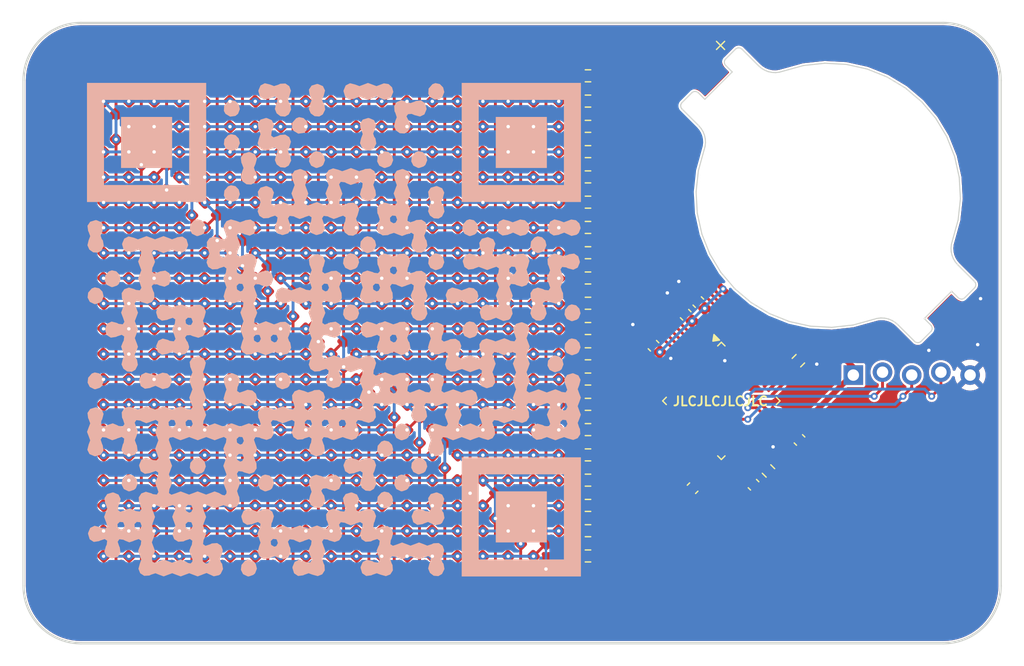
<source format=kicad_pcb>
(kicad_pcb (version 20241229) (generator "pcbnew") (generator_version "9.0")
  (layers (0 "F.Cu" signal) (2 "B.Cu" signal) (13 "F.Paste" user) (15 "B.Paste" user) (5 "F.SilkS" user "F.Silkscreen") (7 "B.SilkS" user "B.Silkscreen") (1 "F.Mask" user) (3 "B.Mask" user) (25 "Edge.Cuts" user))
  (net 0 "")
  (net 1 "CHRLY_1")
  (net 2 "CHRLY_2")
  (net 3 "CHRLY_3")
  (net 4 "CHRLY_4")
  (net 5 "CHRLY_5")
  (net 6 "CHRLY_6")
  (net 7 "CHRLY_7")
  (net 8 "CHRLY_8")
  (net 9 "CHRLY_9")
  (net 10 "CHRLY_10")
  (net 11 "CHRLY_11")
  (net 12 "CHRLY_12")
  (net 13 "CHRLY_13")
  (net 14 "CHRLY_14")
  (net 15 "CHRLY_15")
  (net 16 "CHRLY_16")
  (net 17 "CHRLY_17")
  (net 18 "CHRLY_18")
  (net 19 "CHRLY_19")
  (net 20 "CHRLY_20")
  (net 25 "VDD")
  (net 26 "MCU_BOOT0")
  (net 27 "MCU_NRST")
  (net 30 "/PB8_CL")
  (net 32 "/PB9_CL")
  (net 33 "/PB10_CL")
  (net 34 "/PB11_CL")
  (net 35 "/PC13_CL")
  (net 36 "/PC14_CL")
  (net 38 "/PC15_CL")
  (net 40 "/PD0_CL")
  (net 41 "/PD1_CL")
  (net 42 "/PA0_CL")
  (net 43 "/PA1_CL")
  (net 44 "/PA2_CL")
  (net 45 "/PA3_CL")
  (net 46 "/PA4_CL")
  (net 47 "/PA5_CL")
  (net 48 "/PA6_CL")
  (net 49 "/PA7_CL")
  (net 51 "/PB0_CL")
  (net 53 "/PB1_CL")
  (net 54 "/PB2_CL")
  (net 55 "BTN_MAIN_PIN")
  (net 59 "GND")
  (net 60 "SWCLK")
  (net 61 "SWDIO")
  (footprint "Business_card_footprints:LED_0603_no_silkscreen" (layer "F.Cu") (at 156.2 95.481335 45)
    (property "Reference" "D300")
    (property "Value" "LED")
  )
  (footprint "Business_card_footprints:LED_0603_no_silkscreen" (layer "F.Cu") (at 162.8 97.681335 45)
    (property "Reference" "D322")
    (property "Value" "LED")
  )
  (footprint "Business_card_footprints:LED_0603_no_silkscreen" (layer "F.Cu") (at 158.4 84.481335 45)
    (property "Reference" "D206")
    (property "Value" "LED")
  )
  (footprint "Business_card_footprints:LED_0603_no_silkscreen" (layer "F.Cu") (at 134.2 69.081335 45)
    (property "Reference" "D62")
    (property "Value" "LED")
  )
  (footprint "Business_card_footprints:LED_0603_no_silkscreen" (layer "F.Cu") (at 132 95.481335 45)
    (property "Reference" "D289")
    (property "Value" "LED")
  )
  (footprint "Business_card_footprints:LED_0603_no_silkscreen" (layer "F.Cu") (at 167.2 91.081335 45)
    (property "Reference" "D267")
    (property "Value" "LED")
  )
  (footprint "Business_card_footprints:LED_0603_no_silkscreen" (layer "F.Cu") (at 158.4 75.681335 45)
    (property "Reference" "D130")
    (property "Value" "LED")
  )
  (footprint "Business_card_footprints:LED_0603_no_silkscreen" (layer "F.Cu") (at 145.2 104.281335 45)
    (property "Reference" "D371")
    (property "Value" "LED")
  )
  (footprint "Business_card_footprints:LED_0603_no_silkscreen" (layer "F.Cu") (at 167.2 75.681335 45)
    (property "Reference" "D134")
    (property "Value" "LED")
  )
  (footprint "Business_card_footprints:LED_0603_no_silkscreen" (layer "F.Cu") (at 167.2 95.481335 45)
    (property "Reference" "D305")
    (property "Value" "LED")
  )
  (footprint "Business_card_footprints:LED_0603_no_silkscreen" (layer "F.Cu") (at 129.8 69.081335 45)
    (property "Reference" "D60")
    (property "Value" "LED")
  )
  (footprint "Business_card_footprints:LED_0603_no_silkscreen" (layer "F.Cu") (at 162.8 64.681335 45)
    (property "Reference" "D37")
    (property "Value" "LED")
  )
  (footprint "Business_card_footprints:LED_0603_no_silkscreen" (layer "F.Cu") (at 149.6 99.881335 45)
    (property "Reference" "D335")
    (property "Value" "LED")
  )
  (footprint "Business_card_footprints:LED_0603_no_silkscreen" (layer "F.Cu") (at 136.4 80.081335 45)
    (property "Reference" "D158")
    (property "Value" "LED")
  )
  (footprint "Business_card_footprints:LED_0603_no_silkscreen" (layer "F.Cu") (at 132 64.681335 45)
    (property "Reference" "D23")
    (property "Value" "LED")
  )
  (footprint "Business_card_footprints:LED_0603_no_silkscreen" (layer "F.Cu") (at 160.6 69.081335 45)
    (property "Reference" "D74")
    (property "Value" "LED")
  )
  (footprint "Business_card_footprints:LED_0603_no_silkscreen" (layer "F.Cu") (at 127.6 95.481335 45)
    (property "Reference" "D287")
    (property "Value" "LED")
  )
  (footprint "Business_card_footprints:LED_0603_no_silkscreen" (layer "F.Cu") (at 151.8 102.081335 45)
    (property "Reference" "D355")
    (property "Value" "LED")
  )
  (footprint "Business_card_footprints:LED_0603_no_silkscreen" (layer "F.Cu") (at 162.8 102.081335 45)
    (property "Reference" "D360")
    (property "Value" "LED")
  )
  (footprint "Business_card_footprints:LED_0603_no_silkscreen" (layer "F.Cu") (at 147.4 99.881335 45)
    (property "Reference" "D334")
    (property "Value" "LED")
  )
  (footprint "Business_card_footprints:LED_0603_no_silkscreen" (layer "F.Cu") (at 158.4 82.281335 45)
    (property "Reference" "D187")
    (property "Value" "LED")
  )
  (footprint "Resistor_SMD:R_0603_1608Metric" (layer "F.Cu") (at 188.6 86.7 45)
    (property "Reference" "R22" (hide yes))
    (property "Value" "10k")
  )
  (footprint "Connector_PinSocket_2.54mm:PinSocket_1x05_P2.54mm_Vertical" (layer "F.Cu") (at 193.38 87.827 90)
    (property "Reference" "J1" (hide yes))
    (property "Value" "Conn_01x05_Socket")
  )
  (footprint "Business_card_footprints:LED_0603_no_silkscreen" (layer "F.Cu") (at 143 69.081335 45)
    (property "Reference" "D66")
    (property "Value" "LED")
  )
  (footprint "Business_card_footprints:LED_0603_no_silkscreen" (layer "F.Cu") (at 145.2 69.081335 45)
    (property "Reference" "D67")
    (property "Value" "LED")
  )
  (footprint "Business_card_footprints:LED_0603_no_silkscreen" (layer "F.Cu") (at 151.8 88.881335 45)
    (property "Reference" "D241")
    (property "Value" "LED")
  )
  (footprint "Business_card_footprints:LED_0603_no_silkscreen" (layer "F.Cu") (at 138.6 69.081335 45)
    (property "Reference" "D64")
    (property "Value" "LED")
  )
  (footprint "Business_card_footprints:LED_0603_no_silkscreen" (layer "F.Cu") (at 149.6 62.481335 45)
    (property "Reference" "D12")
    (property "Value" "LED")
  )
  (footprint "Business_card_footprints:LED_0603_no_silkscreen" (layer "F.Cu") (at 156.2 62.481335 45)
    (property "Reference" "D15")
    (property "Value" "LED")
  )
  (footprint "Business_card_footprints:LED_0603_no_silkscreen" (layer "F.Cu") (at 134.2 75.681335 45)
    (property "Reference" "D119")
    (property "Value" "LED")
  )
  (footprint "Business_card_footprints:LED_0603_no_silkscreen" (layer "F.Cu") (at 136.4 93.281335 45)
    (property "Reference" "D272")
    (property "Value" "LED")
  )
  (footprint "Business_card_footprints:LED_0603_no_silkscreen" (layer "F.Cu") (at 167.2 77.881335 45)
    (property "Reference" "D153")
    (property "Value" "LED")
  )
  (footprint "Business_card_footprints:LED_0603_no_silkscreen" (layer "F.Cu") (at 140.8 77.881335 45)
    (property "Reference" "D141")
    (property "Value" "LED")
  )
  (footprint "Business_card_footprints:LED_0603_no_silkscreen" (layer "F.Cu") (at 134.2 99.881335 45)
    (property "Reference" "D328")
    (property "Value" "LED")
  )
  (footprint "Business_card_footprints:LED_0603_no_silkscreen" (layer "F.Cu") (at 143 99.881335 45)
    (property "Reference" "D332")
    (property "Value" "LED")
  )
  (footprint "Business_card_footprints:LED_0603_no_silkscreen" (layer "F.Cu") (at 145.2 91.081335 45)
    (property "Reference" "D257")
    (property "Value" "LED")
  )
  (footprint "Business_card_footprints:LED_0603_no_silkscreen" (layer "F.Cu") (at 156.2 84.481335 45)
    (property "Reference" "D205")
    (property "Value" "LED")
  )
  (footprint "Business_card_footprints:LED_0603_no_silkscreen" (layer "F.Cu") (at 167.2 62.481335 45)
    (property "Reference" "D20")
    (property "Value" "LED")
  )
  (footprint "Business_card_footprints:LED_0603_no_silkscreen" (layer "F.Cu") (at 162.8 88.881335 45)
    (property "Reference" "D246")
    (property "Value" "LED")
  )
  (footprint "Capacitor_SMD:C_0603_1608Metric" (layer "F.Cu") (at 179.4 97.8 -135)
    (property "Reference" "C4" (hide yes))
    (property "Value" "100n")
  )
  (footprint "Business_card_footprints:LED_0603_no_silkscreen" (layer "F.Cu") (at 132 102.081335 45)
    (property "Reference" "D346")
    (property "Value" "LED")
  )
  (footprint "Business_card_footprints:LED_0603_no_silkscreen" (layer "F.Cu") (at 145.2 73.481335 45)
    (property "Reference" "D105")
    (property "Value" "LED")
  )
  (footprint "Business_card_footprints:LED_0603_no_silkscreen" (layer "F.Cu") (at 151.8 97.681335 45)
    (property "Reference" "D317")
    (property "Value" "LED")
  )
  (footprint "Business_card_footprints:LED_0603_no_silkscreen" (layer "F.Cu") (at 165 80.081335 45)
    (property "Reference" "D171")
    (property "Value" "LED")
  )
  (footprint "Business_card_footprints:LED_0603_no_silkscreen" (layer "F.Cu") (at 147.4 93.281335 45)
    (property "Reference" "D277")
    (property "Value" "LED")
  )
  (footprint "Business_card_footprints:LED_0603_no_silkscreen" (layer "F.Cu") (at 154 75.681335 45)
    (property "Reference" "D128")
    (property "Value" "LED")
  )
  (footprint "Business_card_footprints:LED_0603_no_silkscreen" (layer "F.Cu") (at 129.8 102.081335 45)
    (property "Reference" "D345")
    (property "Value" "LED")
  )
  (footprint "Business_card_footprints:LED_0603_no_silkscreen" (layer "F.Cu") (at 143 84.481335 45)
    (property "Reference" "D199")
    (property "Value" "LED")
  )
  (footprint "Business_card_footprints:LED_0603_no_silkscreen" (layer "F.Cu") (at 132 97.681335 45)
    (property "Reference" "D308")
    (property "Value" "LED")
  )
  (footprint "Resistor_SMD:R_0603_1608Metric" (layer "F.Cu") (at 170.3 75.1)
    (property "Reference" "R9" (hide yes))
    (property "Value" "47")
  )
  (footprint "Business_card_footprints:LED_0603_no_silkscreen" (layer "F.Cu") (at 156.2 86.681335 45)
    (property "Reference" "D224")
    (property "Value" "LED")
  )
  (footprint "Business_card_footprints:LED_0603_no_silkscreen" (layer "F.Cu") (at 129.8 77.881335 45)
    (property "Reference" "D136")
    (property "Value" "LED")
  )
  (footprint "Business_card_footprints:LED_0603_no_silkscreen" (layer "F.Cu") (at 149.6 86.681335 45)
    (property "Reference" "D221")
    (property "Value" "LED")
  )
  (footprint "Business_card_footprints:LED_0603_no_silkscreen" (layer "F.Cu") (at 136.4 97.681335 45)
    (property "Reference" "D310")
    (property "Value" "LED")
  )
  (footprint "Business_card_footprints:LED_0603_no_silkscreen" (layer "F.Cu") (at 156.2 91.081335 45)
    (property "Reference" "D262")
    (property "Value" "LED")
  )
  (footprint "Business_card_footprints:LED_0603_no_silkscreen" (layer "F.Cu") (at 165 104.281335 45)
    (property "Reference" "D380")
    (property "Value" "LED")
  )
  (footprint "Business_card_footprints:LED_0603_no_silkscreen" (layer "F.Cu") (at 167.2 93.281335 45)
    (property "Reference" "D286")
    (property "Value" "LED")
  )
  (footprint "Business_card_footprints:LED_0603_no_silkscreen" (layer "F.Cu") (at 158.4 86.681335 45)
    (property "Reference" "D225")
    (property "Value" "LED")
  )
  (footprint "Business_card_footprints:LED_0603_no_silkscreen" (layer "F.Cu") (at 145.2 86.681335 45)
    (property "Reference" "D219")
    (property "Value" "LED")
  )
  (footprint "Business_card_footprints:LED_0603_no_silkscreen" (layer "F.Cu") (at 165 97.681335 45)
    (property "Reference" "D323")
    (property "Value" "LED")
  )
  (footprint "Business_card_footprints:LED_0603_no_silkscreen" (layer "F.Cu") (at 147.4 102.081335 45)
    (property "Reference" "D353")
    (property "Value" "LED")
  )
  (footprint "Resistor_SMD:R_0603_1608Metric" (layer "F.Cu") (at 186 96.3 -45)
    (property "Reference" "R21" (hide yes))
    (property "Value" "10k")
  )
  (footprint "Business_card_footprints:LED_0603_no_silkscreen" (layer "F.Cu") (at 167.2 99.881335 45)
    (property "Reference" "D343")
    (property "Value" "LED")
  )
  (footprint "Business_card_footprints:LED_0603_no_silkscreen" (layer "F.Cu") (at 134.2 64.681335 45)
    (property "Reference" "D24")
    (property "Value" "LED")
  )
  (footprint "Business_card_footprints:LED_0603_no_silkscreen" (layer "F.Cu") (at 138.6 95.481335 45)
    (property "Reference" "D292")
    (property "Value" "LED")
  )
  (footprint "Business_card_footprints:LED_0603_no_silkscreen" (layer "F.Cu") (at 165 77.881335 45)
    (property "Reference" "D152")
    (property "Value" "LED")
  )
  (footprint "Business_card_footprints:LED_0603_no_silkscreen" (layer "F.Cu") (at 145.2 95.481335 45)
    (property "Reference" "D295")
    (property "Value" "LED")
  )
  (footprint "Business_card_footprints:LED_0603_no_silkscreen" (layer "F.Cu") (at 151.8 80.081335 45)
    (property "Reference" "D165")
    (property "Value" "LED")
  )
  (footprint "Business_card_footprints:LED_0603_no_silkscreen" (layer "F.Cu") (at 140.8 91.081335 45)
    (property "Reference" "D255")
    (property "Value" "LED")
  )
  (footprint "Business_card_footprints:LED_0603_no_silkscreen" (layer "F.Cu") (at 158.4 97.681335 45)
    (property "Reference" "D320")
    (property "Value" "LED")
  )
  (footprint "Business_card_footprints:LED_0603_no_silkscreen" (layer "F.Cu") (at 147.4 77.881335 45)
    (property "Reference" "D144")
    (property "Value" "LED")
  )
  (footprint "Business_card_footprints:LED_0603_no_silkscreen" (layer "F.Cu") (at 167.2 84.481335 45)
    (property "Reference" "D210")
    (property "Value" "LED")
  )
  (footprint "Business_card_footprints:LED_0603_no_silkscreen" (layer "F.Cu") (at 147.4 88.881335 45)
    (property "Reference" "D239")
    (property "Value" "LED")
  )
  (footprint "Business_card_footprints:LED_0603_no_silkscreen" (layer "F.Cu") (at 129.8 84.481335 45)
    (property "Reference" "D193")
    (property "Value" "LED")
  )
  (footprint "Business_card_footprints:LED_0603_no_silkscreen" (layer "F.Cu") (at 156.2 73.481335 45)
    (property "Reference" "D110")
    (property "Value" "LED")
  )
  (footprint "Business_card_footprints:LED_0603_no_silkscreen" (layer "F.Cu") (at 147.4 97.681335 45)
    (property "Reference" "D315")
    (property "Value" "LED")
  )
  (footprint "Business_card_footprints:LED_0603_no_silkscreen" (layer "F.Cu") (at 149.6 77.881335 45)
    (property "Reference" "D145")
    (property "Value" "LED")
  )
  (footprint "Business_card_footprints:LED_0603_no_silkscreen" (layer "F.Cu") (at 132 66.881335 45)
    (property "Reference" "D42")
    (property "Value" "LED")
  )
  (footprint "Business_card_footprints:LED_0603_no_silkscreen" (layer "F.Cu") (at 140.8 75.681335 45)
    (property "Reference" "D122")
    (property "Value" "LED")
  )
  (footprint "Business_card_footprints:LED_0603_no_silkscreen" (layer "F.Cu") (at 167.2 82.281335 45)
    (property "Reference" "D191")
    (property "Value" "LED")
  )
  (footprint "Business_card_footprints:LED_0603_no_silkscreen" (layer "F.Cu") (at 138.6 64.681335 45)
    (property "Reference" "D26")
    (property "Value" "LED")
  )
  (footprint "Resistor_SMD:R_0603_1608Metric" (layer "F.Cu") (at 170.3 88.3 180)
    (property "Reference" "R15" (hide yes))
    (property "Value" "47")
  )
  (footprint "Business_card_footprints:LED_0603_no_silkscreen" (layer "F.Cu") (at 165 95.481335 45)
    (property "Reference" "D304")
    (property "Value" "LED")
  )
  (footprint "Business_card_footprints:LED_0603_no_silkscreen" (layer "F.Cu") (at 147.4 84.481335 45)
    (property "Reference" "D201")
    (property "Value" "LED")
  )
  (footprint "Business_card_footprints:LED_0603_no_silkscreen" (layer "F.Cu") (at 158.4 95.481335 45)
    (property "Reference" "D301")
    (property "Value" "LED")
  )
  (footprint "Business_card_footprints:LED_0603_no_silkscreen" (layer "F.Cu") (at 138.6 86.681335 45)
    (property "Reference" "D216")
    (property "Value" "LED")
  )
  (footprint "Business_card_footprints:LED_0603_no_silkscreen" (layer "F.Cu") (at 140.8 84.481335 45)
    (property "Reference" "D198")
    (property "Value" "LED")
  )
  (footprint "Business_card_footprints:LED_0603_no_silkscreen" (layer "F.Cu") (at 158.4 99.881335 45)
    (property "Reference" "D339")
    (property "Value" "LED")
  )
  (footprint "Business_card_footprints:LED_0603_no_silkscreen" (layer "F.Cu") (at 132 69.081335 45)
    (property "Reference" "D61")
    (property "Value" "LED")
  )
  (footprint "Business_card_footprints:LED_0603_no_silkscreen" (layer "F.Cu") (at 136.4 77.881335 45)
    (property "Reference" "D139")
    (property "Value" "LED")
  )
  (footprint "Business_card_footprints:LED_0603_no_silkscreen" (layer "F.Cu") (at 136.4 82.281335 45)
    (property "Reference" "D177")
    (property "Value" "LED")
  )
  (footprint "Business_card_footprints:LED_0603_no_silkscreen" (layer "F.Cu") (at 160.6 75.681335 45)
    (property "Reference" "D131")
    (property "Value" "LED")
  )
  (footprint "Resistor_SMD:R_0603_1608Metric" (layer "F.Cu") (at 170.3 83.9 180)
    (property "Reference" "R13" (hide yes))
    (property "Value" "47")
  )
  (footprint "Business_card_footprints:LED_0603_no_silkscreen" (layer "F.Cu") (at 151.8 84.481335 45)
    (property "Reference" "D203")
    (property "Value" "LED")
  )
  (footprint "Resistor_SMD:R_0603_1608Metric" (layer "F.Cu") (at 170.3 79.5 180)
    (property "Reference" "R11" (hide yes))
    (property "Value" "47")
  )
  (footprint "Business_card_footprints:LED_0603_no_silkscreen" (layer "F.Cu") (at 132 93.281335 45)
    (property "Reference" "D270")
    (property "Value" "LED")
  )
  (footprint "Resistor_SMD:R_0603_1608Metric" (layer "F.Cu") (at 170.3 77.3 180)
    (property "Reference" "R10" (hide yes))
    (property "Value" "47")
  )
  (footprint "Business_card_footprints:LED_0603_no_silkscreen" (layer "F.Cu") (at 127.6 64.681335 45)
    (property "Reference" "D21")
    (property "Value" "LED")
  )
  (footprint "Business_card_footprints:LED_0603_no_silkscreen" (layer "F.Cu") (at 143 75.681335 45)
    (property "Reference" "D123")
    (property "Value" "LED")
  )
  (footprint "Business_card_footprints:LED_0603_no_silkscreen" (layer "F.Cu") (at 132 99.881335 45)
    (property "Reference" "D327")
    (property "Value" "LED")
  )
  (footprint "Business_card_footprints:LED_0603_no_silkscreen" (layer "F.Cu") (at 145.2 66.881335 45)
    (property "Reference" "D48")
    (property "Value" "LED")
  )
  (footprint "Business_card_footprints:LED_0603_no_silkscreen" (layer "F.Cu") (at 162.8 99.881335 45)
    (property "Reference" "D341")
    (property "Value" "LED")
  )
  (footprint "Business_card_footprints:LED_0603_no_silkscreen" (layer "F.Cu") (at 156.2 71.281335 45)
    (property "Reference" "D91")
    (property "Value" "LED")
  )
  (footprint "Business_card_footprints:LED_0603_no_silkscreen" (layer "F.Cu") (at 127.6 97.681335 45)
    (property "Reference" "D306")
    (property "Value" "LED")
  )
  (footprint "Business_card_footprints:LED_0603_no_silkscreen" (layer "F.Cu") (at 158.4 104.281335 45)
    (property "Reference" "D377")
    (property "Value" "LED")
  )
  (footprint "Business_card_footprints:LED_0603_no_silkscreen" (layer "F.Cu") (at 129.8 88.881335 45)
    (property "Reference" "D231")
    (property "Value" "LED")
  )
  (footprint "Business_card_footprints:LED_0603_no_silkscreen" (layer "F.Cu") (at 132 80.081335 45)
    (property "Reference" "D156")
    (property "Value" "LED")
  )
  (footprint "Business_card_footprints:LED_0603_no_silkscreen" (layer "F.Cu") (at 167.2 73.481335 45)
    (property "Reference" "D115")
    (property "Value" "LED")
  )
  (footprint "Business_card_footprints:LED_0603_no_silkscreen" (layer "F.Cu") (at 147.4 71.281335 45)
    (property "Reference" "D87")
    (property "Value" "LED")
  )
  (footprint "Business_card_footprints:LED_0603_no_silkscreen" (layer "F.Cu") (at 140.8 69.081335 45)
    (property "Reference" "D65")
    (property "Value" "LED")
  )
  (footprint "Business_card_footprints:LED_0603_no_silkscreen" (layer "F.Cu") (at 151.8 62.481335 45)
    (property "Reference" "D13")
    (property "Value" "LED")
  )
  (footprint "Business_card_footprints:LED_0603_no_silkscreen" (layer "F.Cu") (at 129.8 64.681335 45)
    (property "Reference" "D22")
    (property "Value" "LED")
  )
  (footprint "Business_card_footprints:LED_0603_no_silkscreen" (layer "F.Cu") (at 129.8 73.481335 45)
    (property "Reference" "D98")
    (property "Value" "LED")
  )
  (footprint "Business_card_footprints:LED_0603_no_silkscreen" (layer "F.Cu") (at 134.2 104.281335 45)
    (property "Reference" "D366")
    (property "Value" "LED")
  )
  (footprint "Business_card_footprints:LED_0603_no_silkscreen" (layer "F.Cu") (at 162.8 75.681335 45)
    (property "Reference" "D132")
    (property "Value" "LED")
  )
  (footprint "Resistor_SMD:R_0603_1608Metric" (layer "F.Cu") (at 170.3 92.7 180)
    (property "Reference" "R17" (hide yes))
    (property "Value" "47")
  )
  (footprint "Business_card_footprints:LED_0603_no_silkscreen" (layer "F.Cu") (at 138.6 84.481335 45)
    (property "Reference" "D197")
    (property "Value" "LED")
  )
  (footprint "Business_card_footprints:LED_0603_no_silkscreen" (layer "F.Cu") (at 154 91.081335 45)
    (property "Reference" "D261")
    (property "Value" "LED")
  )
  (footprint "Business_card_footprints:LED_0603_no_silkscreen" (layer "F.Cu") (at 162.8 80.081335 45)
    (property "Reference" "D170")
    (property "Value" "LED")
  )
  (footprint "Business_card_footprints:LED_0603_no_silkscreen" (layer "F.Cu") (at 160.6 99.881335 45)
    (property "Reference" "D340")
    (property "Value" "LED")
  )
  (footprint "Business_card_footprints:LED_0603_no_silkscreen" (layer "F.Cu") (at 154 80.081335 45)
    (property "Reference" "D166")
    (property "Value" "LED")
  )
  (footprint "Business_card_footprints:LED_0603_no_silkscreen" (layer "F.Cu") (at 129.8 75.681335 45)
    (property "Reference" "D117")
    (property "Value" "LED")
  )
  (footprint "Business_card_footprints:LED_0603_no_silkscreen" (layer "F.Cu") (at 127.6 91.081335 45)
    (property "Reference" "D249")
    (property "Value" "LED")
  )
  (footprint "Business_card_footprints:LED_0603_no_silkscreen" (layer "F.Cu") (at 136.4 62.481335 45)
    (property "Reference" "D6")
    (property "Value" "LED")
  )
  (footprint "Business_card_footprints:LED_0603_no_silkscreen" (layer "F.Cu") (at 165 64.681335 45)
    (property "Reference" "D38")
    (property "Value" "LED")
  )
  (footprint "Business_card_footprints:LED_0603_no_silkscreen" (layer "F.Cu") (at 129.8 62.481335 45)
    (property "Reference" "D3")
    (property "Value" "LED")
  )
  (footprint "Business_card_footprints:LED_0603_no_silkscreen" (layer "F.Cu") (at 151.8 82.281335 45)
    (property "Reference" "D184")
    (property "Value" "LED")
  )
  (footprint "Business_card_footprints:LED_0603_no_silkscreen" (layer "F.Cu") (at 140.8 88.881335 45)
    (property "Reference" "D236")
    (property "Value" "LED")
  )
  (footprint "Business_card_footprints:LED_0603_no_silkscreen" (layer "F.Cu") (at 140.8 66.881335 45)
    (property "Reference" "D46")
    (property "Value" "LED")
  )
  (footprint "Business_card_footprints:LED_0603_no_silkscreen" (layer "F.Cu") (at 149.6 82.281335 45)
    (property "Reference" "D183")
    (property "Value" "LED")
  )
  (footprint "Business_card_footprints:LED_0603_no_silkscreen" (layer "F.Cu") (at 149.6 104.281335 45)
    (property "Reference" "D373")
    (property "Value" "LED")
  )
  (footprint "Business_card_footprints:LED_0603_no_silkscreen" (layer "F.Cu") (at 158.4 71.281335 45)
    (property "Reference" "D92")
    (property "Value" "LED")
  )
  (footprint "Business_card_footprints:LED_0603_no_silkscreen" (layer "F.Cu") (at 167.2 86.681335 45)
    (property "Reference" "D229")
    (property "Value" "LED")
  )
  (footprint "Business_card_footprints:LED_0603_no_silkscreen" (layer "F.Cu") (at 136.4 71.281335 45)
    (property "Reference" "D82")
    (property "Value" "LED")
  )
  (footprint "Business_card_footprints:LED_0603_no_silkscreen" (layer "F.Cu") (at 165 82.281335 45)
    (property "Reference" "D190")
    (property "Value" "LED")
  )
  (footprint "Business_card_footprints:LED_0603_no_silkscreen" (layer "F.Cu") (at 143 86.681335 45)
    (property "Reference" "D218")
    (property "Value" "LED")
  )
  (footprint "Business_card_footprints:LED_0603_no_silkscreen" (layer "F.Cu") (at 127.6 86.681335 45)
    (property "Reference" "D211")
    (property "Value" "LED")
  )
  (footprint "Business_card_footprints:LED_0603_no_silkscreen" (layer "F.Cu") (at 127.6 93.281335 45)
    (property "Reference" "D268")
    (property "Value" "LED")
  )
  (footprint "Business_card_footprints:LED_0603_no_silkscreen" (layer "F.Cu") (at 156.2 88.881335 45)
    (property "Reference" "D243")
    (property "Value" "LED")
  )
  (footprint "Resistor_SMD:R_0603_1608Metric" (layer "F.Cu") (at 170.3 61.9)
    (property "Reference" "R1" (hide yes))
    (property "Value" "47")
  )
  (footprint "Business_card_footprints:LED_0603_no_silkscreen" (layer "F.Cu") (at 143 80.081335 45)
    (property "Reference" "D161")
    (property "Value" "LED")
  )
  (footprint "Business_card_footprints:LED_0603_no_silkscreen" (layer "F.Cu") (at 160.6 97.681335 45)
    (property "Reference" "D321")
    (property "Value" "LED")
  )
  (footprint "Business_card_footprints:LED_0603_no_silkscreen" (layer "F.Cu") (at 145.2 102.081335 45)
    (property "Reference" "D352")
    (property "Value" "LED")
  )
  (footprint "Business_card_footprints:LED_0603_no_silkscreen" (layer "F.Cu") (at 143 66.881335 45)
    (property "Reference" "D47")
    (property "Value" "LED")
  )
  (footprint "Business_card_footprints:LED_0603_no_silkscreen" (layer "F.Cu") (at 132 73.481335 45)
    (property "Reference" "D99")
    (property "Value" "LED")
  )
  (footprint "Business_card_footprints:LED_0603_no_silkscreen" (layer "F.Cu") (at 154 88.881335 45)
    (property "Reference" "D242")
    (property "Value" "LED")
  )
  (footprint "Business_card_footprints:LED_0603_no_silkscreen" (layer "F.Cu") (at 162.8 82.281335 45)
    (property "Reference" "D189")
    (property "Value" "LED")
  )
  (footprint "Business_card_footprints:LED_0603_no_silkscreen" (layer "F.Cu") (at 154 66.881335 45)
    (property "Reference" "D52")
    (property "Value" "LED")
  )
  (footprint "Business_card_footprints:LED_0603_no_silkscreen" (layer "F.Cu") (at 143 95.481335 45)
    (property "Reference" "D294")
    (property "Value" "LED")
  )
  (footprint "Business_card_footprints:LED_0603_no_silkscreen" (layer "F.Cu") (at 140.8 80.081335 45)
    (property "Reference" "D160")
    (property "Value" "LED")
  )
  (footprint "Business_card_footprints:LED_0603_no_silkscreen" (layer "F.Cu") (at 136.4 99.881335 45)
    (property "Reference" "D329")
    (property "Value" "LED")
  )
  (footprint "Business_card_footprints:LED_0603_no_silkscreen" (layer "F.Cu") (at 167.2 97.681335 45)
    (property "Reference" "D324")
    (property "Value" "LED")
  )
  (footprint "Business_card_footprints:LED_0603_no_silkscreen" (layer "F.Cu") (at 140.8 82.281335 45)
    (property "Reference" "D179")
    (property "Value" "LED")
  )
  (footprint "Resistor_SMD:R_0603_1608Metric" (layer "F.Cu") (at 170.3 66.3)
    (property "Reference" "R5" (hide yes))
    (property "Value" "47")
  )
  (footprint "Business_card_footprints:LED_0603_no_silkscreen" (layer "F.Cu") (at 156.2 77.881335 45)
    (property "Reference" "D148")
    (property "Value" "LED")
  )
  (footprint "Business_card_footprints:LED_0603_no_silkscreen" (layer "F.Cu") (at 134.2 77.881335 45)
    (property "Reference" "D138")
    (property "Value" "LED")
  )
  (footprint "Business_card_footprints:LED_0603_no_silkscreen" (layer "F.Cu") (at 147.4 104.281335 45)
    (property "Reference" "D372")
    (property "Value" "LED")
  )
  (footprint "Business_card_footprints:LED_0603_no_silkscreen" (layer "F.Cu") (at 162.8 93.281335 45)
    (property "Reference" "D284")
    (property "Value" "LED")
  )
  (footprint "Resistor_SMD:R_0603_1608Metric" (layer "F.Cu") (at 170.3 86.1 180)
    (property "Reference" "R14" (hide yes))
    (property "Value" "47")
  )
  (footprint "Business_card_footprints:LED_0603_no_silkscreen" (layer "F.Cu") (at 165 71.281335 45)
    (property "Reference" "D95")
    (property "Value" "LED")
  )
  (footprint "Business_card_footprints:LED_0603_no_silkscreen" (layer "F.Cu") (at 136.4 95.481335 45)
    (property "Reference" "D291")
    (property "Value" "LED")
  )
  (footprint "Business_card_footprints:LED_0603_no_silkscreen" (layer "F.Cu") (at 151.8 75.681335 45)
    (property "Reference" "D127")
    (property "Value" "LED")
  )
  (footprint "Business_card_footprints:LED_0603_no_silkscreen" (layer "F.Cu") (at 154 62.481335 45)
    (property "Reference" "D14")
    (property "Value" "LED")
  )
  (footprint "Business_card_footprints:LED_0603_no_silkscreen" (layer "F.Cu") (at 165 69.081335 45)
    (property "Reference" "D76")
    (property "Value" "LED")
  )
  (footprint "Business_card_footprints:LED_0603_no_silkscreen" (layer "F.Cu") (at 145.2 93.281335 45)
    (property "Reference" "D276")
    (property "Value" "LED")
  )
  (footprint "Business_card_footprints:LED_0603_no_silkscreen" (layer "F.Cu") (at 158.4 102.081335 45)
    (property "Reference" "D358")
    (property "Value" "LED")
  )
  (footprint "Business_card_footprints:LED_0603_no_silkscreen" (layer "F.Cu") (at 143 88.881335 45)
    (property "Reference" "D237")
    (property "Value" "LED")
  )
  (footprint "Business_card_footprints:LED_0603_no_silkscreen" (layer "F.Cu") (at 156.2 102.081335 45)
    (property "Reference" "D357")
    (property "Value" "LED")
  )
  (footprint "Business_card_footprints:LED_0603_no_silkscreen" (layer "F.Cu") (at 134.2 84.481335 45)
    (property "Reference" "D195")
    (property "Value" "LED")
  )
  (footprint "Button_Switch_SMD:SW_Push_1P1T_XKB_TS-1187A" (layer "F.Cu") (at 198.3 98.7)
    (property "Reference" "BTN_MAIN1" (hide yes))
    (property "Value" "SW_Push")
  )
  (footprint "Business_card_footprints:LED_0603_no_silkscreen" (layer "F.Cu") (at 149.6 91.081335 45)
    (property "Reference" "D259")
    (property "Value" "LED")
  )
  (footprint "Business_card_footprints:LED_0603_no_silkscreen" (layer "F.Cu") (at 165 75.681335 45)
    (property "Reference" "D133")
    (property "Value" "LED")
  )
  (footprint "Business_card_footprints:LED_0603_no_silkscreen" (layer "F.Cu") (at 127.6 62.481335 45)
    (property "Reference" "D2")
    (property "Value" "LED")
  )
  (footprint "Business_card_footprints:LED_0603_no_silkscreen" (layer "F.Cu") (at 160.6 71.281335 45)
    (property "Reference" "D93")
    (property "Value" "LED")
  )
  (footprint "Business_card_footprints:LED_0603_no_silkscreen" (layer "F.Cu") (at 147.4 86.681335 45)
    (property "Reference" "D220")
    (property "Value" "LED")
  )
  (footprint "Business_card_footprints:LED_0603_no_silkscreen" (layer "F.Cu") (at 138.6 97.681335 45)
    (property "Reference" "D311")
    (property "Value" "LED")
  )
  (footprint "Business_card_footprints:LED_0603_no_silkscreen" (layer "F.Cu") (at 145.2 75.681335 45)
    (property "Reference" "D124")
    (property "Value" "LED")
  )
  (footprint "Resistor_SMD:R_0603_1608Metric" (layer "F.Cu") (at 170.3 70.7)
    (property "Reference" "R7" (hide yes))
    (property "Value" "47")
  )
  (footprint "Resistor_SMD:R_0603_1608Metric" (layer "F.Cu") (at 170.3 81.7 180)
    (property "Reference" "R12" (hide yes))
    (property "Value" "47")
  )
  (footprint "Business_card_footprints:LED_0603_no_silkscreen" (layer "F.Cu") (at 145.2 99.881335 45)
    (property "Reference" "D333")
    (property "Value" "LED")
  )
  (footprint "Business_card_footprints:LED_0603_no_silkscreen" (layer "F.Cu") (at 162.8 91.081335 45)
    (property "Reference" "D265")
    (property "Value" "LED")
  )
  (footprint "Business_card_footprints:LED_0603_no_silkscreen" (layer "F.Cu") (at 158.4 91.081335 45)
    (property "Reference" "D263")
    (property "Value" "LED")
  )
  (footprint "Resistor_SMD:R_0603_1608Metric" (layer "F.Cu") (at 170.3 72.9)
    (property "Reference" "R8" (hide yes))
    (property "Value" "47")
  )
  (footprint "Business_card_footprints:LED_0603_no_silkscreen" (layer "F.Cu") (at 149.6 95.481335 45)
    (property "Reference" "D297")
    (property "Value" "LED")
  )
  (footprint "Business_card_footprints:LED_0603_no_silkscreen" (layer "F.Cu") (at 162.8 104.281335 45)
    (property "Reference" "D379")
    (property "Value" "LED")
  )
  (footprint "Business_card_footprints:LED_0603_no_silkscreen" (layer "F.Cu") (at 138.6 66.881335 45)
    (property "Reference" "D45")
    (property "Value" "LED")
  )
  (footprint "Business_card_footprints:LED_0603_no_silkscreen" (layer "F.Cu") (at 138.6 82.281335 45)
    (property "Reference" "D178")
    (property "Value" "LED")
  )
  (footprint "Business_card_footprints:LED_0603_no_silkscreen" (layer "F.Cu") (at 151.8 77.881335 45)
    (property "Reference" "D146")
    (property "Value" "LED")
  )
  (footprint "Business_card_footprints:LED_0603_no_silkscreen" (layer "F.Cu") (at 147.4 95.481335 45)
    (property "Reference" "D296")
    (property "Value" "LED")
  )
  (footprint "Business_card_footprints:LED_0603_no_silkscreen" (layer "F.Cu") (at 147.4 80.081335 45)
    (property "Reference" "D163")
    (property "Value" "LED")
  )
  (footprint "Capacitor_SMD:C_0603_1608Metric" (layer "F.Cu") (at 184.7 97.5 -45)
    (property "Reference" "C6" (hide yes))
    (property "Value" "100n")
  )
  (footprint "Business_card_footprints:LED_0603_no_silkscreen" (layer "F.Cu") (at 149.6 102.081335 45)
    (property "Reference" "D354")
    (property "Value" "LED")
  )
  (footprint "Business_card_footprints:LED_0603_no_silkscreen" (layer "F.Cu") (at 149.6 84.481335 45)
    (property "Reference" "D202")
    (property "Value" "LED")
  )
  (footprint "Business_card_footprints:LED_0603_no_silkscreen" (layer "F.Cu") (at 156.2 66.881335 45)
    (property "Reference" "D53")
    (property "Value" "LED")
  )
  (footprint "Business_card_footprints:LED_0603_no_silkscreen" (layer "F.Cu") (at 145.2 88.881335 45)
    (property "Reference" "D238")
    (property "Value" "LED")
  )
  (footprint "Business_card_footprints:LED_0603_no_silkscreen" (layer "F.Cu") (at 154 97.681335 45)
    (property "Reference" "D318")
    (property "Value" "LED")
  )
  (footprint "Business_card_footprints:LED_0603_no_silkscreen" (layer "F.Cu") (at 143 73.481335 45)
    (property "Reference" "D104")
    (property "Value" "LED")
  )
  (footprint "Business_card_footprints:LED_0603_no_silkscreen" (layer "F.Cu") (at 160.6 88.881335 45)
    (property "Reference" "D245")
    (property "Value" "LED")
  )
  (footprint "Capacitor_SMD:C_0603_1608Metric" (layer "F.Cu") (at 188.7 93.6 -45)
    (property "Reference" "C5" (hide yes))
    (property "Value" "10u")
  )
  (footprint "Business_card_footprints:LED_0603_no_silkscreen" (layer "F.Cu") (at 129.8 66.881335 45)
    (property "Reference" "D41")
    (property "Value" "LED")
  )
  (footprint "Business_card_footprints:LED_0603_no_silkscreen" (layer "F.Cu") (at 134.2 93.281335 45)
    (property "Reference" "D271")
    (property "Value" "LED")
  )
  (footprint "Business_card_footprints:LED_0603_no_silkscreen" (layer "F.Cu") (at 136.4 88.881335 45)
    (property "Reference" "D234")
    (property "Value" "LED")
  )
  (footprint "Business_card_footprints:LED_0603_no_silkscreen" (layer "F.Cu") (at 132 91.081335 45)
    (property "Reference" "D251")
    (property "Value" "LED")
  )
  (footprint "Business_card_footprints:LED_0603_no_silkscreen" (layer "F.Cu") (at 147.4 64.681335 45)
    (property "Reference" "D30")
    (property "Value" "LED")
  )
  (footprint "Business_card_footprints:LED_0603_no_silkscreen" (layer "F.Cu") (at 149.6 71.281335 45)
    (property "Reference" "D88")
    (property "Value" "LED")
  )
  (footprint "Business_card_footprints:LED_0603_no_silkscreen" (layer "F.Cu") (at 140.8 86.681335 45)
    (property "Reference" "D217")
    (property "Value" "LED")
  )
  (footprint "Business_card_footprints:LED_0603_no_silkscreen" (layer "F.Cu") (at 158.4 80.081335 45)
    (property "Reference" "D168")
    (property "Value" "LED")
  )
  (footprint "Business_card_footprints:LED_0603_no_silkscreen" (layer "F.Cu") (at 136.4 66.881335 45)
    (property "Reference" "D44")
    (property "Value" "LED")
  )
  (footprint "Business_card_footprints:LED_0603_no_silkscreen" (layer "F.Cu") (at 138.6 73.481335 45)
    (property "Reference" "D102")
    (property "Value" "LED")
  )
  (footprint "Business_card_footprints:LED_0603_no_silkscreen" (layer "F.Cu") (at 129.8 104.281335 45)
    (property "Reference" "D364")
    (property "Value" "LED")
  )
  (footprint "Business_card_footprints:LED_0603_no_silkscreen" (layer "F.Cu") (at 136.4 104.281335 45)
    (property "Reference" "D367")
    (property "Value" "LED")
  )
  (footprint "Business_card_footprints:LED_0603_no_silkscreen" (layer "F.Cu") (at 129.8 80.081335 45)
    (property "Reference" "D155")
    (property "Value" "LED")
  )
  (footprint "Resistor_SMD:R_0603_1608Metric" (layer "F.Cu") (at 170.3 103.7)
    (property "Reference" "R4" (hide yes))
    (property "Value" "47")
  )
  (footprint "Business_card_footprints:LED_0603_no_silkscreen" (layer "F.Cu") (at 160.6 66.881335 45)
    (property "Reference" "D55")
    (property "Value" "LED")
  )
  (footprint "Business_card_footprints:LED_0603_no_silkscreen" (layer "F.Cu") (at 134.2 86.681335 45)
    (property "Reference" "D214")
    (property "Value" "LED")
  )
  (footprint "Business_card_footprints:LED_0603_no_silkscreen" (layer "F.Cu") (at 156.2 104.281335 45)
    (property "Reference" "D376")
    (property "Value" "LED")
  )
  (footprint "Business_card_footprints:LED_0603_no_silkscreen" (layer "F.Cu") (at 134.2 97.681335 45)
    (property "Reference" "D309")
    (property "Value" "LED")
  )
  (footprint "Business_card_footprints:LED_0603_no_silkscreen" (layer "F.Cu") (at 134.2 66.881335 45)
    (property "Reference" "D43")
    (property "Value" "LED")
  )
  (footprint "Business_card_footprints:LED_0603_no_silkscreen" (layer "F.Cu") (at 158.4 62.481335 45)
    (property "Reference" "D16")
    (property "Value" "LED")
  )
  (footprint "Business_card_footprints:LED_0603_no_silkscreen" (layer "F.Cu") (at 156.2 97.681335 45)
    (property "Reference" "D319")
    (property "Value" "LED")
  )
  (footprint "Business_card_footprints:LED_0603_no_silkscreen" (layer "F.Cu") (at 127.6 66.881335 45)
    (property "Reference" "D40")
    (property "Value" "LED")
  )
  (footprint "Package_QFP:LQFP-48_7x7mm_P0.5mm" (layer "F.Cu") (at 181.9 90.2 -45)
    (property "Reference" "U1" (hide yes))
    (property "Value" "STM32F103C8Tx")
  )
  (footprint "Business_card_footprints:LED_0603_no_silkscreen" (layer "F.Cu") (at 167.2 71.281335 45)
    (property "Reference" "D96")
    (property "Value" "LED")
  )
  (footprint "Business_card_footprints:LED_0603_no_silkscreen" (layer "F.Cu") (at 156.2 80.081335 45)
    (property "Reference" "D167")
    (property "Value" "LED")
  )
  (footprint "Business_card_footprints:LED_0603_no_silkscreen" (layer "F.Cu") (at 167.2 102.081335 45)
    (property "Reference" "D362")
    (property "Value" "LED")
  )
  (footprint "Business_card_footprints:LED_0603_no_silkscreen" (layer "F.Cu") (at 136.4 86.681335 45)
    (property "Reference" "D215")
    (property "Value" "LED")
  )
  (footprint "Capacitor_SMD:C_0603_1608Metric" (layer "F.Cu") (at 179.9 81.6 135)
    (property "Reference" "C2" (hide yes))
    (property "Value" "100n")
  )
  (footprint "Business_card_footprints:LED_0603_no_silkscreen" (layer "F.Cu") (at 145.2 82.281335 45)
    (property "Reference" "D181")
    (property "Value" "LED")
  )
  (footprint "Business_card_footprints:LED_0603_no_silkscreen" (layer "F.Cu") (at 154 69.081335 45)
    (property "Reference" "D71")
    (property "Value" "LED")
  )
  (footprint "Resistor_SMD:R_0603_1608Metric" (layer "F.Cu") (at 170.3 90.5 180)
    (property "Reference" "R16" (hide yes))
    (property "Value" "47")
  )
  (footprint "Business_card_footprints:LED_0603_no_silkscreen" (layer "F.Cu") (at 145.2 84.481335 45)
    (property "Reference" "D200")
    (property "Value" "LED")
  )
  (footprint "Business_card_footprints:LED_0603_no_silkscreen" (layer "F.Cu") (at 156.2 99.881335 45)
    (property "Reference" "D338")
    (property "Value" "LED")
  )
  (footprint "Business_card_footprints:LED_0603_no_silkscreen" (layer "F.Cu") (at 136.4 75.681335 45)
    (property "Reference" "D120")
    (property "Value" "LED")
  )
  (footprint "Business_card_footprints:LED_0603_no_silkscreen" (layer "F.Cu") (at 158.4 88.881335 45)
    (property "Reference" "D244")
    (property "Value" "LED")
  )
  (footprint "Business_card_footprints:LED_0603_no_silkscreen" (layer "F.Cu") (at 158.4 66.881335 45)
    (property "Reference" "D54")
    (property "Value" "LED")
  )
  (footprint "Business_card_footprints:LED_0603_no_silkscreen" (layer "F.Cu") (at 149.6 64.681335 45)
    (property "Reference" "D31")
    (property "Value" "LED")
  )
  (footprint "Business_card_footprints:LED_0603_no_silkscreen" (layer "F.Cu") (at 160.6 91.081335 45)
    (property "Reference" "D264")
    (property "Value" "LED")
  )
  (footprint "Business_card_footprints:LED_0603_no_silkscreen" (layer "F.Cu") (at 149.6 66.881335 45)
    (property "Reference" "D50")
    (property "Value" "LED")
  )
  (footprint "Business_card_footprints:LED_0603_no_silkscreen" (layer "F.Cu") (at 134.2 62.481335 45)
    (property "Reference" "D5")
    (property "Value" "LED")
  )
  (footprint "Business_card_footprints:LED_0603_no_silkscreen" (layer "F.Cu") (at 160.6 102.081335 45)
    (property "Reference" "D359")
    (property "Value" "LED")
  )
  (footprint "Business_card_footprints:LED_0603_no_silkscreen" (layer "F.Cu") (at 158.4 73.481335 45)
    (property "Reference" "D111")
    (property "Value" "LED")
  )
  (footprint "Business_card_footprints:LED_0603_no_silkscreen" (layer "F.Cu") (at 162.8 86.681335 45)
    (property "Reference" "D227")
    (property "Value" "LED")
  )
  (footprint "Business_card_footprints:LED_0603_no_silkscreen" (layer "F.Cu") (at 165 86.681335 45)
    (property "Reference" "D228")
    (property "Value" "LED")
  )
  (footprint "Business_card_footprints:LED_0603_no_silkscreen" (layer "F.Cu") (at 160.6 80.081335 45)
    (property "Reference" "D169")
    (property "Value" "LED")
  )
  (footprint "Business_card_footprints:LED_0603_no_silkscreen" (layer "F.Cu") (at 151.8 73.481335 45)
    (property "Reference" "D108")
    (property "Value" "LED")
  )
  (footprint "Business_card_footprints:LED_0603_no_silkscreen" (layer "F.Cu") (at 143 82.281335 45)
    (property "Reference" "D180")
    (property "Value" "LED")
  )
  (footprint "Business_card_footprints:LED_0603_no_silkscreen" (layer "F.Cu") (at 143 93.281335 45)
    (property "Reference" "D275")
    (property "Value" "LED")
  )
  (footprint "Business_card_footprints:LED_0603_no_silkscreen" (layer "F.Cu") (at 149.6 75.681335 45)
    (property "Reference" "D126")
    (property "Value" "LED")
  )
  (footprint "Business_card_footprints:LED_0603_no_silkscreen" (layer "F.Cu") (at 151.8 66.881335 45)
    (property "Reference" "D51")
    (property "Value" "LED")
  )
  (footprint "Business_card_footprints:LED_0603_no_silkscreen" (layer "F.Cu") (at 143 64.681335 45)
    (property "Reference" "D28")
    (property "Value" "LED")
  )
  (footprint "Business_card_footprints:LED_0603_no_silkscreen" (layer "F.Cu") (at 127.6 69.081335 45)
    (property "Reference" "D59")
    (property "Value" "LED")
  )
  (footprint "Business_card_footprints:LED_0603_no_silkscreen" (layer "F.Cu") (at 127.6 82.281335 45)
    (property "Reference" "D173")
    (property "Value" "LED")
  )
  (footprint "Business_card_footprints:LED_0603_no_silkscreen" (layer "F.Cu") (at 154 84.481335 45)
    (property "Reference" "D204")
    (property "Value" "LED")
  )
  (footprint "Business_card_footprints:LED_0603_no_silkscreen" (layer "F.Cu") (at 154 64.681335 45)
    (property "Reference" "D33")
    (property "Value" "LED")
  )
  (footprint "Business_card_footprints:LED_0603_no_silkscreen" (layer "F.Cu") (at 167.2 80.081335 45)
    (property "Reference" "D172")
    (property "Value" "LED")
  )
  (footprint "Business_card_footprints:LED_0603_no_silkscreen" (layer "F.Cu") (at 136.4 64.681335 45)
    (property "Reference" "D25")
    (property "Value" "LED")
  )
  (footprint "Business_card_footprints:LED_0603_no_silkscreen" (layer "F.Cu") (at 151.8 95.481335 45)
    (property "Reference" "D298")
    (property "Value" "LED")
  )
  (footprint "Business_card_footprints:LED_0603_no_silkscreen" (layer "F.Cu") (at 160.6 84.481335 45)
    (property "Reference" "D207")
    (property "Value" "LED")
  )
  (footprint "Business_card_footprints:LED_0603_no_silkscreen" (layer "F.Cu") (at 132 86.681335 45)
    (property "Reference" "D213")
    (property "Value" "LED")
  )
  (footprint "Business_card_footprints:LED_0603_no_silkscreen" (layer "F.Cu") (at 127.6 77.881335 45)
    (property "Reference" "D135")
    (property "Value" "LED")
  )
  (footprint "Business_card_footprints:LED_0603_no_silkscreen" (layer "F.Cu") (at 162.8 84.481335 45)
    (property "Reference" "D208")
    (property "Value" "LED")
  )
  (footprint "Business_card_footprints:LED_0603_no_silkscreen" (layer "F.Cu") (at 140.8 71.281335 45)
    (property "Reference" "D84")
    (property "Value" "LED")
  )
  (footprint "Business_card_footprints:LED_0603_no_silkscreen" (layer "F.Cu") (at 149.6 69.081335 45)
    (property "Reference" "D69")
    (property "Value" "LED")
  )
  (footprint "Business_card_footprints:LED_0603_no_silkscreen" (layer "F.Cu") (at 151.8 104.281335 45)
    (property "Reference" "D374")
    (property "Value" "LED")
  )
  (footprint "Business_card_footprints:LED_0603_no_silkscreen" (layer "F.Cu") (at 138.6 75.681335 45)
    (property "Reference" "D121")
    (property "Value" "LED")
  )
  (footprint "Business_card_footprints:LED_0603_no_silkscreen" (layer "F.Cu") (at 127.6 99.881335 45)
    (property "Reference" "D325")
    (property "Value" "LED")
  )
  (footprint "Business_card_footprints:LED_0603_no_silkscreen" (layer "F.Cu") (at 138.6 91.081335 45)
    (property "Reference" "D254")
    (property "Value" "LED")
  )
  (footprint "Business_card_footprints:LED_0603_no_silkscreen" (layer "F.Cu") (at 160.6 82.281335 45)
    (property "Reference" "D188")
    (property "Value" "LED")
  )
  (footprint "Business_card_footprints:LED_0603_no_silkscreen" (layer "F.Cu") (at 143 97.681335 45)
    (property "Reference" "D313")
    (property "Value" "LED")
  )
  (footprint "Business_card_footprints:LED_0603_no_silkscreen" (layer "F.Cu") (at 160.6 64.681335 45)
    (property "Reference" "D36")
    (property "Value" "LED")
  )
  (footprint "Business_card_footprints:LED_0603_no_silkscreen" (layer "F.Cu") (at 154 86.681335 45)
    (property "Reference" "D223")
    (property "Value" "LED")
  )
  (footprint "Business_card_footprints:LED_0603_no_silkscreen" (layer "F.Cu") (at 160.6 77.881335 45)
    (property "Reference" "D150")
    (property "Value" "LED")
  )
  (footprint "Business_card_footprints:LED_0603_no_silkscreen" (layer "F.Cu") (at 134.2 88.881335 45)
    (property "Reference" "D233")
    (property "Value" "LED")
  )
  (footprint "Business_card_footprints:LED_0603_no_silkscreen" (layer "F.Cu") (at 129.8 91.081335 45)
    (property "Reference" "D250")
    (property "Value" "LED")
  )
  (footprint "Business_card_footprints:LED_0603_no_silkscreen" (layer "F.Cu") (at 140.8 102.081335 45)
    (property "Reference" "D350")
    (property "Value" "LED")
  )
  (footprint "Business_card_footprints:LED_0603_no_silkscreen" (layer "F.Cu") (at 154 73.481335 45)
    (property "Reference" "D109")
    (property "Value" "LED")
  )
  (footprint "Business_card_footprints:LED_0603_no_silkscreen" (layer "F.Cu") (at 145.2 62.481335 45)
    (property "Reference" "D10")
    (property "Value" "LED")
  )
  (footprint "Business_card_footprints:LED_0603_no_silkscreen" (layer "F.Cu") (at 145.2 97.681335 45)
    (property "Reference" "D314")
    (property "Value" "LED")
  )
  (footprint "Business_card_footprints:LED_0603_no_silkscreen" (layer "F.Cu") (at 140.8 64.681335 45)
    (property "Reference" "D27")
    (property "Value" "LED")
  )
  (footprint "Business_card_footprints:LED_0603_no_silkscreen" (layer "F.Cu") (at 138.6 77.881335 45)
    (property "Reference" "D140")
    (property "Value" "LED")
  )
  (footprint "Business_card_footprints:LED_0603_no_silkscreen" (layer "F.Cu") (at 162.8 66.881335 45)
    (property "Reference" "D56")
    (property "Value" "LED")
  )
  (footprint "Business_card_footprints:LED_0603_no_silkscreen" (layer "F.Cu") (at 165 99.881335 45)
    (property "Reference" "D342")
    (property "Value" "LED")
  )
  (footprint "Capacitor_SMD:C_0603_1608Metric" (layer "F.Cu") (at 178.8 82.7 135)
    (property "Reference" "C3" (hide yes))
    (property "Value" "100n")
  )
  (footprint "Business_card_footprints:LED_0603_no_silkscreen" (layer "F.Cu") (at 156.2 75.681335 45)
    (property "Reference" "D129")
    (property "Value" "LED")
  )
  (footprint "Business_card_footprints:LED_0603_no_silkscreen" (layer "F.Cu") (at 132 104.281335 45)
    (property "Reference" "D365")
    (property "Value" "LED")
  )
  (footprint "Business_card_footprints:LED_0603_no_silkscreen" (layer "F.Cu") (at 132 75.681335 45)
    (property "Reference" "D118")
    (property "Value" "LED")
  )
  (footprint "Business_card_footprints:LED_0603_no_silkscreen" (layer "F.Cu") (at 138.6 104.281335 45)
    (property "Reference" "D368")
    (property "Value" "LED")
  )
  (footprint "Business_card_footprints:LED_0603_no_silkscreen" (layer "F.Cu") (at 158.4 77.881335 45)
    (property "Reference" "D149")
    (property "Value" "LED")
  )
  (footprint "Business_card_footprints:LED_0603_no_silkscreen" (layer "F.Cu") (at 127.6 73.481335 45)
    (property "Reference" "D97")
    (property "Value" "LED")
  )
  (footprint "Business_card_footprints:LED_0603_no_silkscreen" (layer "F.Cu") (at 129.8 99.881335 45)
    (property "Reference" "D326")
    (property "Value" "LED")
  )
  (footprint "Business_card_footprints:LED_0603_no_silkscreen" (layer "F.Cu") (at 147.4 73.481335 45)
    (property "Reference" "D106")
    (property "Value" "LED")
  )
  (footprint "Business_card_footprints:LED_0603_no_silkscreen" (layer "F.Cu") (at 145.2 80.081335 45)
    (property "Reference" "D162")
    (property "Value" "LED")
  )
  (footprint "Business_card_footprints:LED_0603_no_silkscreen" (layer "F.Cu") (at 165 93.281335 45)
    (property "Reference" "D285")
    (property "Value" "LED")
  )
  (footprint "Capacitor_SMD:C_0603_1608Metric" (layer "F.Cu") (at 176 85.4 135)
    (property "Reference" "C1" (hide yes))
    (property "Value" "100n")
  )
  (footprint "Business_card_footprints:LED_0603_no_silkscreen" (layer "F.Cu") (at 154 93.281335 45)
    (property "Reference" "D280")
    (property "Value" "LED")
  )
  (footprint "Business_card_footprints:LED_0603_no_silkscreen" (layer "F.Cu") (at 167.2 66.881335 45)
    (property "Reference" "D58")
    (property "Value" "LED")
  )
  (footprint "Business_card_footprints:LED_0603_no_silkscreen" (layer "F.Cu") (at 167.2 104.281335 45)
    (property "Reference" "D381")
    (property "Value" "LED")
  )
  (footprint "Business_card_footprints:LED_0603_no_silkscreen" (layer "F.Cu") (at 158.4 93.281335 45)
    (property "Reference" "D282")
    (property "Value" "LED")
  )
  (footprint "Business_card_footprints:LED_0603_no_silkscreen" (layer "F.Cu") (at 167.2 88.881335 45)
    (property "Reference" "D248")
    (property "Value" "LED")
  )
  (footprint "Business_card_footprints:LED_0603_no_silkscreen" (layer "F.Cu") (at 156.2 69.081335 45)
    (property "Reference" "D72")
    (property "Value" "LED")
  )
  (footprint "Business_card_footprints:LED_0603_no_silkscreen" (layer "F.Cu") (at 132 84.481335 45)
    (property "Reference" "D194")
    (property "Value" "LED")
  )
  (footprint "Business_card_footprints:LED_0603_no_silkscreen" (layer "F.Cu") (at 145.2 64.681335 45)
    (property "Reference" "D29")
    (property "Value" "LED")
  )
  (footprint "Business_card_footprints:LED_0603_no_silkscreen" (layer "F.Cu") (at 138.6 62.481335 45)
    (property "Reference" "D7")
    (property "Value" "LED")
  )
  (footprint "Business_card_footprints:LED_0603_no_silkscreen" (layer "F.Cu") (at 154 82.281335 45)
    (property "Reference" "D185")
    (property "Value" "LED")
  )
  (footprint "Business_card_footprints:LED_0603_no_silkscreen" (layer "F.Cu") (at 162.8 71.281335 45)
    (property "Reference" "D94")
    (property "Value" "LED")
  )
  (footprint "Business_card_footprints:LED_0603_no_silkscreen" (layer "F.Cu") (at 160.6 62.481335 45)
    (property "Reference" "D17")
    (property "Value" "LED")
  )
  (footprint "Battery:BatteryHolder_Keystone_1057_1x2032" (layer "F.Cu") (at 191.2 72.3 -45)
    (property "Reference" "BT1" (hide yes))
    (property "Value" "1057")
    (fp_line (start -14.7 3.284899) (end -14.7 2.084949) (stroke (width 0.1)) (layer "Edge.Cuts"))
    (fp_line (start -8.341336 7.916571) (end -9.510966 6.464635) (stroke (width 0.1)) (layer "Edge.Cuts"))
    (fp_line (start -6.952454 9.160423) (end -8.341336 7.916571) (stroke (width 0.1)) (layer "Edge.Cuts"))
    (fp_line (start -14.3 1.684949) (end -13.5 1.684948) (stroke (width 0.1)) (layer "Edge.Cuts"))
    (fp_line (start -9.510966 6.464635) (end -10.430604 4.842777) (stroke (width 0.1)) (layer "Edge.Cuts"))
    (fp_line (start -12.244621 3.684999) (end -14.3 3.684899) (stroke (width 0.1)) (layer "Edge.Cuts"))
    (fp_line (start -11.921437 3.711284) (end -12.244621 3.684999) (stroke (width 0.1)) (layer "Edge.Cuts"))
    (fp_line (start -5.38083 10.163495) (end -6.952454 9.160423) (stroke (width 0.1)) (layer "Edge.Cuts"))
    (fp_line (start -11.606747 3.789447) (end -11.921437 3.711284) (stroke (width 0.1)) (layer "Edge.Cuts"))
    (fp_line (start -10.430604 4.842777) (end -10.59054 4.560715) (stroke (width 0.1)) (layer "Edge.Cuts"))
    (fp_line (start -11.308824 3.917434) (end -11.606747 3.789447) (stroke (width 0.1)) (layer "Edge.Cuts"))
    (fp_line (start -13.5 1.684948) (end -13.5 -1.68505) (stroke (width 0.1)) (layer "Edge.Cuts"))
    (fp_line (start -10.59054 4.560715) (end -10.793954 4.308204) (stroke (width 0.1)) (layer "Edge.Cuts"))
    (fp_line (start -11.035498 4.091882) (end -11.308824 3.917434) (stroke (width 0.1)) (layer "Edge.Cuts"))
    (fp_line (start -10.793954 4.308204) (end -11.035498 4.091882) (stroke (width 0.1)) (layer "Edge.Cuts"))
    (fp_line (start -3.667773 10.899423) (end -5.38083 10.163495) (stroke (width 0.1)) (layer "Edge.Cuts"))
    (fp_line (start -1.858308 11.348862) (end -3.667773 10.899423) (stroke (width 0.1)) (layer "Edge.Cuts"))
    (fp_line (start -14.7 -2.08505) (end -14.7 -3.285) (stroke (width 0.1)) (layer "Edge.Cuts"))
    (fp_line (start -13.5 -1.68505) (end -14.3 -1.68505) (stroke (width 0.1)) (layer "Edge.Cuts"))
    (fp_line (start 0 11.499999) (end -1.858308 11.348862) (stroke (width 0.1)) (layer "Edge.Cuts"))
    (fp_line (start -14.299999 -3.685) (end -12.244621 -3.685) (stroke (width 0.1)) (layer "Edge.Cuts"))
    (fp_line (start 1.858309 11.348862) (end 0 11.499999) (stroke (width 0.1)) (layer "Edge.Cuts"))
    (fp_line (start -12.244621 -3.685) (end -11.921437 -3.711285) (stroke (width 0.1)) (layer "Edge.Cuts"))
    (fp_line (start -11.921437 -3.711285) (end -11.606747 -3.789448) (stroke (width 0.1)) (layer "Edge.Cuts"))
    (fp_line (start -11.606747 -3.789448) (end -11.308824 -3.917435) (stroke (width 0.1)) (layer "Edge.Cuts"))
    (fp_line (start -11.308824 -3.917435) (end -11.035498 -4.091883) (stroke (width 0.1)) (layer "Edge.Cuts"))
    (fp_line (start 3.667774 10.899423) (end 1.858309 11.348862) (stroke (width 0.1)) (layer "Edge.Cuts"))
    (fp_line (start -11.035498 -4.091883) (end -10.793954 -4.308205) (stroke (width 0.1)) (layer "Edge.Cuts"))
    (fp_line (start -10.793954 -4.308205) (end -10.59054 -4.560716) (stroke (width 0.1)) (layer "Edge.Cuts"))
    (fp_line (start -10.59054 -4.560716) (end -10.430603 -4.842778) (stroke (width 0.1)) (layer "Edge.Cuts"))
    (fp_line (start -10.430603 -4.842778) (end -9.510967 -6.464636) (stroke (width 0.1)) (layer "Edge.Cuts"))
    (fp_line (start 5.380831 10.163495) (end 3.667774 10.899423) (stroke (width 0.1)) (layer "Edge.Cuts"))
    (fp_line (start -9.510967 -6.464636) (end -8.341335 -7.916572) (stroke (width 0.1)) (layer "Edge.Cuts"))
    (fp_line (start 6.952455 9.160423) (end 5.380831 10.163495) (stroke (width 0.1)) (layer "Edge.Cuts"))
    (fp_line (start -8.341335 -7.916572) (end -6.952453 -9.160424) (stroke (width 0.1)) (layer "Edge.Cuts"))
    (fp_line (start 8.341336 7.916571) (end 6.952455 9.160423) (stroke (width 0.1)) (layer "Edge.Cuts"))
    (fp_line (start -6.952453 -9.160424) (end -5.380829 -10.163496) (stroke (width 0.1)) (layer "Edge.Cuts"))
    (fp_line (start 9.510967 6.464635) (end 8.341336 7.916571) (stroke (width 0.1)) (layer "Edge.Cuts"))
    (fp_line (start -5.380829 -10.163496) (end -3.667773 -10.899424) (stroke (width 0.1)) (layer "Edge.Cuts"))
    (fp_line (start 10.430604 4.842777) (end 9.510967 6.464635) (stroke (width 0.1)) (layer "Edge.Cuts"))
    (fp_line (start 10.590541 4.560715) (end 10.430604 4.842777) (stroke (width 0.1)) (layer "Edge.Cuts"))
    (fp_line (start 10.793955 4.308204) (end 10.590541 4.560715) (stroke (width 0.1)) (layer "Edge.Cuts"))
    (fp_line (start 11.035499 4.091882) (end 10.793955 4.308204) (stroke (width 0.1)) (layer "Edge.Cuts"))
    (fp_line (start -3.667773 -10.899424) (end -1.858308 -11.348863) (stroke (width 0.1)) (layer "Edge.Cuts"))
    (fp_line (start 11.308825 3.917434) (end 11.035499 4.091882) (stroke (width 0.1)) (layer "Edge.Cuts"))
    (fp_line (start 11.606748 3.789447) (end 11.308825 3.917434) (stroke (width 0.1)) (layer "Edge.Cuts"))
    (fp_line (start 11.921438 3.711284) (end 11.606748 3.789447) (stroke (width 0.1)) (layer "Edge.Cuts"))
    (fp_line (start 12.244622 3.684999) (end 11.921438 3.711284) (stroke (width 0.1)) (layer "Edge.Cuts"))
    (fp_line (start -1.858308 -11.348863) (end 0 -11.5) (stroke (width 0.1)) (layer "Edge.Cuts"))
    (fp_line (start 14.3 3.682793) (end 12.244622 3.684999) (stroke (width 0.1)) (layer "Edge.Cuts"))
    (fp_line (start 0 -11.5) (end 1.858309 -11.348863) (stroke (width 0.1)) (layer "Edge.Cuts"))
    (fp_line (start 13.5 1.684948) (end 14.3 1.68505) (stroke (width 0.1)) (layer "Edge.Cuts"))
    (fp_line (start 14.7 2.082843) (end 14.7 3.282793) (stroke (width 0.1)) (layer "Edge.Cuts"))
    (fp_line (start 1.858309 -11.348863) (end 3.667773 -10.899424) (stroke (width 0.1)) (layer "Edge.Cuts"))
    (fp_line (start 3.667773 -10.899424) (end 5.380831 -10.163496) (stroke (width 0.1)) (layer "Edge.Cuts"))
    (fp_line (start 10.793955 -4.308205) (end 11.035499 -4.091883) (stroke (width 0.1)) (layer "Edge.Cuts"))
    (fp_line (start 11.035499 -4.091883) (end 11.308825 -3.917435) (stroke (width 0.1)) (layer "Edge.Cuts"))
    (fp_line (start 10.590541 -4.560716) (end 10.793955 -4.308205) (stroke (width 0.1)) (layer "Edge.Cuts"))
    (fp_line (start 13.5 -1.68505) (end 13.5 1.684948) (stroke (width 0.1)) (layer "Edge.Cuts"))
    (fp_line (start 11.308825 -3.917435) (end 11.606748 -3.789448) (stroke (width 0.1)) (layer "Edge.Cuts"))
    (fp_line (start 10.430604 -4.842778) (end 10.590541 -4.560716) (stroke (width 0.1)) (layer "Edge.Cuts"))
    (fp_line (start 11.606748 -3.789448) (end 11.921438 -3.711285) (stroke (width 0.1)) (layer "Edge.Cuts"))
    (fp_line (start 5.380831 -10.163496) (end 6.952455 -9.160424) (stroke (width 0.1)) (layer "Edge.Cuts"))
    (fp_line (start 11.921438 -3.711285) (end 12.244622 -3.685) (stroke (width 0.1)) (layer "Edge.Cuts"))
    (fp_line (start 12.244622 -3.685) (end 14.299999 -3.685) (stroke (width 0.1)) (layer "Edge.Cuts"))
    (fp_line (start 9.510967 -6.464636) (end 10.430604 -4.842778) (stroke (width 0.1)) (layer "Edge.Cuts"))
    (fp_line (start 14.3 -1.68505) (end 13.5 -1.68505) (stroke (width 0.1)) (layer "Edge.Cuts"))
    (fp_line (start 6.952455 -9.160424) (end 8.341336 -7.916572) (stroke (width 0.1)) (layer "Edge.Cuts"))
    (fp_line (start 8.341336 -7.916572) (end 9.510967 -6.464636) (stroke (width 0.1)) (layer "Edge.Cuts"))
    (fp_line (start 14.7 -3.285) (end 14.7 -2.08505) (stroke (width 0.1)) (layer "Edge.Cuts"))
    (fp_arc (start -14.3 3.684899) (mid -14.582843 3.567742) (end -14.7 3.284899) (stroke (width 0.1)) (layer "Edge.Cuts"))
    (fp_arc (start -14.7 2.084949) (mid -14.582843 1.802106) (end -14.3 1.684949) (stroke (width 0.1)) (layer "Edge.Cuts"))
    (fp_arc (start -14.3 -1.68505) (mid -14.582843 -1.802207) (end -14.7 -2.08505) (stroke (width 0.1)) (layer "Edge.Cuts"))
    (fp_arc (start -14.7 -3.285) (mid -14.582843 -3.567843) (end -14.299999 -3.685) (stroke (width 0.1)) (layer "Edge.Cuts"))
    (fp_arc (start 14.7 3.282793) (mid 14.582843 3.565636) (end 14.3 3.682793) (stroke (width 0.1)) (layer "Edge.Cuts"))
    (fp_arc (start 14.3 1.68505) (mid 14.582843 1.802207) (end 14.7 2.08505) (stroke (width 0.1)) (layer "Edge.Cuts"))
    (fp_arc (start 14.7 -2.08505) (mid 14.582843 -1.802207) (end 14.3 -1.68505) (stroke (width 0.1)) (layer "Edge.Cuts"))
    (fp_arc (start 14.299999 -3.685) (mid 14.582843 -3.567843) (end 14.7 -3.285) (stroke (width 0.1)) (layer "Edge.Cuts"))
  )
  (footprint "Resistor_SMD:R_0603_1608Metric" (layer "F.Cu") (at 170.3 97.1)
    (property "Reference" "R19" (hide yes))
    (property "Value" "47")
  )
  (footprint "Business_card_footprints:LED_0603_no_silkscreen" (layer "F.Cu") (at 145.2 71.281335 45)
    (property "Reference" "D86")
    (property "Value" "LED")
  )
  (footprint "Business_card_footprints:LED_0603_no_silkscreen" (layer "F.Cu") (at 151.8 86.681335 45)
    (property "Reference" "D222")
    (property "Value" "LED")
  )
  (footprint "Business_card_footprints:LED_0603_no_silkscreen" (layer "F.Cu") (at 149.6 88.881335 45)
    (property "Reference" "D240")
    (property "Value" "LED")
  )
  (footprint "Business_card_footprints:LED_0603_no_silkscreen" (layer "F.Cu") (at 140.8 97.681335 45)
    (property "Reference" "D312")
    (property "Value" "LED")
  )
  (footprint "Business_card_footprints:LED_0603_no_silkscreen" (layer "F.Cu") (at 162.8 62.481335 45)
    (property "Reference" "D18")
    (property "Value" "LED")
  )
  (footprint "Business_card_footprints:LED_0603_no_silkscreen" (layer "F.Cu") (at 129.8 71.281335 45)
    (property "Reference" "D79")
    (property "Value" "LED")
  )
  (footprint "Business_card_footprints:LED_0603_no_silkscreen" (layer "F.Cu") (at 162.8 95.481335 45)
    (property "Reference" "D303")
    (property "Value" "LED")
  )
  (footprint "Business_card_footprints:LED_0603_no_silkscreen" (layer "F.Cu") (at 165 88.881335 45)
    (property "Reference" "D247")
    (property "Value" "LED")
  )
  (footprint "Business_card_footprints:LED_0603_no_silkscreen" (layer "F.Cu") (at 138.6 88.881335 45)
    (property "Reference" "D235")
    (property "Value" "LED")
  )
  (footprint "Business_card_footprints:LED_0603_no_silkscreen" (layer "F.Cu") (at 149.6 97.681335 45)
    (property "Reference" "D316")
    (property "Value" "LED")
  )
  (footprint "Business_card_footprints:LED_0603_no_silkscreen" (layer "F.Cu") (at 158.4 64.681335 45)
    (property "Reference" "D35")
    (property "Value" "LED")
  )
  (footprint "Business_card_footprints:LED_0603_no_silkscreen" (layer "F.Cu") (at 160.6 95.481335 45)
    (property "Reference" "D302")
    (property "Value" "LED")
  )
  (footprint "Resistor_SMD:R_0603_1608Metric" (layer "F.Cu") (at 170.3 101.5)
    (property "Reference" "R3" (hide yes))
    (property "Value" "47")
  )
  (footprint "Resistor_SMD:R_0603_1608Metric" (layer "F.Cu") (at 170.3 64.1)
    (property "Reference" "R2" (hide yes))
    (property "Value" "47")
  )
  (footprint "Business_card_footprints:LED_0603_no_silkscreen" (layer "F.Cu") (at 147.4 82.281335 45)
    (property "Reference" "D182")
    (property "Value" "LED")
  )
  (footprint "Business_card_footprints:LED_0603_no_silkscreen" (layer "F.Cu") (at 134.2 73.481335 45)
    (property "Reference" "D100")
    (property "Value" "LED")
  )
  (footprint "Business_card_footprints:LED_0603_no_silkscreen" (layer "F.Cu") (at 138.6 93.281335 45)
    (property "Reference" "D273")
    (property "Value" "LED")
  )
  (footprint "Business_card_footprints:LED_0603_no_silkscreen" (layer "F.Cu") (at 160.6 93.281335 45)
    (property "Reference" "D283")
    (property "Value" "LED")
  )
  (footprint "Business_card_footprints:LED_0603_no_silkscreen" (layer "F.Cu") (at 143 104.281335 45)
    (property "Reference" "D370")
    (property "Value" "LED")
  )
  (footprint "Business_card_footprints:LED_0603_no_silkscreen" (layer "F.Cu") (at 151.8 99.881335 45)
    (property "Reference" "D336")
    (property "Value" "LED")
  )
  (footprint "Business_card_footprints:LED_0603_no_silkscreen" (layer "F.Cu") (at 165 91.081335 45)
    (property "Reference" "D266")
    (property "Value" "LED")
  )
  (footprint "Business_card_footprints:LED_0603_no_silkscreen" (layer "F.Cu") (at 165 66.881335 45)
    (property "Reference" "D57")
    (property "Value" "LED")
  )
  (footprint "Business_card_footprints:LED_0603_no_silkscreen" (layer "F.Cu") (at 162.8 73.481335 45)
    (property "Reference" "D113")
    (property "Value" "LED")
  )
  (footprint "Business_card_footprints:LED_0603_no_silkscreen" (layer "F.Cu") (at 136.4 73.481335 45)
    (property "Reference" "D101")
    (property "Value" "LED")
  )
  (footprint "Business_card_footprints:LED_0603_no_silkscreen" (layer "F.Cu") (at 145.2 77.881335 45)
    (property "Reference" "D143")
    (property "Value" "LED")
  )
  (footprint "Business_card_footprints:LED_0603_no_silkscreen" (layer "F.Cu") (at 143 102.081335 45)
    (property "Reference" "D351")
    (property "Value" "LED")
  )
  (footprint "Business_card_footprints:LED_0603_no_silkscreen" (layer "F.Cu") (at 138.6 99.881335 45)
    (property "Reference" "D330")
    (property "Value" "LED")
  )
  (footprint "Business_card_footprints:LED_0603_no_silkscreen" (layer "F.Cu") (at 127.6 84.481335 45)
    (property "Reference" "D192")
    (property "Value" "LED")
  )
  (footprint "Business_card_footprints:LED_0603_no_silkscreen" (layer "F.Cu") (at 151.8 93.281335 45)
    (property "Reference" "D279")
    (property "Value" "LED")
  )
  (footprint "Business_card_footprints:LED_0603_no_silkscreen" (layer "F.Cu") (at 136.4 91.081335 45)
    (property "Reference" "D253")
    (property "Value" "LED")
  )
  (footprint "Business_card_footprints:LED_0603_no_silkscreen" (layer "F.Cu") (at 147.4 66.881335 45)
    (property "Reference" "D49")
    (property "Value" "LED")
  )
  (footprint "Business_card_footprints:LED_0603_no_silkscreen" (layer "F.Cu") (at 132 71.281335 45)
    (property "Reference" "D80")
    (property "Value" "LED")
  )
  (footprint "Business_card_footprints:LED_0603_no_silkscreen" (layer "F.Cu") (at 149.6 73.481335 45)
    (property "Reference" "D107")
    (property "Value" "LED")
  )
  (footprint "Business_card_footprints:LED_0603_no_silkscreen" (layer "F.Cu") (at 129.8 86.681335 45)
    (property "Reference" "D212")
    (property "Value" "LED")
  )
  (footprint "Business_card_footprints:LED_0603_no_silkscreen" (layer "F.Cu") (at 136.4 69.081335 45)
    (property "Reference" "D63")
    (property "Value" "LED")
  )
  (footprint "Business_card_footprints:LED_0603_no_silkscreen" (layer "F.Cu") (at 162.8 69.081335 45)
    (property "Reference" "D75")
    (property "Value" "LED")
  )
  (footprint "Business_card_footprints:LED_0603_no_silkscreen" (layer "F.Cu") (at 160.6 104.281335 45)
    (property "Reference" "D378")
    (property "Value" "LED")
  )
  (footprint "Business_card_footprints:LED_0603_no_silkscreen" (layer "F.Cu") (at 147.4 91.081335 45)
    (property "Reference" "D258")
    (property "Value" "LED")
  )
  (footprint "Business_card_footprints:LED_0603_no_silkscreen" (layer "F.Cu") (at 129.8 82.281335 45)
    (property "Reference" "D174")
    (property "Value" "LED")
  )
  (footprint "LOGO" (layer "F.Cu") (at 198.9 104.2)
    (property "Reference" "G***" (hide yes))
    (property "Value" "LOGO" (hide yes))
  )
  (footprint "Business_card_footprints:LED_0603_no_silkscreen" (layer "F.Cu") (at 154 104.281335 45)
    (property "Reference" "D375")
    (property "Value" "LED")
  )
  (footprint "Business_card_footprints:LED_0603_no_silkscreen" (layer "F.Cu") (at 132 62.481335 45)
    (property "Reference" "D4")
    (property "Value" "LED")
  )
  (footprint "Business_card_footprints:LED_0603_no_silkscreen" (layer "F.Cu") (at 154 99.881335 45)
    (property "Reference" "D337")
    (property "Value" "LED")
  )
  (footprint "Business_card_footprints:LED_0603_no_silkscreen" (layer "F.Cu") (at 138.6 71.281335 45)
    (property "Reference" "D83")
    (property "Value" "LED")
  )
  (footprint "Business_card_footprints:LED_0603_no_silkscreen" (layer "F.Cu") (at 140.8 104.281335 45)
    (property "Reference" "D369")
    (property "Value" "LED")
  )
  (footprint "Business_card_footprints:LED_0603_no_silkscreen" (layer "F.Cu") (at 149.6 80.081335 45)
    (property "Reference" "D164")
    (property "Value" "LED")
  )
  (footprint "Business_card_footprints:LED_0603_no_silkscreen" (layer "F.Cu") (at 151.8 64.681335 45)
    (property "Reference" "D32")
    (property "Value" "LED")
  )
  (footprint "Business_card_footprints:LED_0603_no_silkscreen" (layer "F.Cu") (at 151.8 69.081335 45)
    (property "Reference" "D70")
    (property "Value" "LED")
  )
  (footprint "Business_card_footprints:LED_0603_no_silkscreen" (layer "F.Cu") (at 134.2 71.281335 45)
    (property "Reference" "D81")
    (property "Value" "LED")
  )
  (footprint "Business_card_footprints:LED_0603_no_silkscreen" (layer "F.Cu") (at 167.2 69.081335 45)
    (property "Reference" "D77")
    (property "Value" "LED")
  )
  (footprint "Business_card_footprints:LED_0603_no_silkscreen" (layer "F.Cu") (at 134.2 91.081335 45)
    (property "Reference" "D252")
    (property "Value" "LED")
  )
  (footprint "Business_card_footprints:LED_0603_no_silkscreen" (layer "F.Cu") (at 147.4 75.681335 45)
    (property "Reference" "D125")
    (property "Value" "LED")
  )
  (footprint "Business_card_footprints:LED_0603_no_silkscreen" (layer "F.Cu") (at 129.8 93.281335 45)
    (property "Reference" "D269")
    (property "Value" "LED")
  )
  (footprint "Business_card_footprints:LED_0603_no_silkscreen" (layer "F.Cu") (at 136.4 84.481335 45)
    (property "Reference" "D196")
    (property "Value" "LED")
  )
  (footprint "Business_card_footprints:LED_0603_no_silkscreen" (layer "F.Cu") (at 134.2 102.081335 45)
    (property "Reference" "D347")
    (property "Value" "LED")
  )
  (footprint "Business_card_footprints:LED_0603_no_silkscreen" (layer "F.Cu") (at 129.8 95.481335 45)
    (property "Reference" "D288")
    (property "Value" "LED")
  )
  (footprint "Business_card_footprints:LED_0603_no_silkscreen" (layer "F.Cu") (at 156.2 82.281335 45)
    (property "Reference" "D186")
    (property "Value" "LED")
  )
  (footprint "Business_card_footprints:LED_0603_no_silkscreen" (layer "F.Cu") (at 165 62.481335 45)
    (property "Reference" "D19")
    (property "Value" "LED")
  )
  (footprint "Business_card_footprints:LED_0603_no_silkscreen" (layer "F.Cu") (at 138.6 80.081335 45)
    (property "Reference" "D159")
    (property "Value" "LED")
  )
  (footprint "Business_card_footprints:LED_0603_no_silkscreen" (layer "F.Cu") (at 154 71.281335 45)
    (property "Reference" "D90")
    (property "Value" "LED")
  )
  (footprint "Business_card_footprints:LED_0603_no_silkscreen" (layer "F.Cu") (at 127.6 102.081335 45)
    (property "Reference" "D344")
    (property "Value" "LED")
  )
  (footprint "Resistor_SMD:R_0603_1608Metric" (layer "F.Cu") (at 170.3 68.5)
    (property "Reference" "R6" (hide yes))
    (property "Value" "47")
  )
  (footprint "Resistor_SMD:R_0603_1608Metric" (layer "F.Cu") (at 170.3 99.3)
    (property "Reference" "R20" (hide yes))
    (property "Value" "47")
  )
  (footprint "Business_card_footprints:LED_0603_no_silkscreen" (layer "F.Cu") (at 165 84.481335 45)
    (property "Reference" "D209")
    (property "Value" "LED")
  )
  (footprint "Business_card_footprints:LED_0603_no_silkscreen" (layer "F.Cu") (at 132 88.881335 45)
    (property "Reference" "D232")
    (property "Value" "LED")
  )
  (footprint "Business_card_footprints:LED_0603_no_silkscreen" (layer "F.Cu") (at 143 62.481335 45)
    (property "Reference" "D9")
    (property "Value" "LED")
  )
  (footprint "Business_card_footprints:LED_0603_no_silkscreen" (layer "F.Cu") (at 156.2 93.281335 45)
    (property "Reference" "D281")
    (property "Value" "LED")
  )
  (footprint "Business_card_footprints:LED_0603_no_silkscreen" (layer "F.Cu") (at 138.6 102.081335 45)
    (property "Reference" "D349")
    (property "Value" "LED")
  )
  (footprint "Business_card_footprints:LED_0603_no_silkscreen" (layer "F.Cu") (at 147.4 69.081335 45)
    (property "Reference" "D68")
    (property "Value" "LED")
  )
  (footprint "Business_card_footprints:LED_0603_no_silkscreen" (layer "F.Cu") (at 140.8 62.481335 45)
    (property "Reference" "D8")
    (property "Value" "LED")
  )
  (footprint "Business_card_footprints:LED_0603_no_silkscreen" (layer "F.Cu") (at 160.6 73.481335 45)
    (property "Reference" "D112")
    (property "Value" "LED")
  )
  (footprint "Business_card_footprints:LED_0603_no_silkscreen" (layer "F.Cu") (at 140.8 99.881335 45)
    (property "Reference" "D331")
    (property "Value" "LED")
  )
  (footprint "Business_card_footprints:LED_0603_no_silkscreen" (layer "F.Cu") (at 160.6 86.681335 45)
    (property "Reference" "D226")
    (property "Value" "LED")
  )
  (footprint "Business_card_footprints:LED_0603_no_silkscreen" (layer "F.Cu") (at 129.8 97.681335 45)
    (property "Reference" "D307")
    (property "Value" "LED")
  )
  (footprint "Business_card_footprints:LED_0603_no_silkscreen" (layer "F.Cu") (at 162.8 77.881335 45)
    (property "Reference" "D151")
    (property "Value" "LED")
  )
  (footprint "Business_card_footprints:LED_0603_no_silkscreen" (layer "F.Cu") (at 156.2 64.681335 45)
    (property "Reference" "D34")
    (property "Value" "LED")
  )
  (footprint "Business_card_footprints:LED_0603_no_silkscreen" (layer "F.Cu") (at 167.2 64.681335 45)
    (property "Reference" "D39")
    (property "Value" "LED")
  )
  (footprint "Business_card_footprints:LED_0603_no_silkscreen" (layer "F.Cu") (at 158.4 69.081335 45)
    (property "Reference" "D73")
    (property "Value" "LED")
  )
  (footprint "Business_card_footprints:LED_0603_no_silkscreen" (layer "F.Cu") (at 134.2 80.081335 45)
    (property "Reference" "D157")
    (property "Value" "LED")
  )
  (footprint "Business_card_footprints:LED_0603_no_silkscreen" (layer "F.Cu") (at 127.6 80.081335 45)
    (property "Reference" "D154")
    (property "Value" "LED")
  )
  (footprint "Business_card_footprints:LED_0603_no_silkscreen" (layer "F.Cu") (at 127.6 88.881335 45)
    (property "Reference" "D230")
    (property "Value" "LED")
  )
  (footprint "Business_card_footprints:LED_0603_no_silkscreen" (layer "F.Cu") (at 136.4 102.081335 45)
    (property "Reference" "D348")
    (property "Value" "LED")
  )
  (footprint "Resistor_SMD:R_0603_1608Metric" (layer "F.Cu") (at 170.3 94.9)
    (property "Reference" "R18" (hide yes))
    (property "Value" "47")
  )
  (footprint "Business_card_footprints:LED_0603_no_silkscreen" (layer "F.Cu") (at 140.8 93.281335 45)
    (property "Reference" "D274")
    (property "Value" "LED")
  )
  (footprint "Business_card_footprints:LED_0603_no_silkscreen" (layer "F.Cu") (at 140.8 95.481335 45)
    (property "Reference" "D293")
    (property "Value" "LED")
  )
  (footprint "Business_card_footprints:LED_0603_no_silkscreen" (layer "F.Cu") (at 134.2 82.281335 45)
    (property "Reference" "D176")
    (property "Value" "LED")
  )
  (footprint "Business_card_footprints:LED_0603_no_silkscreen" (layer "F.Cu") (at 165 73.481335 45)
    (property "Reference" "D114")
    (property "Value" "LED")
  )
  (footprint "Business_card_footprints:LED_0603_no_silkscreen" (layer "F.Cu") (at 147.4 62.481335 45)
    (property "Reference" "D11")
    (property "Value" "LED")
  )
  (footprint "Business_card_footprints:LED_0603_no_silkscreen" (layer "F.Cu") (at 151.8 71.281335 45)
    (property "Reference" "D89")
    (property "Value" "LED")
  )
  (footprint "Business_card_footprints:LED_0603_no_silkscreen" (layer "F.Cu") (at 151.8 91.081335 45)
    (property "Reference" "D260")
    (property "Value" "LED")
  )
  (footprint "Business_card_footprints:LED_0603_no_silkscreen" (layer "F.Cu") (at 143 77.881335 45)
    (property "Reference" "D142")
    (property "Value" "LED")
  )
  (footprint "Business_card_footprints:LED_0603_no_silkscreen" (layer "F.Cu") (at 154 77.881335 45)
    (property "Reference" "D147")
    (property "Value" "LED")
  )
  (footprint "Business_card_footprints:LED_0603_no_silkscreen" (layer "F.Cu") (at 149.6 93.281335 45)
    (property "Reference" "D278")
    (property "Value" "LED")
  )
  (footprint "Business_card_footprints:LED_0603_no_silkscreen" (layer "F.Cu") (at 127.6 75.681335 45)
    (property "Reference" "D116")
    (property "Value" "LED")
  )
  (footprint "Business_card_footprints:LED_0603_no_silkscreen" (layer "F.Cu") (at 132 82.281335 45)
    (property "Reference" "D175")
    (property "Value" "LED")
  )
  (footprint "Business_card_footprints:LED_0603_no_silkscreen" (layer "F.Cu") (at 134.2 95.481335 45)
    (property "Reference" "D290")
    (property "Value" "LED")
  )
  (footprint "Business_card_footprints:LED_0603_no_silkscreen" (layer "F.Cu") (at 143 71.281335 45)
    (property "Reference" "D85")
    (property "Value" "LED")
  )
  (footprint "Business_card_footprints:LED_0603_no_silkscreen" (layer "F.Cu") (at 143 91.081335 45)
    (property "Reference" "D256")
    (property "Value" "LED")
  )
  (footprint "Business_card_footprints:LED_0603_no_silkscreen" (layer "F.Cu") (at 140.8 73.481335 45)
    (property "Reference" "D103")
    (property "Value" "LED")
  )
  (footprint "Business_card_footprints:LED_0603_no_silkscreen" (layer "F.Cu") (at 154 95.481335 45)
    (property "Reference" "D299")
    (property "Value" "LED")
  )
  (footprint "Business_card_footprints:LED_0603_no_silkscreen" (layer "F.Cu") (at 127.6 71.281335 45)
    (property "Reference" "D78")
    (property "Value" "LED")
  )
  (footprint "Business_card_footprints:LED_0603_no_silkscreen" (layer "F.Cu") (at 127.6 104.281335 45)
    (property "Reference" "D363")
    (property "Value" "LED")
  )
  (footprint "Business_card_footprints:LED_0603_no_silkscreen" (layer "F.Cu") (at 154 102.081335 45)
    (property "Reference" "D356")
    (property "Value" "LED")
  )
  (footprint "Business_card_footprints:LED_0603_no_silkscreen" (layer "F.Cu") (at 132 77.881335 45)
    (property "Reference" "D137")
    (property "Value" "LED")
  )
  (footprint "Business_card_footprints:LED_0603_no_silkscreen" (layer "F.Cu") (at 165 102.081335 45)
    (property "Reference" "D361")
    (property "Value" "LED")
  )
  (footprint "LOGO" (layer "B.Cu") (at 148.2 84 180)
    (property "Reference" "G***" (hide yes))
    (property "Value" "LOGO" (hide yes))
  )
  (gr_line (start 206.2 62.3) (end 206.2 106.3) (stroke (width 0.2)) (layer "Edge.Cuts"))
  (gr_arc (start 121.2 62.3) (mid 122.664466 58.764466) (end 126.2 57.3) (stroke (width 0.2)) (layer "Edge.Cuts"))
  (gr_arc (start 126.2 111.3) (mid 122.664466 109.835534) (end 121.2 106.3) (stroke (width 0.2)) (layer "Edge.Cuts"))
  (gr_arc (start 206.2 106.3) (mid 204.735534 109.835534) (end 201.2 111.3) (stroke (width 0.2)) (layer "Edge.Cuts"))
  (gr_line (start 126.2 57.3) (end 201.2 57.3) (stroke (width 0.2)) (layer "Edge.Cuts"))
  (gr_arc (start 201.2 57.3) (mid 204.735534 58.764466) (end 206.2 62.3) (stroke (width 0.2)) (layer "Edge.Cuts"))
  (gr_line (start 121.2 106.3) (end 121.2 62.3) (stroke (width 0.2)) (layer "Edge.Cuts"))
  (gr_line (start 201.2 111.3) (end 126.2 111.3) (stroke (width 0.2)) (layer "Edge.Cuts"))
  (gr_text "JLCJLCJLCJLC" (at 177.6 90.7 0) (layer "F.SilkS") (effects (font (size 0.8 0.8) (thickness 0.16) (bold yes)) (justify left bottom)))
  (segment (start 147.956847 61.924488) (end 150.156847 61.924488) (width 0.25) (layer "F.Cu") (net 1))
  (segment (start 139.156847 61.924488) (end 141.356847 61.924488) (width 0.25) (layer "F.Cu") (net 1))
  (segment (start 127.043153 74.038182) (end 127.043153 71.838182) (width 0.25) (layer "F.Cu") (net 1))
  (segment (start 127.043153 96.038182) (end 127.043153 93.838182) (width 0.25) (layer "F.Cu") (net 1))
  (segment (start 141.356847 61.924488) (end 143.556847 61.924488) (width 0.25) (layer "F.Cu") (net 1))
  (segment (start 127.043153 76.238182) (end 127.043153 74.038182) (width 0.25) (layer "F.Cu") (net 1))
  (segment (start 156.756847 61.924488) (end 158.956847 61.924488) (width 0.25) (layer "F.Cu") (net 1))
  (segment (start 127.043153 69.638182) (end 127.043153 67.438182) (width 0.25) (layer "F.Cu") (net 1))
  (segment (start 136.956847 61.924488) (end 139.156847 61.924488) (width 0.25) (layer "F.Cu") (net 1))
  (segment (start 127.043153 93.838182) (end 127.043153 91.638182) (width 0.25) (layer "F.Cu") (net 1))
  (segment (start 126.158242 64.353271) (end 126.158242 62.790307) (width 0.25) (layer "F.Cu") (net 1))
  (segment (start 127.043153 102.638182) (end 127.043153 100.438182) (width 0.25) (layer "F.Cu") (net 1))
  (segment (start 127.043153 67.438182) (end 127.043153 65.238182) (width 0.25) (layer "F.Cu") (net 1))
  (segment (start 127.043153 100.438182) (end 127.043153 98.238182) (width 0.25) (layer "F.Cu") (net 1))
  (segment (start 152.356847 61.924488) (end 154.556847 61.924488) (width 0.25) (layer "F.Cu") (net 1))
  (segment (start 145.756847 61.924488) (end 147.956847 61.924488) (width 0.25) (layer "F.Cu") (net 1))
  (segment (start 127.024061 61.924488) (end 128.156847 61.924488) (width 0.25) (layer "F.Cu") (net 1))
  (segment (start 150.156847 61.924488) (end 152.356847 61.924488) (width 0.25) (layer "F.Cu") (net 1))
  (segment (start 127.043153 98.238182) (end 127.043153 96.038182) (width 0.25) (layer "F.Cu") (net 1))
  (segment (start 127.043153 71.838182) (end 127.043153 69.638182) (width 0.25) (layer "F.Cu") (net 1))
  (segment (start 127.043153 65.238182) (end 126.158242 64.353271) (width 0.25) (layer "F.Cu") (net 1))
  (segment (start 127.043153 91.638182) (end 127.043153 89.438182) (width 0.25) (layer "F.Cu") (net 1))
  (segment (start 143.556847 61.924488) (end 145.756847 61.924488) (width 0.25) (layer "F.Cu") (net 1))
  (segment (start 165.556847 61.924488) (end 167.756847 61.924488) (width 0.25) (layer "F.Cu") (net 1))
  (segment (start 154.556847 61.924488) (end 156.756847 61.924488) (width 0.25) (layer "F.Cu") (net 1))
  (segment (start 169.450512 61.924488) (end 169.475 61.9) (width 0.2) (layer "F.Cu") (net 1))
  (segment (start 128.156847 61.924488) (end 130.356847 61.924488) (width 0.25) (layer "F.Cu") (net 1))
  (segment (start 127.043153 87.238182) (end 127.043153 85.038182) (width 0.25) (layer "F.Cu") (net 1))
  (segment (start 163.356847 61.924488) (end 165.556847 61.924488) (width 0.25) (layer "F.Cu") (net 1))
  (segment (start 167.756847 61.924488) (end 169.450512 61.924488) (width 0.2) (layer "F.Cu") (net 1))
  (segment (start 161.156847 61.924488) (end 163.356847 61.924488) (width 0.25) (layer "F.Cu") (net 1))
  (segment (start 127.043153 89.438182) (end 127.043153 87.238182) (width 0.25) (layer "F.Cu") (net 1))
  (segment (start 127.043153 78.438182) (end 127.043153 76.238182) (width 0.25) (layer "F.Cu") (net 1))
  (segment (start 130.356847 61.924488) (end 132.556847 61.924488) (width 0.25) (layer "F.Cu") (net 1))
  (segment (start 127.043153 80.638182) (end 127.043153 78.438182) (width 0.25) (layer "F.Cu") (net 1))
  (segment (start 127.043153 82.838182) (end 127.043153 80.638182) (width 0.25) (layer "F.Cu") (net 1))
  (segment (start 134.756847 61.924488) (end 136.956847 61.924488) (width 0.25) (layer "F.Cu") (net 1))
  (segment (start 126.158242 62.790307) (end 127.024061 61.924488) (width 0.25) (layer "F.Cu") (net 1))
  (segment (start 132.556847 61.924488) (end 134.756847 61.924488) (width 0.25) (layer "F.Cu") (net 1))
  (segment (start 127.043153 85.038182) (end 127.043153 82.838182) (width 0.25) (layer "F.Cu") (net 1))
  (segment (start 127.043153 104.838182) (end 127.043153 102.638182) (width 0.25) (layer "F.Cu") (net 1))
  (segment (start 158.956847 61.924488) (end 161.156847 61.924488) (width 0.25) (layer "F.Cu") (net 1))
  (segment (start 167.781335 64.1) (end 167.756847 64.124488) (width 0.2) (layer "F.Cu") (net 2))
  (segment (start 129.243153 93.838182) (end 129.243153 91.638182) (width 0.25) (layer "F.Cu") (net 2))
  (segment (start 129.243153 69.638182) (end 129.243153 67.438182) (width 0.25) (layer "F.Cu") (net 2))
  (segment (start 129.243153 82.838182) (end 129.243153 80.638182) (width 0.25) (layer "F.Cu") (net 2))
  (segment (start 129.243153 80.638182) (end 129.243153 78.438182) (width 0.25) (layer "F.Cu") (net 2))
  (segment (start 127.043153 63.038182) (end 127.070541 63.038182) (width 0.25) (layer "F.Cu") (net 2))
  (segment (start 129.243153 85.038182) (end 129.243153 82.838182) (width 0.25) (layer "F.Cu") (net 2))
  (segment (start 129.243153 71.838182) (end 129.243153 69.638182) (width 0.25) (layer "F.Cu") (net 2))
  (segment (start 127.070541 63.038182) (end 128.156847 64.124488) (width 0.25) (layer "F.Cu") (net 2))
  (segment (start 129.243153 96.038182) (end 129.243153 93.838182) (width 0.25) (layer "F.Cu") (net 2))
  (segment (start 129.243153 98.238182) (end 129.243153 96.038182) (width 0.25) (layer "F.Cu") (net 2))
  (segment (start 169.475 64.1) (end 167.781335 64.1) (width 0.2) (layer "F.Cu") (net 2))
  (segment (start 129.243153 100.438182) (end 129.243153 98.238182) (width 0.25) (layer "F.Cu") (net 2))
  (segment (start 129.243153 89.438182) (end 129.243153 87.238182) (width 0.25) (layer "F.Cu") (net 2))
  (segment (start 129.243153 102.638182) (end 129.243153 100.438182) (width 0.25) (layer "F.Cu") (net 2))
  (segment (start 129.243153 87.238182) (end 129.243153 85.038182) (width 0.25) (layer "F.Cu") (net 2))
  (segment (start 129.243153 91.638182) (end 129.243153 89.438182) (width 0.25) (layer "F.Cu") (net 2))
  (segment (start 129.243153 78.438182) (end 129.243153 76.238182) (width 0.25) (layer "F.Cu") (net 2))
  (segment (start 129.243153 74.038182) (end 129.243153 71.838182) (width 0.25) (layer "F.Cu") (net 2))
  (segment (start 129.243153 104.838182) (end 129.243153 102.638182) (width 0.25) (layer "F.Cu") (net 2))
  (segment (start 129.243153 76.238182) (end 129.243153 74.038182) (width 0.25) (layer "F.Cu") (net 2))
  (via (at 150.156847 64.124488) (size 0.7) (drill 0.3) (layers "F.Cu" "B.Cu") (net 2))
  (via (at 145.756847 64.124488) (size 0.7) (drill 0.3) (layers "F.Cu" "B.Cu") (net 2))
  (via (at 134.756847 64.124488) (size 0.7) (drill 0.3) (layers "F.Cu" "B.Cu") (net 2))
  (via (at 139.156847 64.124488) (size 0.7) (drill 0.3) (layers "F.Cu" "B.Cu") (net 2))
  (via (at 152.356847 64.124488) (size 0.7) (drill 0.3) (layers "F.Cu" "B.Cu") (net 2))
  (via (at 158.956847 64.124488) (size 0.7) (drill 0.3) (layers "F.Cu" "B.Cu") (net 2))
  (via (at 130.356847 64.124488) (size 0.7) (drill 0.3) (layers "F.Cu" "B.Cu") (net 2))
  (via (at 128.156847 64.124488) (size 0.7) (drill 0.3) (layers "F.Cu" "B.Cu") (net 2))
  (via (at 156.756847 64.124488) (size 0.7) (drill 0.3) (layers "F.Cu" "B.Cu") (net 2))
  (via (at 147.956847 64.124488) (size 0.7) (drill 0.3) (layers "F.Cu" "B.Cu") (net 2))
  (via (at 154.556847 64.124488) (size 0.7) (drill 0.3) (layers "F.Cu" "B.Cu") (net 2))
  (via (at 161.156847 64.124488) (size 0.7) (drill 0.3) (layers "F.Cu" "B.Cu") (net 2))
  (via (at 143.556847 64.124488) (size 0.7) (drill 0.3) (layers "F.Cu" "B.Cu") (net 2))
  (via (at 167.756847 64.124488) (size 0.7) (drill 0.3) (layers "F.Cu" "B.Cu") (net 2))
  (via (at 141.356847 64.124488) (size 0.7) (drill 0.3) (layers "F.Cu" "B.Cu") (net 2))
  (via (at 136.956847 64.124488) (size 0.7) (drill 0.3) (layers "F.Cu" "B.Cu") (net 2))
  (via (at 132.556847 64.124488) (size 0.7) (drill 0.3) (layers "F.Cu" "B.Cu") (net 2))
  (via (at 165.556847 64.124488) (size 0.7) (drill 0.3) (layers "F.Cu" "B.Cu") (net 2))
  (via (at 163.356847 64.124488) (size 0.7) (drill 0.3) (layers "F.Cu" "B.Cu") (net 2))
  (via (at 129.243153 67.438182) (size 0.7) (drill 0.3) (layers "F.Cu" "B.Cu") (net 2))
  (segment (start 143.556847 64.124488) (end 145.756847 64.124488) (width 0.25) (layer "B.Cu") (net 2))
  (segment (start 132.556847 64.124488) (end 134.756847 64.124488) (width 0.25) (layer "B.Cu") (net 2))
  (segment (start 150.156847 64.124488) (end 152.356847 64.124488) (width 0.25) (layer "B.Cu") (net 2))
  (segment (start 152.356847 64.124488) (end 154.556847 64.124488) (width 0.25) (layer "B.Cu") (net 2))
  (segment (start 158.956847 64.124488) (end 161.156847 64.124488) (width 0.25) (layer "B.Cu") (net 2))
  (segment (start 147.956847 64.124488) (end 150.156847 64.124488) (width 0.25) (layer "B.Cu") (net 2))
  (segment (start 134.756847 64.124488) (end 136.956847 64.124488) (width 0.25) (layer "B.Cu") (net 2))
  (segment (start 165.556847 64.124488) (end 167.756847 64.124488) (width 0.25) (layer "B.Cu") (net 2))
  (segment (start 161.156847 64.124488) (end 163.356847 64.124488) (width 0.25) (layer "B.Cu") (net 2))
  (segment (start 145.756847 64.124488) (end 147.956847 64.124488) (width 0.25) (layer "B.Cu") (net 2))
  (segment (start 139.156847 64.124488) (end 141.356847 64.124488) (width 0.25) (layer "B.Cu") (net 2))
  (segment (start 163.356847 64.124488) (end 165.556847 64.124488) (width 0.25) (layer "B.Cu") (net 2))
  (segment (start 156.756847 64.124488) (end 158.956847 64.124488) (width 0.25) (layer "B.Cu") (net 2))
  (segment (start 136.956847 64.124488) (end 139.156847 64.124488) (width 0.25) (layer "B.Cu") (net 2))
  (segment (start 141.356847 64.124488) (end 143.556847 64.124488) (width 0.25) (layer "B.Cu") (net 2))
  (segment (start 130.356847 64.124488) (end 132.556847 64.124488) (width 0.25) (layer "B.Cu") (net 2))
  (segment (start 128.156847 64.124488) (end 129.243153 65.210794) (width 0.25) (layer "B.Cu") (net 2))
  (segment (start 154.556847 64.124488) (end 156.756847 64.124488) (width 0.25) (layer "B.Cu") (net 2))
  (segment (start 128.156847 64.124488) (end 130.356847 64.124488) (width 0.25) (layer "B.Cu") (net 2))
  (segment (start 129.243153 65.210794) (end 129.243153 67.438182) (width 0.25) (layer "B.Cu") (net 2))
  (segment (start 131.443153 100.438182) (end 131.443153 98.238182) (width 0.25) (layer "F.Cu") (net 3))
  (segment (start 129.243153 65.238182) (end 129.270541 65.238182) (width 0.25) (layer "F.Cu") (net 3))
  (segment (start 131.443153 87.238182) (end 131.443153 85.038182) (width 0.25) (layer "F.Cu") (net 3))
  (segment (start 131.443153 76.238182) (end 131.443153 74.038182) (width 0.25) (layer "F.Cu") (net 3))
  (segment (start 131.443153 89.438182) (end 131.443153 87.238182) (width 0.25) (layer "F.Cu") (net 3))
  (segment (start 131.443153 104.838182) (end 131.443153 102.638182) (width 0.25) (layer "F.Cu") (net 3))
  (segment (start 167.781335 66.3) (end 167.756847 66.324488) (width 0.2) (layer "F.Cu") (net 3))
  (segment (start 131.443153 71.838182) (end 131.443153 69.638182) (width 0.25) (layer "F.Cu") (net 3))
  (segment (start 131.443153 78.438182) (end 131.443153 76.238182) (width 0.25) (layer "F.Cu") (net 3))
  (segment (start 131.443153 74.038182) (end 131.443153 71.838182) (width 0.25) (layer "F.Cu") (net 3))
  (segment (start 129.243153 65.238182) (end 128.156847 66.324488) (width 0.25) (layer "F.Cu") (net 3))
  (segment (start 131.443153 80.638182) (end 131.443153 78.438182) (width 0.25) (layer "F.Cu") (net 3))
  (segment (start 129.243153 65.238182) (end 129.243153 63.038182) (width 0.25) (layer "F.Cu") (net 3))
  (segment (start 131.443153 82.838182) (end 131.443153 80.638182) (width 0.25) (layer "F.Cu") (net 3))
  (segment (start 131.443153 91.638182) (end 131.443153 89.438182) (width 0.25) (layer "F.Cu") (net 3))
  (segment (start 131.443153 93.838182) (end 131.443153 91.638182) (width 0.25) (layer "F.Cu") (net 3))
  (segment (start 131.443153 85.038182) (end 131.443153 82.838182) (width 0.25) (layer "F.Cu") (net 3))
  (segment (start 169.475 66.3) (end 167.781335 66.3) (width 0.2) (layer "F.Cu") (net 3))
  (segment (start 131.443153 98.238182) (end 131.443153 96.038182) (width 0.25) (layer "F.Cu") (net 3))
  (segment (start 129.270541 65.238182) (end 130.356847 66.324488) (width 0.25) (layer "F.Cu") (net 3))
  (segment (start 131.443153 102.638182) (end 131.443153 100.438182) (width 0.25) (layer "F.Cu") (net 3))
  (segment (start 131.443153 96.038182) (end 131.443153 93.838182) (width 0.25) (layer "F.Cu") (net 3))
  (via (at 132.556847 66.324488) (size 0.7) (drill 0.3) (layers "F.Cu" "B.Cu") (net 3))
  (via (at 154.556847 66.324488) (size 0.7) (drill 0.3) (layers "F.Cu" "B.Cu") (net 3))
  (via (at 165.556847 66.324488) (size 0.7) (drill 0.3) (layers "F.Cu" "B.Cu") (net 3))
  (via (at 152.356847 66.324488) (size 0.7) (drill 0.3) (layers "F.Cu" "B.Cu") (net 3))
  (via (at 145.756847 66.324488) (size 0.7) (drill 0.3) (layers "F.Cu" "B.Cu") (net 3))
  (via (at 161.156847 66.324488) (size 0.7) (drill 0.3) (layers "F.Cu" "B.Cu") (net 3))
  (via (at 136.956847 66.324488) (size 0.7) (drill 0.3) (layers "F.Cu" "B.Cu") (net 3))
  (via (at 130.356847 66.324488) (size 0.7) (drill 0.3) (layers "F.Cu" "B.Cu") (net 3))
  (via (at 139.156847 66.324488) (size 0.7) (drill 0.3) (layers "F.Cu" "B.Cu") (net 3))
  (via (at 167.756847 66.324488) (size 0.7) (drill 0.3) (layers "F.Cu" "B.Cu") (net 3))
  (via (at 143.556847 66.324488) (size 0.7) (drill 0.3) (layers "F.Cu" "B.Cu") (net 3))
  (via (at 131.443153 69.638182) (size 0.7) (drill 0.3) (layers "F.Cu" "B.Cu") (net 3))
  (via (at 158.956847 66.324488) (size 0.7) (drill 0.3) (layers "F.Cu" "B.Cu") (net 3))
  (via (at 150.156847 66.324488) (size 0.7) (drill 0.3) (layers "F.Cu" "B.Cu") (net 3))
  (via (at 147.956847 66.324488) (size 0.7) (drill 0.3) (layers "F.Cu" "B.Cu") (net 3))
  (via (at 156.756847 66.324488) (size 0.7) (drill 0.3) (layers "F.Cu" "B.Cu") (net 3))
  (via (at 163.356847 66.324488) (size 0.7) (drill 0.3) (layers "F.Cu" "B.Cu") (net 3))
  (via (at 134.756847 66.324488) (size 0.7) (drill 0.3) (layers "F.Cu" "B.Cu") (net 3))
  (via (at 141.356847 66.324488) (size 0.7) (drill 0.3) (layers "F.Cu" "B.Cu") (net 3))
  (segment (start 132.556847 66.324488) (end 134.756847 66.324488) (width 0.25) (layer "B.Cu") (net 3))
  (segment (start 161.156847 66.324488) (end 163.356847 66.324488) (width 0.25) (layer "B.Cu") (net 3))
  (segment (start 152.356847 66.324488) (end 154.556847 66.324488) (width 0.25) (layer "B.Cu") (net 3))
  (segment (start 143.556847 66.324488) (end 145.756847 66.324488) (width 0.25) (layer "B.Cu") (net 3))
  (segment (start 150.156847 66.324488) (end 152.356847 66.324488) (width 0.25) (layer "B.Cu") (net 3))
  (segment (start 165.556847 66.324488) (end 167.756847 66.324488) (width 0.25) (layer "B.Cu") (net 3))
  (segment (start 147.956847 66.324488) (end 150.156847 66.324488) (width 0.25) (layer "B.Cu") (net 3))
  (segment (start 134.756847 66.324488) (end 136.956847 66.324488) (width 0.25) (layer "B.Cu") (net 3))
  (segment (start 141.356847 66.324488) (end 143.556847 66.324488) (width 0.25) (layer "B.Cu") (net 3))
  (segment (start 130.356847 66.324488) (end 131.443153 67.410794) (width 0.25) (layer "B.Cu") (net 3))
  (segment (start 163.356847 66.324488) (end 165.556847 66.324488) (width 0.25) (layer "B.Cu") (net 3))
  (segment (start 154.556847 66.324488) (end 156.756847 66.324488) (width 0.25) (layer "B.Cu") (net 3))
  (segment (start 145.756847 66.324488) (end 147.956847 66.324488) (width 0.25) (layer "B.Cu") (net 3))
  (segment (start 156.756847 66.324488) (end 158.956847 66.324488) (width 0.25) (layer "B.Cu") (net 3))
  (segment (start 158.956847 66.324488) (end 161.156847 66.324488) (width 0.25) (layer "B.Cu") (net 3))
  (segment (start 136.956847 66.324488) (end 139.156847 66.324488) (width 0.25) (layer "B.Cu") (net 3))
  (segment (start 139.156847 66.324488) (end 141.356847 66.324488) (width 0.25) (layer "B.Cu") (net 3))
  (segment (start 131.443153 67.410794) (end 131.443153 69.638182) (width 0.25) (layer "B.Cu") (net 3))
  (segment (start 130.356847 66.324488) (end 132.556847 66.324488) (width 0.25) (layer "B.Cu") (net 3))
  (segment (start 131.470541 67.438182) (end 132.556847 68.524488) (width 0.25) (layer "F.Cu") (net 4))
  (segment (start 133.643153 93.838182) (end 133.643153 91.638182) (width 0.25) (layer "F.Cu") (net 4))
  (segment (start 133.643153 100.438182) (end 133.643153 98.238182) (width 0.25) (layer "F.Cu") (net 4))
  (segment (start 133.643153 98.238182) (end 133.643153 96.038182) (width 0.25) (layer "F.Cu") (net 4))
  (segment (start 169.475 68.5) (end 167.781335 68.5) (width 0.2) (layer "F.Cu") (net 4))
  (segment (start 133.643153 82.838182) (end 133.643153 80.638182) (width 0.25) (layer "F.Cu") (net 4))
  (segment (start 133.643153 78.438182) (end 133.643153 76.238182) (width 0.25) (layer "F.Cu") (net 4))
  (segment (start 133.643153 104.838182) (end 133.643153 102.638182) (width 0.25) (layer "F.Cu") (net 4))
  (segment (start 167.781335 68.5) (end 167.756847 68.524488) (width 0.2) (layer "F.Cu") (net 4))
  (segment (start 133.643153 96.038182) (end 133.643153 93.838182) (width 0.25) (layer "F.Cu") (net 4))
  (segment (start 131.443153 67.438182) (end 130.356847 68.524488) (width 0.25) (layer "F.Cu") (net 4))
  (segment (start 133.643153 89.438182) (end 133.643153 87.238182) (width 0.25) (layer "F.Cu") (net 4))
  (segment (start 133.643153 87.238182) (end 133.643153 85.038182) (width 0.25) (layer "F.Cu") (net 4))
  (segment (start 133.643153 102.638182) (end 133.643153 100.438182) (width 0.25) (layer "F.Cu") (net 4))
  (segment (start 131.443153 65.238182) (end 131.443153 63.038182) (width 0.25) (layer "F.Cu") (net 4))
  (segment (start 133.643153 85.038182) (end 133.643153 82.838182) (width 0.25) (layer "F.Cu") (net 4))
  (segment (start 131.443153 65.238182) (end 131.443153 67.438182) (width 0.25) (layer "F.Cu") (net 4))
  (segment (start 133.643153 76.238182) (end 133.643153 74.038182) (width 0.25) (layer "F.Cu") (net 4))
  (segment (start 131.443153 67.438182) (end 131.470541 67.438182) (width 0.25) (layer "F.Cu") (net 4))
  (segment (start 133.643153 80.638182) (end 133.643153 78.438182) (width 0.25) (layer "F.Cu") (net 4))
  (segment (start 133.643153 91.638182) (end 133.643153 89.438182) (width 0.25) (layer "F.Cu") (net 4))
  (segment (start 133.643153 74.038182) (end 133.643153 71.838182) (width 0.25) (layer "F.Cu") (net 4))
  (via (at 156.756847 68.524488) (size 0.7) (drill 0.3) (layers "F.Cu" "B.Cu") (net 4))
  (via (at 165.556847 68.524488) (size 0.7) (drill 0.3) (layers "F.Cu" "B.Cu") (net 4))
  (via (at 145.756847 68.524488) (size 0.7) (drill 0.3) (layers "F.Cu" "B.Cu") (net 4))
  (via (at 132.556847 68.524488) (size 0.7) (drill 0.3) (layers "F.Cu" "B.Cu") (net 4))
  (via (at 163.356847 68.524488) (size 0.7) (drill 0.3) (layers "F.Cu" "B.Cu") (net 4))
  (via (at 136.956847 68.524488) (size 0.7) (drill 0.3) (layers "F.Cu" "B.Cu") (net 4))
  (via (at 139.156847 68.524488) (size 0.7) (drill 0.3) (layers "F.Cu" "B.Cu") (net 4))
  (via (at 133.643153 71.838182) (size 0.7) (drill 0.3) (layers "F.Cu" "B.Cu") (net 4))
  (via (at 147.956847 68.524488) (size 0.7) (drill 0.3) (layers "F.Cu" "B.Cu") (net 4))
  (via (at 130.356847 68.524488) (size 0.7) (drill 0.3) (layers "F.Cu" "B.Cu") (net 4))
  (via (at 143.556847 68.524488) (size 0.7) (drill 0.3) (layers "F.Cu" "B.Cu") (net 4))
  (via (at 150.156847 68.524488) (size 0.7) (drill 0.3) (layers "F.Cu" "B.Cu") (net 4))
  (via (at 167.756847 68.524488) (size 0.7) (drill 0.3) (layers "F.Cu" "B.Cu") (net 4))
  (via (at 158.956847 68.524488) (size 0.7) (drill 0.3) (layers "F.Cu" "B.Cu") (net 4))
  (via (at 152.356847 68.524488) (size 0.7) (drill 0.3) (layers "F.Cu" "B.Cu") (net 4))
  (via (at 134.756847 68.524488) (size 0.7) (drill 0.3) (layers "F.Cu" "B.Cu") (net 4))
  (via (at 141.356847 68.524488) (size 0.7) (drill 0.3) (layers "F.Cu" "B.Cu") (net 4))
  (via (at 161.156847 68.524488) (size 0.7) (drill 0.3) (layers "F.Cu" "B.Cu") (net 4))
  (via (at 128.156847 68.524488) (size 0.7) (drill 0.3) (layers "F.Cu" "B.Cu") (net 4))
  (via (at 154.556847 68.524488) (size 0.7) (drill 0.3) (layers "F.Cu" "B.Cu") (net 4))
  (segment (start 150.156847 68.524488) (end 152.356847 68.524488) (width 0.25) (layer "B.Cu") (net 4))
  (segment (start 158.956847 68.524488) (end 161.156847 68.524488) (width 0.25) (layer "B.Cu") (net 4))
  (segment (start 161.156847 68.524488) (end 163.356847 68.524488) (width 0.25) (layer "B.Cu") (net 4))
  (segment (start 132.556847 68.524488) (end 133.643153 69.610794) (width 0.25) (layer "B.Cu") (net 4))
  (segment (start 130.356847 68.524488) (end 128.156847 68.524488) (width 0.25) (layer "B.Cu") (net 4))
  (segment (start 143.556847 68.524488) (end 145.756847 68.524488) (width 0.25) (layer "B.Cu") (net 4))
  (segment (start 163.356847 68.524488) (end 165.556847 68.524488) (width 0.25) (layer "B.Cu") (net 4))
  (segment (start 154.556847 68.524488) (end 156.756847 68.524488) (width 0.25) (layer "B.Cu") (net 4))
  (segment (start 145.756847 68.524488) (end 147.956847 68.524488) (width 0.25) (layer "B.Cu") (net 4))
  (segment (start 141.356847 68.524488) (end 143.556847 68.524488) (width 0.25) (layer "B.Cu") (net 4))
  (segment (start 133.643153 69.610794) (end 133.643153 71.838182) (width 0.25) (layer "B.Cu") (net 4))
  (segment (start 156.756847 68.524488) (end 158.956847 68.524488) (width 0.25) (layer "B.Cu") (net 4))
  (segment (start 147.956847 68.524488) (end 150.156847 68.524488) (width 0.25) (layer "B.Cu") (net 4))
  (segment (start 136.956847 68.524488) (end 139.156847 68.524488) (width 0.25) (layer "B.Cu") (net 4))
  (segment (start 132.556847 68.524488) (end 134.756847 68.524488) (width 0.25) (layer "B.Cu") (net 4))
  (segment (start 139.156847 68.524488) (end 141.356847 68.524488) (width 0.25) (layer "B.Cu") (net 4))
  (segment (start 165.556847 68.524488) (end 167.756847 68.524488) (width 0.25) (layer "B.Cu") (net 4))
  (segment (start 152.356847 68.524488) (end 154.556847 68.524488) (width 0.25) (layer "B.Cu") (net 4))
  (segment (start 134.756847 68.524488) (end 136.956847 68.524488) (width 0.25) (layer "B.Cu") (net 4))
  (segment (start 169.475 70.7) (end 167.781335 70.7) (width 0.2) (layer "F.Cu") (net 5))
  (segment (start 133.670541 69.638182) (end 134.756847 70.724488) (width 0.25) (layer "F.Cu") (net 5))
  (segment (start 135.843153 87.238182) (end 135.843153 89.438182) (width 0.25) (layer "F.Cu") (net 5))
  (segment (start 135.843153 74.038182) (end 135.843153 76.238182) (width 0.25) (layer "F.Cu") (net 5))
  (segment (start 135.843153 100.438182) (end 135.843153 102.638182) (width 0.25) (layer "F.Cu") (net 5))
  (segment (start 135.843153 76.238182) (end 135.843153 78.438182) (width 0.25) (layer "F.Cu") (net 5))
  (segment (start 135.843153 89.438182) (end 135.843153 91.638182) (width 0.25) (layer "F.Cu") (net 5))
  (segment (start 167.781335 70.7) (end 167.756847 70.724488) (width 0.2) (layer "F.Cu") (net 5))
  (segment (start 133.643153 69.638182) (end 133.670541 69.638182) (width 0.25) (layer "F.Cu") (net 5))
  (segment (start 135.843153 93.838182) (end 135.843153 96.038182) (width 0.25) (layer "F.Cu") (net 5))
  (segment (start 133.643153 69.638182) (end 133.643153 67.438182) (width 0.25) (layer "F.Cu") (net 5))
  (segment (start 135.843153 98.238182) (end 135.843153 100.438182) (width 0.25) (layer "F.Cu") (net 5))
  (segment (start 135.843153 78.438182) (end 135.843153 80.638182) (width 0.25) (layer "F.Cu") (net 5))
  (segment (start 135.843153 91.638182) (end 135.843153 93.838182) (width 0.25) (layer "F.Cu") (net 5))
  (segment (start 133.643153 65.238182) (end 133.643153 63.038182) (width 0.25) (layer "F.Cu") (net 5))
  (segment (start 135.843153 82.838182) (end 135.843153 85.038182) (width 0.25) (layer "F.Cu") (net 5))
  (segment (start 135.843153 80.638182) (end 135.843153 82.838182) (width 0.25) (layer "F.Cu") (net 5))
  (segment (start 135.843153 102.638182) (end 135.843153 104.838182) (width 0.25) (layer "F.Cu") (net 5))
  (segment (start 133.643153 67.438182) (end 133.643153 65.238182) (width 0.25) (layer "F.Cu") (net 5))
  (segment (start 135.843153 85.038182) (end 135.843153 87.238182) (width 0.25) (layer "F.Cu") (net 5))
  (segment (start 135.843153 96.038182) (end 135.843153 98.238182) (width 0.25) (layer "F.Cu") (net 5))
  (segment (start 133.643153 69.638182) (end 132.556847 70.724488) (width 0.25) (layer "F.Cu") (net 5))
  (via (at 134.756847 70.724488) (size 0.7) (drill 0.3) (layers "F.Cu" "B.Cu") (net 5))
  (via (at 130.356847 70.724488) (size 0.7) (drill 0.3) (layers "F.Cu" "B.Cu") (net 5))
  (via (at 150.156847 70.724488) (size 0.7) (drill 0.3) (layers "F.Cu" "B.Cu") (net 5))
  (via (at 139.156847 70.724488) (size 0.7) (drill 0.3) (layers "F.Cu" "B.Cu") (net 5))
  (via (at 156.756847 70.724488) (size 0.7) (drill 0.3) (layers "F.Cu" "B.Cu") (net 5))
  (via (at 128.156847 70.724488) (size 0.7) (drill 0.3) (layers "F.Cu" "B.Cu") (net 5))
  (via (at 141.356847 70.724488) (size 0.7) (drill 0.3) (layers "F.Cu" "B.Cu") (net 5))
  (via (at 152.356847 70.724488) (size 0.7) (drill 0.3) (layers "F.Cu" "B.Cu") (net 5))
  (via (at 165.556847 70.724488) (size 0.7) (drill 0.3) (layers "F.Cu" "B.Cu") (net 5))
  (via (at 135.843153 74.038182) (size 0.7) (drill 0.3) (layers "F.Cu" "B.Cu") (net 5))
  (via (at 154.556847 70.724488) (size 0.7) (drill 0.3) (layers "F.Cu" "B.Cu") (net 5))
  (via (at 163.356847 70.724488) (size 0.7) (drill 0.3) (layers "F.Cu" "B.Cu") (net 5))
  (via (at 143.556847 70.724488) (size 0.7) (drill 0.3) (layers "F.Cu" "B.Cu") (net 5))
  (via (at 167.756847 70.724488) (size 0.7) (drill 0.3) (layers "F.Cu" "B.Cu") (net 5))
  (via (at 158.956847 70.724488) (size 0.7) (drill 0.3) (layers "F.Cu" "B.Cu") (net 5))
  (via (at 136.956847 70.724488) (size 0.7) (drill 0.3) (layers "F.Cu" "B.Cu") (net 5))
  (via (at 132.556847 70.724488) (size 0.7) (drill 0.3) (layers "F.Cu" "B.Cu") (net 5))
  (via (at 147.956847 70.724488) (size 0.7) (drill 0.3) (layers "F.Cu" "B.Cu") (net 5))
  (via (at 161.156847 70.724488) (size 0.7) (drill 0.3) (layers "F.Cu" "B.Cu") (net 5))
  (via (at 145.756847 70.724488) (size 0.7) (drill 0.3) (layers "F.Cu" "B.Cu") (net 5))
  (segment (start 139.156847 70.724488) (end 141.356847 70.724488) (width 0.25) (layer "B.Cu") (net 5))
  (segment (start 132.556847 70.724488) (end 130.356847 70.724488) (width 0.25) (layer "B.Cu") (net 5))
  (segment (start 158.956847 70.724488) (end 161.156847 70.724488) (width 0.25) (layer "B.Cu") (net 5))
  (segment (start 136.956847 70.724488) (end 139.156847 70.724488) (width 0.25) (layer "B.Cu") (net 5))
  (segment (start 163.356847 70.724488) (end 165.556847 70.724488) (width 0.25) (layer "B.Cu") (net 5))
  (segment (start 150.156847 70.724488) (end 152.356847 70.724488) (width 0.25) (layer "B.Cu") (net 5))
  (segment (start 147.956847 70.724488) (end 150.156847 70.724488) (width 0.25) (layer "B.Cu") (net 5))
  (segment (start 143.556847 70.724488) (end 145.756847 70.724488) (width 0.25) (layer "B.Cu") (net 5))
  (segment (start 134.756847 70.724488) (end 135.843153 71.810794) (width 0.25) (layer "B.Cu") (net 5))
  (segment (start 130.356847 70.724488) (end 128.156847 70.724488) (width 0.25) (layer "B.Cu") (net 5))
  (segment (start 154.556847 70.724488) (end 156.756847 70.724488) (width 0.25) (layer "B.Cu") (net 5))
  (segment (start 134.756847 70.724488) (end 136.956847 70.724488) (width 0.25) (layer "B.Cu") (net 5))
  (segment (start 145.756847 70.724488) (end 147.956847 70.724488) (width 0.25) (layer "B.Cu") (net 5))
  (segment (start 135.843153 71.810794) (end 135.843153 74.038182) (width 0.25) (layer "B.Cu") (net 5))
  (segment (start 152.356847 70.724488) (end 154.556847 70.724488) (width 0.25) (layer "B.Cu") (net 5))
  (segment (start 165.556847 70.724488) (end 167.756847 70.724488) (width 0.25) (layer "B.Cu") (net 5))
  (segment (start 156.756847 70.724488) (end 158.956847 70.724488) (width 0.25) (layer "B.Cu") (net 5))
  (segment (start 161.156847 70.724488) (end 163.356847 70.724488) (width 0.25) (layer "B.Cu") (net 5))
  (segment (start 141.356847 70.724488) (end 143.556847 70.724488) (width 0.25) (layer "B.Cu") (net 5))
  (segment (start 138.043153 93.838182) (end 138.043153 91.638182) (width 0.25) (layer "F.Cu") (net 6))
  (segment (start 138.043153 102.638182) (end 138.043153 100.438182) (width 0.25) (layer "F.Cu") (net 6))
  (segment (start 135.843153 71.838182) (end 134.756847 72.924488) (width 0.25) (layer "F.Cu") (net 6))
  (segment (start 135.843153 65.238182) (end 135.843153 63.038182) (width 0.25) (layer "F.Cu") (net 6))
  (segment (start 138.043153 100.438182) (end 138.043153 98.238182) (width 0.25) (layer "F.Cu") (net 6))
  (segment (start 135.843153 67.438182) (end 135.843153 65.238182) (width 0.25) (layer "F.Cu") (net 6))
  (segment (start 138.043153 104.838182) (end 138.043153 102.638182) (width 0.25) (layer "F.Cu") (net 6))
  (segment (start 138.043153 78.438182) (end 138.043153 76.238182) (width 0.25) (layer "F.Cu") (net 6))
  (segment (start 135.870541 71.838182) (end 136.956847 72.924488) (width 0.25) (layer "F.Cu") (net 6))
  (segment (start 138.043153 82.838182) (end 138.043153 80.638182) (width 0.25) (layer "F.Cu") (net 6))
  (segment (start 169.475 72.9) (end 167.781335 72.9) (width 0.2) (layer "F.Cu") (net 6))
  (segment (start 135.843153 71.838182) (end 135.870541 71.838182) (width 0.25) (layer "F.Cu") (net 6))
  (segment (start 138.043153 87.238182) (end 138.043153 85.038182) (width 0.25) (layer "F.Cu") (net 6))
  (segment (start 138.043153 91.638182) (end 138.043153 89.438182) (width 0.25) (layer "F.Cu") (net 6))
  (segment (start 138.043153 89.438182) (end 138.043153 87.238182) (width 0.25) (layer "F.Cu") (net 6))
  (segment (start 135.843153 71.838182) (end 135.843153 69.638182) (width 0.25) (layer "F.Cu") (net 6))
  (segment (start 135.843153 69.638182) (end 135.843153 67.438182) (width 0.25) (layer "F.Cu") (net 6))
  (segment (start 138.043153 96.038182) (end 138.043153 93.838182) (width 0.25) (layer "F.Cu") (net 6))
  (segment (start 167.781335 72.9) (end 167.756847 72.924488) (width 0.2) (layer "F.Cu") (net 6))
  (segment (start 138.043153 80.638182) (end 138.043153 78.438182) (width 0.25) (layer "F.Cu") (net 6))
  (segment (start 138.043153 85.038182) (end 138.043153 82.838182) (width 0.25) (layer "F.Cu") (net 6))
  (segment (start 138.043153 98.238182) (end 138.043153 96.038182) (width 0.25) (layer "F.Cu") (net 6))
  (via (at 128.156847 72.924488) (size 0.7) (drill 0.3) (layers "F.Cu" "B.Cu") (net 6))
  (via (at 136.956847 72.924488) (size 0.7) (drill 0.3) (layers "F.Cu" "B.Cu") (net 6))
  (via (at 161.156847 72.924488) (size 0.7) (drill 0.3) (layers "F.Cu" "B.Cu") (net 6))
  (via (at 143.556847 72.924488) (size 0.7) (drill 0.3) (layers "F.Cu" "B.Cu") (net 6))
  (via (at 165.556847 72.924488) (size 0.7) (drill 0.3) (layers "F.Cu" "B.Cu") (net 6))
  (via (at 156.756847 72.924488) (size 0.7) (drill 0.3) (layers "F.Cu" "B.Cu") (net 6))
  (via (at 150.156847 72.924488) (size 0.7) (drill 0.3) (layers "F.Cu" "B.Cu") (net 6))
  (via (at 138.043153 76.238182) (size 0.7) (drill 0.3) (layers "F.Cu" "B.Cu") (net 6))
  (via (at 163.356847 72.924488) (size 0.7) (drill 0.3) (layers "F.Cu" "B.Cu") (net 6))
  (via (at 145.756847 72.924488) (size 0.7) (drill 0.3) (layers "F.Cu" "B.Cu") (net 6))
  (via (at 167.756847 72.924488) (size 0.7) (drill 0.3) (layers "F.Cu" "B.Cu") (net 6))
  (via (at 154.556847 72.924488) (size 0.7) (drill 0.3) (layers "F.Cu" "B.Cu") (net 6))
  (via (at 147.956847 72.924488) (size 0.7) (drill 0.3) (layers "F.Cu" "B.Cu") (net 6))
  (via (at 139.156847 72.924488) (size 0.7) (drill 0.3) (layers "F.Cu" "B.Cu") (net 6))
  (via (at 141.356847 72.924488) (size 0.7) (drill 0.3) (layers "F.Cu" "B.Cu") (net 6))
  (via (at 134.756847 72.924488) (size 0.7) (drill 0.3) (layers "F.Cu" "B.Cu") (net 6))
  (via (at 152.356847 72.924488) (size 0.7) (drill 0.3) (layers "F.Cu" "B.Cu") (net 6))
  (via (at 130.356847 72.924488) (size 0.7) (drill 0.3) (layers "F.Cu" "B.Cu") (net 6))
  (via (at 158.956847 72.924488) (size 0.7) (drill 0.3) (layers "F.Cu" "B.Cu") (net 6))
  (via (at 132.556847 72.924488) (size 0.7) (drill 0.3) (layers "F.Cu" "B.Cu") (net 6))
  (segment (start 141.356847 72.924488) (end 143.556847 72.924488) (width 0.25) (layer "B.Cu") (net 6))
  (segment (start 136.956847 72.924488) (end 139.156847 72.924488) (width 0.25) (layer "B.Cu") (net 6))
  (segment (start 163.356847 72.924488) (end 165.556847 72.924488) (width 0.25) (layer "B.Cu") (net 6))
  (segment (start 143.556847 72.924488) (end 145.756847 72.924488) (width 0.25) (layer "B.Cu") (net 6))
  (segment (start 136.956847 72.924488) (end 138.043153 74.010794) (width 0.25) (layer "B.Cu") (net 6))
  (segment (start 161.156847 72.924488) (end 163.356847 72.924488) (width 0.25) (layer "B.Cu") (net 6))
  (segment (start 154.556847 72.924488) (end 156.756847 72.924488) (width 0.25) (layer "B.Cu") (net 6))
  (segment (start 165.556847 72.924488) (end 167.756847 72.924488) (width 0.25) (layer "B.Cu") (net 6))
  (segment (start 138.043153 74.010794) (end 138.043153 76.238182) (width 0.25) (layer "B.Cu") (net 6))
  (segment (start 132.556847 72.924488) (end 130.356847 72.924488) (width 0.25) (layer "B.Cu") (net 6))
  (segment (start 145.756847 72.924488) (end 147.956847 72.924488) (width 0.25) (layer "B.Cu") (net 6))
  (segment (start 130.356847 72.924488) (end 128.156847 72.924488) (width 0.25) (layer "B.Cu") (net 6))
  (segment (start 158.956847 72.924488) (end 161.156847 72.924488) (width 0.25) (layer "B.Cu") (net 6))
  (segment (start 152.356847 72.924488) (end 154.556847 72.924488) (width 0.25) (layer "B.Cu") (net 6))
  (segment (start 147.956847 72.924488) (end 150.156847 72.924488) (width 0.25) (layer "B.Cu") (net 6))
  (segment (start 156.756847 72.924488) (end 158.956847 72.924488) (width 0.25) (layer "B.Cu") (net 6))
  (segment (start 150.156847 72.924488) (end 152.356847 72.924488) (width 0.25) (layer "B.Cu") (net 6))
  (segment (start 139.156847 72.924488) (end 141.356847 72.924488) (width 0.25) (layer "B.Cu") (net 6))
  (segment (start 134.756847 72.924488) (end 132.556847 72.924488) (width 0.25) (layer "B.Cu") (net 6))
  (segment (start 138.043153 71.838182) (end 138.043153 74.038182) (width 0.25) (layer "F.Cu") (net 7))
  (segment (start 140.243153 87.238182) (end 140.243153 89.438182) (width 0.25) (layer "F.Cu") (net 7))
  (segment (start 138.043153 69.638182) (end 138.043153 71.838182) (width 0.25) (layer "F.Cu") (net 7))
  (segment (start 140.243153 91.638182) (end 140.243153 93.838182) (width 0.25) (layer "F.Cu") (net 7))
  (segment (start 138.043153 74.038182) (end 136.956847 75.124488) (width 0.25) (layer "F.Cu") (net 7))
  (segment (start 140.243153 85.038182) (end 140.243153 87.238182) (width 0.25) (layer "F.Cu") (net 7))
  (segment (start 140.243153 100.438182) (end 140.243153 102.638182) (width 0.25) (layer "F.Cu") (net 7))
  (segment (start 138.043153 65.238182) (end 138.043153 67.438182) (width 0.25) (layer "F.Cu") (net 7))
  (segment (start 140.243153 93.838182) (end 140.243153 96.038182) (width 0.25) (layer "F.Cu") (net 7))
  (segment (start 140.243153 82.838182) (end 140.243153 85.038182) (width 0.25) (layer "F.Cu") (net 7))
  (segment (start 169.475 75.1) (end 167.781335 75.1) (width 0.2) (layer "F.Cu") (net 7))
  (segment (start 140.243153 98.238182) (end 140.243153 100.438182) (width 0.25) (layer "F.Cu") (net 7))
  (segment (start 140.243153 96.038182) (end 140.243153 98.238182) (width 0.25) (layer "F.Cu") (net 7))
  (segment (start 140.243153 80.638182) (end 140.243153 82.838182) (width 0.25) (layer "F.Cu") (net 7))
  (segment (start 140.243153 102.638182) (end 140.243153 104.838182) (width 0.25) (layer "F.Cu") (net 7))
  (segment (start 167.781335 75.1) (end 167.756847 75.124488) (width 0.2) (layer "F.Cu") (net 7))
  (segment (start 140.243153 89.438182) (end 140.243153 91.638182) (width 0.25) (layer "F.Cu") (net 7))
  (segment (start 138.043153 63.038182) (end 138.043153 65.238182) (width 0.25) (layer "F.Cu") (net 7))
  (segment (start 138.070541 74.038182) (end 139.156847 75.124488) (width 0.25) (layer "F.Cu") (net 7))
  (segment (start 138.043153 67.438182) (end 138.043153 69.638182) (width 0.25) (layer "F.Cu") (net 7))
  (segment (start 140.243153 78.438182) (end 140.243153 80.638182) (width 0.25) (layer "F.Cu") (net 7))
  (segment (start 138.043153 74.038182) (end 138.070541 74.038182) (width 0.25) (layer "F.Cu") (net 7))
  (via (at 158.956847 75.124488) (size 0.7) (drill 0.3) (layers "F.Cu" "B.Cu") (net 7))
  (via (at 128.156847 75.124488) (size 0.7) (drill 0.3) (layers "F.Cu" "B.Cu") (net 7))
  (via (at 140.243153 78.438182) (size 0.7) (drill 0.3) (layers "F.Cu" "B.Cu") (net 7))
  (via (at 150.156847 75.124488) (size 0.7) (drill 0.3) (layers "F.Cu" "B.Cu") (net 7))
  (via (at 152.356847 75.124488) (size 0.7) (drill 0.3) (layers "F.Cu" "B.Cu") (net 7))
  (via (at 132.556847 75.124488) (size 0.7) (drill 0.3) (layers "F.Cu" "B.Cu") (net 7))
  (via (at 130.356847 75.124488) (size 0.7) (drill 0.3) (layers "F.Cu" "B.Cu") (net 7))
  (via (at 143.556847 75.124488) (size 0.7) (drill 0.3) (layers "F.Cu" "B.Cu") (net 7))
  (via (at 134.756847 75.124488) (size 0.7) (drill 0.3) (layers "F.Cu" "B.Cu") (net 7))
  (via (at 156.756847 75.124488) (size 0.7) (drill 0.3) (layers "F.Cu" "B.Cu") (net 7))
  (via (at 154.556847 75.124488) (size 0.7) (drill 0.3) (layers "F.Cu" "B.Cu") (net 7))
  (via (at 145.756847 75.124488) (size 0.7) (drill 0.3) (layers "F.Cu" "B.Cu") (net 7))
  (via (at 147.956847 75.124488) (size 0.7) (drill 0.3) (layers "F.Cu" "B.Cu") (net 7))
  (via (at 136.956847 75.124488) (size 0.7) (drill 0.3) (layers "F.Cu" "B.Cu") (net 7))
  (via (at 139.156847 75.124488) (size 0.7) (drill 0.3) (layers "F.Cu" "B.Cu") (net 7))
  (via (at 161.156847 75.124488) (size 0.7) (drill 0.3) (layers "F.Cu" "B.Cu") (net 7))
  (via (at 165.556847 75.124488) (size 0.7) (drill 0.3) (layers "F.Cu" "B.Cu") (net 7))
  (via (at 163.356847 75.124488) (size 0.7) (drill 0.3) (layers "F.Cu" "B.Cu") (net 7))
  (via (at 141.356847 75.124488) (size 0.7) (drill 0.3) (layers "F.Cu" "B.Cu") (net 7))
  (via (at 167.756847 75.124488) (size 0.7) (drill 0.3) (layers "F.Cu" "B.Cu") (net 7))
  (segment (start 165.556847 75.124488) (end 167.756847 75.124488) (width 0.25) (layer "B.Cu") (net 7))
  (segment (start 150.156847 75.124488) (end 152.356847 75.124488) (width 0.25) (layer "B.Cu") (net 7))
  (segment (start 147.956847 75.124488) (end 150.156847 75.124488) (width 0.25) (layer "B.Cu") (net 7))
  (segment (start 136.956847 75.124488) (end 134.756847 75.124488) (width 0.25) (layer "B.Cu") (net 7))
  (segment (start 132.556847 75.124488) (end 130.356847 75.124488) (width 0.25) (layer "B.Cu") (net 7))
  (segment (start 161.156847 75.124488) (end 163.356847 75.124488) (width 0.25) (layer "B.Cu") (net 7))
  (segment (start 152.356847 75.124488) (end 154.556847 75.124488) (width 0.25) (layer "B.Cu") (net 7))
  (segment (start 130.356847 75.124488) (end 128.156847 75.124488) (width 0.25) (layer "B.Cu") (net 7))
  (segment (start 140.243153 76.210794) (end 140.243153 78.438182) (width 0.25) (layer "B.Cu") (net 7))
  (segment (start 156.756847 75.124488) (end 158.956847 75.124488) (width 0.25) (layer "B.Cu") (net 7))
  (segment (start 158.956847 75.124488) (end 161.156847 75.124488) (width 0.25) (layer "B.Cu") (net 7))
  (segment (start 139.156847 75.124488) (end 141.356847 75.124488) (width 0.25) (layer "B.Cu") (net 7))
  (segment (start 154.556847 75.124488) (end 156.756847 75.124488) (width 0.25) (layer "B.Cu") (net 7))
  (segment (start 134.756847 75.124488) (end 132.556847 75.124488) (width 0.25) (layer "B.Cu") (net 7))
  (segment (start 141.356847 75.124488) (end 143.556847 75.124488) (width 0.25) (layer "B.Cu") (net 7))
  (segment (start 143.556847 75.124488) (end 145.756847 75.124488) (width 0.25) (layer "B.Cu") (net 7))
  (segment (start 145.756847 75.124488) (end 147.956847 75.124488) (width 0.25) (layer "B.Cu") (net 7))
  (segment (start 163.356847 75.124488) (end 165.556847 75.124488) (width 0.25) (layer "B.Cu") (net 7))
  (segment (start 139.156847 75.124488) (end 140.243153 76.210794) (width 0.25) (layer "B.Cu") (net 7))
  (segment (start 140.243153 65.238182) (end 140.243153 67.438182) (width 0.25) (layer "F.Cu") (net 8))
  (segment (start 142.443153 91.638182) (end 142.443153 89.438182) (width 0.25) (layer "F.Cu") (net 8))
  (segment (start 142.443153 87.238182) (end 142.443153 85.038182) (width 0.25) (layer "F.Cu") (net 8))
  (segment (start 140.270541 76.238182) (end 141.356847 77.324488) (width 0.25) (layer "F.Cu") (net 8))
  (segment (start 142.443153 104.838182) (end 142.443153 102.638182) (width 0.25) (layer "F.Cu") (net 8))
  (segment (start 140.243153 63.038182) (end 140.243153 65.238182) (width 0.25) (layer "F.Cu") (net 8))
  (segment (start 142.443153 98.238182) (end 142.443153 96.038182) (width 0.25) (layer "F.Cu") (net 8))
  (segment (start 169.475 77.3) (end 167.781335 77.3) (width 0.2) (layer "F.Cu") (net 8))
  (segment (start 140.243153 76.238182) (end 140.270541 76.238182) (width 0.25) (layer "F.Cu") (net 8))
  (segment (start 142.443153 96.038182) (end 142.443153 93.838182) (width 0.25) (layer "F.Cu") (net 8))
  (segment (start 142.443153 85.038182) (end 142.443153 82.838182) (width 0.25) (layer "F.Cu") (net 8))
  (segment (start 142.443153 89.438182) (end 142.443153 87.238182) (width 0.25) (layer "F.Cu") (net 8))
  (segment (start 142.443153 100.438182) (end 142.443153 98.238182) (width 0.25) (layer "F.Cu") (net 8))
  (segment (start 140.243153 76.238182) (end 139.156847 77.324488) (width 0.25) (layer "F.Cu") (net 8))
  (segment (start 142.443153 102.638182) (end 142.443153 100.438182) (width 0.25) (layer "F.Cu") (net 8))
  (segment (start 140.243153 71.838182) (end 140.243153 74.038182) (width 0.25) (layer "F.Cu") (net 8))
  (segment (start 140.243153 69.638182) (end 140.243153 71.838182) (width 0.25) (layer "F.Cu") (net 8))
  (segment (start 140.243153 74.038182) (end 140.243153 76.238182) (width 0.25) (layer "F.Cu") (net 8))
  (segment (start 140.243153 67.438182) (end 140.243153 69.638182) (width 0.25) (layer "F.Cu") (net 8))
  (segment (start 142.443153 82.838182) (end 142.443153 80.638182) (width 0.25) (layer "F.Cu") (net 8))
  (segment (start 167.781335 77.3) (end 167.756847 77.324488) (width 0.2) (layer "F.Cu") (net 8))
  (segment (start 142.443153 93.838182) (end 142.443153 91.638182) (width 0.25) (layer "F.Cu") (net 8))
  (via (at 132.556847 77.324488) (size 0.7) (drill 0.3) (layers "F.Cu" "B.Cu") (net 8))
  (via (at 145.756847 77.324488) (size 0.7) (drill 0.3) (layers "F.Cu" "B.Cu") (net 8))
  (via (at 136.956847 77.324488) (size 0.7) (drill 0.3) (layers "F.Cu" "B.Cu") (net 8))
  (via (at 158.956847 77.324488) (size 0.7) (drill 0.3) (layers "F.Cu" "B.Cu") (net 8))
  (via (at 156.756847 77.324488) (size 0.7) (drill 0.3) (layers "F.Cu" "B.Cu") (net 8))
  (via (at 167.756847 77.324488) (size 0.7) (drill 0.3) (layers "F.Cu" "B.Cu") (net 8))
  (via (at 141.356847 77.324488) (size 0.7) (drill 0.3) (layers "F.Cu" "B.Cu") (net 8))
  (via (at 152.356847 77.324488) (size 0.7) (drill 0.3) (layers "F.Cu" "B.Cu") (net 8))
  (via (at 130.356847 77.324488) (size 0.7) (drill 0.3) (layers "F.Cu" "B.Cu") (net 8))
  (via (at 143.556847 77.324488) (size 0.7) (drill 0.3) (layers "F.Cu" "B.Cu") (net 8))
  (via (at 163.356847 77.324488) (size 0.7) (drill 0.3) (layers "F.Cu" "B.Cu") (net 8))
  (via (at 142.443153 80.638182) (size 0.7) (drill 0.3) (layers "F.Cu" "B.Cu") (net 8))
  (via (at 150.156847 77.324488) (size 0.7) (drill 0.3) (layers "F.Cu" "B.Cu") (net 8))
  (via (at 165.556847 77.324488) (size 0.7) (drill 0.3) (layers "F.Cu" "B.Cu") (net 8))
  (via (at 147.956847 77.324488) (size 0.7) (drill 0.3) (layers "F.Cu" "B.Cu") (net 8))
  (via (at 161.156847 77.324488) (size 0.7) (drill 0.3) (layers "F.Cu" "B.Cu") (net 8))
  (via (at 154.556847 77.324488) (size 0.7) (drill 0.3) (layers "F.Cu" "B.Cu") (net 8))
  (via (at 128.156847 77.324488) (size 0.7) (drill 0.3) (layers "F.Cu" "B.Cu") (net 8))
  (via (at 139.156847 77.324488) (size 0.7) (drill 0.3) (layers "F.Cu" "B.Cu") (net 8))
  (via (at 134.756847 77.324488) (size 0.7) (drill 0.3) (layers "F.Cu" "B.Cu") (net 8))
  (segment (start 163.356847 77.324488) (end 165.556847 77.324488) (width 0.25) (layer "B.Cu") (net 8))
  (segment (start 141.356847 77.324488) (end 142.443153 78.410794) (width 0.25) (layer "B.Cu") (net 8))
  (segment (start 141.356847 77.324488) (end 143.556847 77.324488) (width 0.25) (layer "B.Cu") (net 8))
  (segment (start 136.956847 77.324488) (end 134.756847 77.324488) (width 0.25) (layer "B.Cu") (net 8))
  (segment (start 152.356847 77.324488) (end 154.556847 77.324488) (width 0.25) (layer "B.Cu") (net 8))
  (segment (start 130.356847 77.324488) (end 128.156847 77.324488) (width 0.25) (layer "B.Cu") (net 8))
  (segment (start 165.556847 77.324488) (end 167.756847 77.324488) (width 0.25) (layer "B.Cu") (net 8))
  (segment (start 142.443153 78.410794) (end 142.443153 80.638182) (width 0.25) (layer "B.Cu") (net 8))
  (segment (start 145.756847 77.324488) (end 147.956847 77.324488) (width 0.25) (layer "B.Cu") (net 8))
  (segment (start 156.756847 77.324488) (end 158.956847 77.324488) (width 0.25) (layer "B.Cu") (net 8))
  (segment (start 139.156847 77.324488) (end 136.956847 77.324488) (width 0.25) (layer "B.Cu") (net 8))
  (segment (start 132.556847 77.324488) (end 130.356847 77.324488) (width 0.25) (layer "B.Cu") (net 8))
  (segment (start 134.756847 77.324488) (end 132.556847 77.324488) (width 0.25) (layer "B.Cu") (net 8))
  (segment (start 150.156847 77.324488) (end 152.356847 77.324488) (width 0.25) (layer "B.Cu") (net 8))
  (segment (start 154.556847 77.324488) (end 156.756847 77.324488) (width 0.25) (layer "B.Cu") (net 8))
  (segment (start 143.556847 77.324488) (end 145.756847 77.324488) (width 0.25) (layer "B.Cu") (net 8))
  (segment (start 161.156847 77.324488) (end 163.356847 77.324488) (width 0.25) (layer "B.Cu") (net 8))
  (segment (start 158.956847 77.324488) (end 161.156847 77.324488) (width 0.25) (layer "B.Cu") (net 8))
  (segment (start 147.956847 77.324488) (end 150.156847 77.324488) (width 0.25) (layer "B.Cu") (net 8))
  (segment (start 169.475 79.5) (end 167.781335 79.5) (width 0.2) (layer "F.Cu") (net 9))
  (segment (start 144.643153 82.838182) (end 144.643153 85.038182) (width 0.25) (layer "F.Cu") (net 9))
  (segment (start 144.643153 93.838182) (end 144.643153 96.038182) (width 0.25) (layer "F.Cu") (net 9))
  (segment (start 142.443153 71.838182) (end 142.443153 74.038182) (width 0.25) (layer "F.Cu") (net 9))
  (segment (start 142.470541 78.438182) (end 143.556847 79.524488) (width 0.25) (layer "F.Cu") (net 9))
  (segment (start 142.443153 74.038182) (end 142.443153 76.238182) (width 0.25) (layer "F.Cu") (net 9))
  (segment (start 144.643153 98.238182) (end 144.643153 100.438182) (width 0.25) (layer "F.Cu") (net 9))
  (segment (start 144.643153 100.438182) (end 144.643153 102.638182) (width 0.25) (layer "F.Cu") (net 9))
  (segment (start 144.643153 96.038182) (end 144.643153 98.238182) (width 0.25) (layer "F.Cu") (net 9))
  (segment (start 142.443153 76.238182) (end 142.443153 78.438182) (width 0.25) (layer "F.Cu") (net 9))
  (segment (start 142.443153 63.038182) (end 142.443153 65.238182) (width 0.25) (layer "F.Cu") (net 9))
  (segment (start 144.643153 85.038182) (end 144.643153 87.238182) (width 0.25) (layer "F.Cu") (net 9))
  (segment (start 142.443153 67.438182) (end 142.443153 69.638182) (width 0.25) (layer "F.Cu") (net 9))
  (segment (start 167.781335 79.5) (end 167.756847 79.524488) (width 0.2) (layer "F.Cu") (net 9))
  (segment (start 144.643153 89.438182) (end 144.643153 91.638182) (width 0.25) (layer "F.Cu") (net 9))
  (segment (start 144.643153 91.638182) (end 144.643153 93.838182) (width 0.25) (layer "F.Cu") (net 9))
  (segment (start 142.443153 65.238182) (end 142.443153 67.438182) (width 0.25) (layer "F.Cu") (net 9))
  (segment (start 144.643153 87.238182) (end 144.643153 89.438182) (width 0.25) (layer "F.Cu") (net 9))
  (segment (start 142.443153 78.438182) (end 141.356847 79.524488) (width 0.25) (layer "F.Cu") (net 9))
  (segment (start 142.443153 78.438182) (end 142.470541 78.438182) (width 0.25) (layer "F.Cu") (net 9))
  (segment (start 144.643153 102.638182) (end 144.643153 104.838182) (width 0.25) (layer "F.Cu") (net 9))
  (segment (start 142.443153 69.638182) (end 142.443153 71.838182) (width 0.25) (layer "F.Cu") (net 9))
  (via (at 141.356847 79.524488) (size 0.7) (drill 0.3) (layers "F.Cu" "B.Cu") (net 9))
  (via (at 143.556847 79.524488) (size 0.7) (drill 0.3) (layers "F.Cu" "B.Cu") (net 9))
  (via (at 144.643153 82.838182) (size 0.7) (drill 0.3) (layers "F.Cu" "B.Cu") (net 9))
  (via (at 156.756847 79.524488) (size 0.7) (drill 0.3) (layers "F.Cu" "B.Cu") (net 9))
  (via (at 130.356847 79.524488) (size 0.7) (drill 0.3) (layers "F.Cu" "B.Cu") (net 9))
  (via (at 152.356847 79.524488) (size 0.7) (drill 0.3) (layers "F.Cu" "B.Cu") (net 9))
  (via (at 136.956847 79.524488) (size 0.7) (drill 0.3) (layers "F.Cu" "B.Cu") (net 9))
  (via (at 132.556847 79.524488) (size 0.7) (drill 0.3) (layers "F.Cu" "B.Cu") (net 9))
  (via (at 147.956847 79.524488) (size 0.7) (drill 0.3) (layers "F.Cu" "B.Cu") (net 9))
  (via (at 161.156847 79.524488) (size 0.7) (drill 0.3) (layers "F.Cu" "B.Cu") (net 9))
  (via (at 128.156847 79.524488) (size 0.7) (drill 0.3) (layers "F.Cu" "B.Cu") (net 9))
  (via (at 163.356847 79.524488) (size 0.7) (drill 0.3) (layers "F.Cu" "B.Cu") (net 9))
  (via (at 145.756847 79.524488) (size 0.7) (drill 0.3) (layers "F.Cu" "B.Cu") (net 9))
  (via (at 158.956847 79.524488) (size 0.7) (drill 0.3) (layers "F.Cu" "B.Cu") (net 9))
  (via (at 139.156847 79.524488) (size 0.7) (drill 0.3) (layers "F.Cu" "B.Cu") (net 9))
  (via (at 150.156847 79.524488) (size 0.7) (drill 0.3) (layers "F.Cu" "B.Cu") (net 9))
  (via (at 134.756847 79.524488) (size 0.7) (drill 0.3) (layers "F.Cu" "B.Cu") (net 9))
  (via (at 167.756847 79.524488) (size 0.7) (drill 0.3) (layers "F.Cu" "B.Cu") (net 9))
  (via (at 154.556847 79.524488) (size 0.7) (drill 0.3) (layers "F.Cu" "B.Cu") (net 9))
  (via (at 165.556847 79.524488) (size 0.7) (drill 0.3) (layers "F.Cu" "B.Cu") (net 9))
  (segment (start 158.956847 79.524488) (end 161.156847 79.524488) (width 0.25) (layer "B.Cu") (net 9))
  (segment (start 130.356847 79.524488) (end 128.156847 79.524488) (width 0.25) (layer "B.Cu") (net 9))
  (segment (start 145.756847 79.524488) (end 147.956847 79.524488) (width 0.25) (layer "B.Cu") (net 9))
  (segment (start 144.643153 80.610794) (end 144.643153 82.838182) (width 0.25) (layer "B.Cu") (net 9))
  (segment (start 163.356847 79.524488) (end 165.556847 79.524488) (width 0.25) (layer "B.Cu") (net 9))
  (segment (start 143.556847 79.524488) (end 144.643153 80.610794) (width 0.25) (layer "B.Cu") (net 9))
  (segment (start 156.756847 79.524488) (end 158.956847 79.524488) (width 0.25) (layer "B.Cu") (net 9))
  (segment (start 161.156847 79.524488) (end 163.356847 79.524488) (width 0.25) (layer "B.Cu") (net 9))
  (segment (start 139.156847 79.524488) (end 136.956847 79.524488) (width 0.25) (layer "B.Cu") (net 9))
  (segment (start 154.556847 79.524488) (end 156.756847 79.524488) (width 0.25) (layer "B.Cu") (net 9))
  (segment (start 143.556847 79.524488) (end 145.756847 79.524488) (width 0.25) (layer "B.Cu") (net 9))
  (segment (start 152.356847 79.524488) (end 154.556847 79.524488) (width 0.25) (layer "B.Cu") (net 9))
  (segment (start 165.556847 79.524488) (end 167.756847 79.524488) (width 0.25) (layer "B.Cu") (net 9))
  (segment (start 141.356847 79.524488) (end 139.156847 79.524488) (width 0.25) (layer "B.Cu") (net 9))
  (segment (start 134.756847 79.524488) (end 132.556847 79.524488) (width 0.25) (layer "B.Cu") (net 9))
  (segment (start 132.556847 79.524488) (end 130.356847 79.524488) (width 0.25) (layer "B.Cu") (net 9))
  (segment (start 150.156847 79.524488) (end 152.356847 79.524488) (width 0.25) (layer "B.Cu") (net 9))
  (segment (start 147.956847 79.524488) (end 150.156847 79.524488) (width 0.25) (layer "B.Cu") (net 9))
  (segment (start 136.956847 79.524488) (end 134.756847 79.524488) (width 0.25) (layer "B.Cu") (net 9))
  (segment (start 146.843153 104.838182) (end 146.843153 102.638182) (width 0.25) (layer "F.Cu") (net 10))
  (segment (start 146.843153 89.438182) (end 146.843153 87.238182) (width 0.25) (layer "F.Cu") (net 10))
  (segment (start 146.843153 98.238182) (end 146.843153 96.038182) (width 0.25) (layer "F.Cu") (net 10))
  (segment (start 144.643153 69.638182) (end 144.643153 71.838182) (width 0.25) (layer "F.Cu") (net 10))
  (segment (start 144.670541 80.638182) (end 145.756847 81.724488) (width 0.25) (layer "F.Cu") (net 10))
  (segment (start 167.781335 81.7) (end 167.756847 81.724488) (width 0.2) (layer "F.Cu") (net 10))
  (segment (start 144.643153 80.638182) (end 143.556847 81.724488) (width 0.25) (layer "F.Cu") (net 10))
  (segment (start 146.843153 102.638182) (end 146.843153 100.438182) (width 0.25) (layer "F.Cu") (net 10))
  (segment (start 144.643153 76.238182) (end 144.643153 78.438182) (width 0.25) (layer "F.Cu") (net 10))
  (segment (start 144.643153 74.038182) (end 144.643153 76.238182) (width 0.25) (layer "F.Cu") (net 10))
  (segment (start 146.843153 91.638182) (end 146.843153 89.438182) (width 0.25) (layer "F.Cu") (net 10))
  (segment (start 144.643153 78.438182) (end 144.643153 80.638182) (width 0.25) (layer "F.Cu") (net 10))
  (segment (start 146.843153 96.038182) (end 146.843153 93.838182) (width 0.25) (layer "F.Cu") (net 10))
  (segment (start 146.843153 100.438182) (end 146.843153 98.238182) (width 0.25) (layer "F.Cu") (net 10))
  (segment (start 146.843153 87.238182) (end 146.843153 85.038182) (width 0.25) (layer "F.Cu") (net 10))
  (segment (start 144.643153 71.838182) (end 144.643153 74.038182) (width 0.25) (layer "F.Cu") (net 10))
  (segment (start 144.643153 80.638182) (end 144.670541 80.638182) (width 0.25) (layer "F.Cu") (net 10))
  (segment (start 144.643153 67.438182) (end 144.643153 69.638182) (width 0.25) (layer "F.Cu") (net 10))
  (segment (start 146.843153 93.838182) (end 146.843153 91.638182) (width 0.25) (layer "F.Cu") (net 10))
  (segment (start 169.475 81.7) (end 167.781335 81.7) (width 0.2) (layer "F.Cu") (net 10))
  (segment (start 144.643153 65.238182) (end 144.643153 67.438182) (width 0.25) (layer "F.Cu") (net 10))
  (segment (start 144.643153 63.038182) (end 144.643153 65.238182) (width 0.25) (layer "F.Cu") (net 10))
  (via (at 163.356847 81.724488) (size 0.7) (drill 0.3) (layers "F.Cu" "B.Cu") (net 10))
  (via (at 165.556847 81.724488) (size 0.7) (drill 0.3) (layers "F.Cu" "B.Cu") (net 10))
  (via (at 154.556847 81.724488) (size 0.7) (drill 0.3) (layers "F.Cu" "B.Cu") (net 10))
  (via (at 167.756847 81.724488) (size 0.7) (drill 0.3) (layers "F.Cu" "B.Cu") (net 10))
  (via (at 134.756847 81.724488) (size 0.7) (drill 0.3) (layers "F.Cu" "B.Cu") (net 10))
  (via (at 136.956847 81.724488) (size 0.7) (drill 0.3) (layers "F.Cu" "B.Cu") (net 10))
  (via (at 146.843153 85.038182) (size 0.7) (drill 0.3) (layers "F.Cu" "B.Cu") (net 10))
  (via (at 145.756847 81.724488) (size 0.7) (drill 0.3) (layers "F.Cu" "B.Cu") (net 10))
  (via (at 147.956847 81.724488) (size 0.7) (drill 0.3) (layers "F.Cu" "B.Cu") (net 10))
  (via (at 139.156847 81.724488) (size 0.7) (drill 0.3) (layers "F.Cu" "B.Cu") (net 10))
  (via (at 152.356847 81.724488) (size 0.7) (drill 0.3) (layers "F.Cu" "B.Cu") (net 10))
  (via (at 143.556847 81.724488) (size 0.7) (drill 0.3) (layers "F.Cu" "B.Cu") (net 10))
  (via (at 161.156847 81.724488) (size 0.7) (drill 0.3) (layers "F.Cu" "B.Cu") (net 10))
  (via (at 158.956847 81.724488) (size 0.7) (drill 0.3) (layers "F.Cu" "B.Cu") (net 10))
  (via (at 132.556847 81.724488) (size 0.7) (drill 0.3) (layers "F.Cu" "B.Cu") (net 10))
  (via (at 130.356847 81.724488) (size 0.7) (drill 0.3) (layers "F.Cu" "B.Cu") (net 10))
  (via (at 128.156847 81.724488) (size 0.7) (drill 0.3) (layers "F.Cu" "B.Cu") (net 10))
  (via (at 150.156847 81.724488) (size 0.7) (drill 0.3) (layers "F.Cu" "B.Cu") (net 10))
  (via (at 156.756847 81.724488) (size 0.7) (drill 0.3) (layers "F.Cu" "B.Cu") (net 10))
  (via (at 141.356847 81.724488) (size 0.7) (drill 0.3) (layers "F.Cu" "B.Cu") (net 10))
  (segment (start 147.956847 81.724488) (end 150.156847 81.724488) (width 0.25) (layer "B.Cu") (net 10))
  (segment (start 143.556847 81.724488) (end 141.356847 81.724488) (width 0.25) (layer "B.Cu") (net 10))
  (segment (start 134.756847 81.724488) (end 132.556847 81.724488) (width 0.25) (layer "B.Cu") (net 10))
  (segment (start 132.556847 81.724488) (end 130.356847 81.724488) (width 0.25) (layer "B.Cu") (net 10))
  (segment (start 136.956847 81.724488) (end 134.756847 81.724488) (width 0.25) (layer "B.Cu") (net 10))
  (segment (start 146.843153 82.810794) (end 146.843153 85.038182) (width 0.25) (layer "B.Cu") (net 10))
  (segment (start 161.156847 81.724488) (end 163.356847 81.724488) (width 0.25) (layer "B.Cu") (net 10))
  (segment (start 154.556847 81.724488) (end 156.756847 81.724488) (width 0.25) (layer "B.Cu") (net 10))
  (segment (start 158.956847 81.724488) (end 161.156847 81.724488) (width 0.25) (layer "B.Cu") (net 10))
  (segment (start 139.156847 81.724488) (end 136.956847 81.724488) (width 0.25) (layer "B.Cu") (net 10))
  (segment (start 156.756847 81.724488) (end 158.956847 81.724488) (width 0.25) (layer "B.Cu") (net 10))
  (segment (start 130.356847 81.724488) (end 128.156847 81.724488) (width 0.25) (layer "B.Cu") (net 10))
  (segment (start 150.156847 81.724488) (end 152.356847 81.724488) (width 0.25) (layer "B.Cu") (net 10))
  (segment (start 163.356847 81.724488) (end 165.556847 81.724488) (width 0.25) (layer "B.Cu") (net 10))
  (segment (start 145.756847 81.724488) (end 146.843153 82.810794) (width 0.25) (layer "B.Cu") (net 10))
  (segment (start 165.556847 81.724488) (end 167.756847 81.724488) (width 0.25) (layer "B.Cu") (net 10))
  (segment (start 152.356847 81.724488) (end 154.556847 81.724488) (width 0.25) (layer "B.Cu") (net 10))
  (segment (start 141.356847 81.724488) (end 139.156847 81.724488) (width 0.25) (layer "B.Cu") (net 10))
  (segment (start 145.756847 81.724488) (end 147.956847 81.724488) (width 0.25) (layer "B.Cu") (net 10))
  (segment (start 146.843153 82.838182) (end 146.870541 82.838182) (width 0.25) (layer "F.Cu") (net 11))
  (segment (start 146.843153 74.038182) (end 146.843153 71.838182) (width 0.25) (layer "F.Cu") (net 11))
  (segment (start 146.870541 82.838182) (end 147.956847 83.924488) (width 0.25) (layer "F.Cu") (net 11))
  (segment (start 146.843153 82.838182) (end 146.843153 80.638182) (width 0.25) (layer "F.Cu") (net 11))
  (segment (start 149.043153 96.038182) (end 149.043153 93.838182) (width 0.25) (layer "F.Cu") (net 11))
  (segment (start 146.843153 65.238182) (end 146.843153 63.038182) (width 0.25) (layer "F.Cu") (net 11))
  (segment (start 149.043153 98.238182) (end 149.043153 96.038182) (width 0.25) (layer "F.Cu") (net 11))
  (segment (start 146.843153 69.638182) (end 146.843153 67.438182) (width 0.25) (layer "F.Cu") (net 11))
  (segment (start 146.843153 82.838182) (end 145.756847 83.924488) (width 0.25) (layer "F.Cu") (net 11))
  (segment (start 149.043153 91.638182) (end 149.043153 89.438182) (width 0.25) (layer "F.Cu") (net 11))
  (segment (start 149.043153 104.838182) (end 149.043153 102.638182) (width 0.25) (layer "F.Cu") (net 11))
  (segment (start 167.781335 83.9) (end 167.756847 83.924488) (width 0.2) (layer "F.Cu") (net 11))
  (segment (start 146.843153 67.438182) (end 146.843153 65.238182) (width 0.25) (layer "F.Cu") (net 11))
  (segment (start 146.843153 76.238182) (end 146.843153 74.038182) (width 0.25) (layer "F.Cu") (net 11))
  (segment (start 169.475 83.9) (end 167.781335 83.9) (width 0.2) (layer "F.Cu") (net 11))
  (segment (start 146.843153 80.638182) (end 146.843153 78.438182) (width 0.25) (layer "F.Cu") (net 11))
  (segment (start 146.843153 78.438182) (end 146.843153 76.238182) (width 0.25) (layer "F.Cu") (net 11))
  (segment (start 149.043153 89.438182) (end 149.043153 87.238182) (width 0.25) (layer "F.Cu") (net 11))
  (segment (start 146.843153 71.838182) (end 146.843153 69.638182) (width 0.25) (layer "F.Cu") (net 11))
  (segment (start 149.043153 102.638182) (end 149.043153 100.438182) (width 0.25) (layer "F.Cu") (net 11))
  (segment (start 149.043153 93.838182) (end 149.043153 91.638182) (width 0.25) (layer "F.Cu") (net 11))
  (segment (start 149.043153 100.438182) (end 149.043153 98.238182) (width 0.25) (layer "F.Cu") (net 11))
  (via (at 158.956847 83.924488) (size 0.7) (drill 0.3) (layers "F.Cu" "B.Cu") (net 11))
  (via (at 145.756847 83.924488) (size 0.7) (drill 0.3) (layers "F.Cu" "B.Cu") (net 11))
  (via (at 139.156847 83.924488) (size 0.7) (drill 0.3) (layers "F.Cu" "B.Cu") (net 11))
  (via (at 156.756847 83.924488) (size 0.7) (drill 0.3) (layers "F.Cu" "B.Cu") (net 11))
  (via (at 152.356847 83.924488) (size 0.7) (drill 0.3) (layers "F.Cu" "B.Cu") (net 11))
  (via (at 132.556847 83.924488) (size 0.7) (drill 0.3) (layers "F.Cu" "B.Cu") (net 11))
  (via (at 136.956847 83.924488) (size 0.7) (drill 0.3) (layers "F.Cu" "B.Cu") (net 11))
  (via (at 130.356847 83.924488) (size 0.7) (drill 0.3) (layers "F.Cu" "B.Cu") (net 11))
  (via (at 134.756847 83.924488) (size 0.7) (drill 0.3) (layers "F.Cu" "B.Cu") (net 11))
  (via (at 154.556847 83.924488) (size 0.7) (drill 0.3) (layers "F.Cu" "B.Cu") (net 11))
  (via (at 150.156847 83.924488) (size 0.7) (drill 0.3) (layers "F.Cu" "B.Cu") (net 11))
  (via (at 143.556847 83.924488) (size 0.7) (drill 0.3) (layers "F.Cu" "B.Cu") (net 11))
  (via (at 141.356847 83.924488) (size 0.7) (drill 0.3) (layers "F.Cu" "B.Cu") (net 11))
  (via (at 149.043153 87.238182) (size 0.7) (drill 0.3) (layers "F.Cu" "B.Cu") (net 11))
  (via (at 147.956847 83.924488) (size 0.7) (drill 0.3) (layers "F.Cu" "B.Cu") (net 11))
  (via (at 165.556847 83.924488) (size 0.7) (drill 0.3) (layers "F.Cu" "B.Cu") (net 11))
  (via (at 167.756847 83.924488) (size 0.7) (drill 0.3) (layers "F.Cu" "B.Cu") (net 11))
  (via (at 128.156847 83.924488) (size 0.7) (drill 0.3) (layers "F.Cu" "B.Cu") (net 11))
  (via (at 163.356847 83.924488) (size 0.7) (drill 0.3) (layers "F.Cu" "B.Cu") (net 11))
  (via (at 161.156847 83.924488) (size 0.7) (drill 0.3) (layers "F.Cu" "B.Cu") (net 11))
  (segment (start 163.356847 83.924488) (end 165.556847 83.924488) (width 0.25) (layer "B.Cu") (net 11))
  (segment (start 165.556847 83.924488) (end 167.756847 83.924488) (width 0.25) (layer "B.Cu") (net 11))
  (segment (start 130.356847 83.924488) (end 128.156847 83.924488) (width 0.25) (layer "B.Cu") (net 11))
  (segment (start 143.556847 83.924488) (end 141.356847 83.924488) (width 0.25) (layer "B.Cu") (net 11))
  (segment (start 145.756847 83.924488) (end 143.556847 83.924488) (width 0.25) (layer "B.Cu") (net 11))
  (segment (start 147.956847 83.924488) (end 149.043153 85.010794) (width 0.25) (layer "B.Cu") (net 11))
  (segment (start 139.156847 83.924488) (end 136.956847 83.924488) (width 0.25) (layer "B.Cu") (net 11))
  (segment (start 141.356847 83.924488) (end 139.156847 83.924488) (width 0.25) (layer "B.Cu") (net 11))
  (segment (start 147.956847 83.924488) (end 150.156847 83.924488) (width 0.25) (layer "B.Cu") (net 11))
  (segment (start 136.956847 83.924488) (end 134.756847 83.924488) (width 0.25) (layer "B.Cu") (net 11))
  (segment (start 154.556847 83.924488) (end 156.756847 83.924488) (width 0.25) (layer "B.Cu") (net 11))
  (segment (start 161.156847 83.924488) (end 163.356847 83.924488) (width 0.25) (layer "B.Cu") (net 11))
  (segment (start 152.356847 83.924488) (end 154.556847 83.924488) (width 0.25) (layer "B.Cu") (net 11))
  (segment (start 134.756847 83.924488) (end 132.556847 83.924488) (width 0.25) (layer "B.Cu") (net 11))
  (segment (start 132.556847 83.924488) (end 130.356847 83.924488) (width 0.25) (layer "B.Cu") (net 11))
  (segment (start 156.756847 83.924488) (end 158.956847 83.924488) (width 0.25) (layer "B.Cu") (net 11))
  (segment (start 150.156847 83.924488) (end 152.356847 83.924488) (width 0.25) (layer "B.Cu") (net 11))
  (segment (start 149.043153 85.010794) (end 149.043153 87.238182) (width 0.25) (layer "B.Cu") (net 11))
  (segment (start 158.956847 83.924488) (end 161.156847 83.924488) (width 0.25) (layer "B.Cu") (net 11))
  (segment (start 149.043153 65.238182) (end 149.043153 67.438182) (width 0.25) (layer "F.Cu") (net 12))
  (segment (start 167.781335 86.1) (end 167.756847 86.124488) (width 0.2) (layer "F.Cu") (net 12))
  (segment (start 149.043153 85.038182) (end 147.956847 86.124488) (width 0.25) (layer "F.Cu") (net 12))
  (segment (start 151.243153 104.838182) (end 151.243153 102.638182) (width 0.25) (layer "F.Cu") (net 12))
  (segment (start 151.243153 93.838182) (end 151.243153 91.638182) (width 0.25) (layer "F.Cu") (net 12))
  (segment (start 149.043153 80.638182) (end 149.043153 82.838182) (width 0.25) (layer "F.Cu") (net 12))
  (segment (start 149.043153 82.838182) (end 149.043153 85.038182) (width 0.25) (layer "F.Cu") (net 12))
  (segment (start 149.043153 63.038182) (end 149.043153 65.238182) (width 0.25) (layer "F.Cu") (net 12))
  (segment (start 151.243153 100.438182) (end 151.243153 98.238182) (width 0.25) (layer "F.Cu") (net 12))
  (segment (start 151.243153 98.238182) (end 151.243153 96.038182) (width 0.25) (layer "F.Cu") (net 12))
  (segment (start 149.043153 71.838182) (end 149.043153 74.038182) (width 0.25) (layer "F.Cu") (net 12))
  (segment (start 151.243153 91.638182) (end 151.243153 89.438182) (width 0.25) (layer "F.Cu") (net 12))
  (segment (start 149.043153 67.438182) (end 149.043153 69.638182) (width 0.25) (layer "F.Cu") (net 12))
  (segment (start 149.043153 69.638182) (end 149.043153 71.838182) (width 0.25) (layer "F.Cu") (net 12))
  (segment (start 169.475 86.1) (end 167.781335 86.1) (width 0.2) (layer "F.Cu") (net 12))
  (segment (start 151.243153 102.638182) (end 151.243153 100.438182) (width 0.25) (layer "F.Cu") (net 12))
  (segment (start 149.043153 78.438182) (end 149.043153 80.638182) (width 0.25) (layer "F.Cu") (net 12))
  (segment (start 149.043153 85.038182) (end 149.070541 85.038182) (width 0.25) (layer "F.Cu") (net 12))
  (segment (start 149.043153 76.238182) (end 149.043153 78.438182) (width 0.25) (layer "F.Cu") (net 12))
  (segment (start 151.243153 96.038182) (end 151.243153 93.838182) (width 0.25) (layer "F.Cu") (net 12))
  (segment (start 149.070541 85.038182) (end 150.156847 86.124488) (width 0.25) (layer "F.Cu") (net 12))
  (segment (start 149.043153 74.038182) (end 149.043153 76.238182) (width 0.25) (layer "F.Cu") (net 12))
  (via (at 147.956847 86.124488) (size 0.7) (drill 0.3) (layers "F.Cu" "B.Cu") (net 12))
  (via (at 152.356847 86.124488) (size 0.7) (drill 0.3) (layers "F.Cu" "B.Cu") (net 12))
  (via (at 150.156847 86.124488) (size 0.7) (drill 0.3) (layers "F.Cu" "B.Cu") (net 12))
  (via (at 165.556847 86.124488) (size 0.7) (drill 0.3) (layers "F.Cu" "B.Cu") (net 12))
  (via (at 136.956847 86.124488) (size 0.7) (drill 0.3) (layers "F.Cu" "B.Cu") (net 12))
  (via (at 151.243153 89.438182) (size 0.7) (drill 0.3) (layers "F.Cu" "B.Cu") (net 12))
  (via (at 143.556847 86.124488) (size 0.7) (drill 0.3) (layers "F.Cu" "B.Cu") (net 12))
  (via (at 139.156847 86.124488) (size 0.7) (drill 0.3) (layers "F.Cu" "B.Cu") (net 12))
  (via (at 145.756847 86.124488) (size 0.7) (drill 0.3) (layers "F.Cu" "B.Cu") (net 12))
  (via (at 128.156847 86.124488) (size 0.7) (drill 0.3) (layers "F.Cu" "B.Cu") (net 12))
  (via (at 134.756847 86.124488) (size 0.7) (drill 0.3) (layers "F.Cu" "B.Cu") (net 12))
  (via (at 154.556847 86.124488) (size 0.7) (drill 0.3) (layers "F.Cu" "B.Cu") (net 12))
  (via (at 141.356847 86.124488) (size 0.7) (drill 0.3) (layers "F.Cu" "B.Cu") (net 12))
  (via (at 132.556847 86.124488) (size 0.7) (drill 0.3) (layers "F.Cu" "B.Cu") (net 12))
  (via (at 167.756847 86.124488) (size 0.7) (drill 0.3) (layers "F.Cu" "B.Cu") (net 12))
  (via (at 156.756847 86.124488) (size 0.7) (drill 0.3) (layers "F.Cu" "B.Cu") (net 12))
  (via (at 130.356847 86.124488) (size 0.7) (drill 0.3) (layers "F.Cu" "B.Cu") (net 12))
  (via (at 163.356847 86.124488) (size 0.7) (drill 0.3) (layers "F.Cu" "B.Cu") (net 12))
  (via (at 161.156847 86.124488) (size 0.7) (drill 0.3) (layers "F.Cu" "B.Cu") (net 12))
  (via (at 158.956847 86.124488) (size 0.7) (drill 0.3) (layers "F.Cu" "B.Cu") (net 12))
  (segment (start 151.243153 87.210794) (end 151.243153 89.438182) (width 0.25) (layer "B.Cu") (net 12))
  (segment (start 161.156847 86.124488) (end 163.356847 86.124488) (width 0.25) (layer "B.Cu") (net 12))
  (segment (start 130.356847 86.124488) (end 128.156847 86.124488) (width 0.25) (layer "B.Cu") (net 12))
  (segment (start 147.956847 86.124488) (end 145.756847 86.124488) (width 0.25) (layer "B.Cu") (net 12))
  (segment (start 163.356847 86.124488) (end 165.556847 86.124488) (width 0.25) (layer "B.Cu") (net 12))
  (segment (start 139.156847 86.124488) (end 136.956847 86.124488) (width 0.25) (layer "B.Cu") (net 12))
  (segment (start 132.556847 86.124488) (end 130.356847 86.124488) (width 0.25) (layer "B.Cu") (net 12))
  (segment (start 145.756847 86.124488) (end 143.556847 86.124488) (width 0.25) (layer "B.Cu") (net 12))
  (segment (start 152.356847 86.124488) (end 154.556847 86.124488) (width 0.25) (layer "B.Cu") (net 12))
  (segment (start 150.156847 86.124488) (end 151.243153 87.210794) (width 0.25) (layer "B.Cu") (net 12))
  (segment (start 154.556847 86.124488) (end 156.756847 86.124488) (width 0.25) (layer "B.Cu") (net 12))
  (segment (start 158.956847 86.124488) (end 161.156847 86.124488) (width 0.25) (layer "B.Cu") (net 12))
  (segment (start 141.356847 86.124488) (end 139.156847 86.124488) (width 0.25) (layer "B.Cu") (net 12))
  (segment (start 165.556847 86.124488) (end 167.756847 86.124488) (width 0.25) (layer "B.Cu") (net 12))
  (segment (start 156.756847 86.124488) (end 158.956847 86.124488) (width 0.25) (layer "B.Cu") (net 12))
  (segment (start 134.756847 86.124488) (end 132.556847 86.124488) (width 0.25) (layer "B.Cu") (net 12))
  (segment (start 143.556847 86.124488) (end 141.356847 86.124488) (width 0.25) (layer "B.Cu") (net 12))
  (segment (start 150.156847 86.124488) (end 152.356847 86.124488) (width 0.25) (layer "B.Cu") (net 12))
  (segment (start 136.956847 86.124488) (end 134.756847 86.124488) (width 0.25) (layer "B.Cu") (net 12))
  (segment (start 167.781335 88.3) (end 167.756847 88.324488) (width 0.2) (layer "F.Cu") (net 13))
  (segment (start 153.443153 96.038182) (end 153.443153 93.838182) (width 0.25) (layer "F.Cu") (net 13))
  (segment (start 151.243153 71.838182) (end 151.243153 69.638182) (width 0.25) (layer "F.Cu") (net 13))
  (segment (start 153.443153 104.838182) (end 153.443153 102.638182) (width 0.25) (layer "F.Cu") (net 13))
  (segment (start 169.475 88.3) (end 167.781335 88.3) (width 0.2) (layer "F.Cu") (net 13))
  (segment (start 151.243153 78.438182) (end 151.243153 76.238182) (width 0.25) (layer "F.Cu") (net 13))
  (segment (start 151.243153 76.238182) (end 151.243153 74.038182) (width 0.25) (layer "F.Cu") (net 13))
  (segment (start 151.243153 69.638182) (end 151.243153 67.438182) (width 0.25) (layer "F.Cu") (net 13))
  (segment (start 151.243153 87.238182) (end 151.270541 87.238182) (width 0.25) (layer "F.Cu") (net 13))
  (segment (start 151.243153 82.838182) (end 151.243153 80.638182) (width 0.25) (layer "F.Cu") (net 13))
  (segment (start 153.443153 93.838182) (end 153.443153 91.638182) (width 0.25) (layer "F.Cu") (net 13))
  (segment (start 151.243153 74.038182) (end 151.243153 71.838182) (width 0.25) (layer "F.Cu") (net 13))
  (segment (start 151.243153 87.238182) (end 150.156847 88.324488) (width 0.25) (layer "F.Cu") (net 13))
  (segment (start 151.243153 87.238182) (end 151.243153 85.038182) (width 0.25) (layer "F.Cu") (net 13))
  (segment (start 153.443153 102.638182) (end 153.443153 100.438182) (width 0.25) (layer "F.Cu") (net 13))
  (segment (start 151.243153 80.638182) (end 151.243153 78.438182) (width 0.25) (layer "F.Cu") (net 13))
  (segment (start 151.243153 65.238182) (end 151.243153 63.038182) (width 0.25) (layer "F.Cu") (net 13))
  (segment (start 151.243153 67.438182) (end 151.243153 65.238182) (width 0.25) (layer "F.Cu") (net 13))
  (segment (start 151.270541 87.238182) (end 152.356847 88.324488) (width 0.25) (layer "F.Cu") (net 13))
  (segment (start 151.243153 85.038182) (end 151.243153 82.838182) (width 0.25) (layer "F.Cu") (net 13))
  (segment (start 153.443153 100.438182) (end 153.443153 98.238182) (width 0.25) (layer "F.Cu") (net 13))
  (segment (start 153.443153 98.238182) (end 153.443153 96.038182) (width 0.25) (layer "F.Cu") (net 13))
  (via (at 143.556847 88.324488) (size 0.7) (drill 0.3) (layers "F.Cu" "B.Cu") (net 13))
  (via (at 139.156847 88.324488) (size 0.7) (drill 0.3) (layers "F.Cu" "B.Cu") (net 13))
  (via (at 145.756847 88.324488) (size 0.7) (drill 0.3) (layers "F.Cu" "B.Cu") (net 13))
  (via (at 165.556847 88.324488) (size 0.7) (drill 0.3) (layers "F.Cu" "B.Cu") (net 13))
  (via (at 141.356847 88.324488) (size 0.7) (drill 0.3) (layers "F.Cu" "B.Cu") (net 13))
  (via (at 153.443153 91.638182) (size 0.7) (drill 0.3) (layers "F.Cu" "B.Cu") (net 13))
  (via (at 156.756847 88.324488) (size 0.7) (drill 0.3) (layers "F.Cu" "B.Cu") (net 13))
  (via (at 154.556847 88.324488) (size 0.7) (drill 0.3) (layers "F.Cu" "B.Cu") (net 13))
  (via (at 136.956847 88.324488) (size 0.7) (drill 0.3) (layers "F.Cu" "B.Cu") (net 13))
  (via (at 128.156847 88.324488) (size 0.7) (drill 0.3) (layers "F.Cu" "B.Cu") (net 13))
  (via (at 134.756847 88.324488) (size 0.7) (drill 0.3) (layers "F.Cu" "B.Cu") (net 13))
  (via (at 161.156847 88.324488) (size 0.7) (drill 0.3) (layers "F.Cu" "B.Cu") (net 13))
  (via (at 152.356847 88.324488) (size 0.7) (drill 0.3) (layers "F.Cu" "B.Cu") (net 13))
  (via (at 163.356847 88.324488) (size 0.7) (drill 0.3) (layers "F.Cu" "B.Cu") (net 13))
  (via (at 132.556847 88.324488) (size 0.7) (drill 0.3) (layers "F.Cu" "B.Cu") (net 13))
  (via (at 158.956847 88.324488) (size 0.7) (drill 0.3) (layers "F.Cu" "B.Cu") (net 13))
  (via (at 130.356847 88.324488) (size 0.7) (drill 0.3) (layers "F.Cu" "B.Cu") (net 13))
  (via (at 150.156847 88.324488) (size 0.7) (drill 0.3) (layers "F.Cu" "B.Cu") (net 13))
  (via (at 167.756847 88.324488) (size 0.7) (drill 0.3) (layers "F.Cu" "B.Cu") (net 13))
  (via (at 147.956847 88.324488) (size 0.7) (drill 0.3) (layers "F.Cu" "B.Cu") (net 13))
  (segment (start 139.156847 88.324488) (end 136.956847 88.324488) (width 0.25) (layer "B.Cu") (net 13))
  (segment (start 152.356847 88.324488) (end 154.556847 88.324488) (width 0.25) (layer "B.Cu") (net 13))
  (segment (start 153.443153 89.410794) (end 153.443153 91.638182) (width 0.25) (layer "B.Cu") (net 13))
  (segment (start 161.156847 88.324488) (end 163.356847 88.324488) (width 0.25) (layer "B.Cu") (net 13))
  (segment (start 163.356847 88.324488) (end 165.556847 88.324488) (width 0.25) (layer "B.Cu") (net 13))
  (segment (start 152.356847 88.324488) (end 153.443153 89.410794) (width 0.25) (layer "B.Cu") (net 13))
  (segment (start 132.556847 88.324488) (end 130.356847 88.324488) (width 0.25) (layer "B.Cu") (net 13))
  (segment (start 130.356847 88.324488) (end 128.156847 88.324488) (width 0.25) (layer "B.Cu") (net 13))
  (segment (start 136.956847 88.324488) (end 134.756847 88.324488) (width 0.25) (layer "B.Cu") (net 13))
  (segment (start 158.956847 88.324488) (end 161.156847 88.324488) (width 0.25) (layer "B.Cu") (net 13))
  (segment (start 147.956847 88.324488) (end 145.756847 88.324488) (width 0.25) (layer "B.Cu") (net 13))
  (segment (start 145.756847 88.324488) (end 143.556847 88.324488) (width 0.25) (layer "B.Cu") (net 13))
  (segment (start 134.756847 88.324488) (end 132.556847 88.324488) (width 0.25) (layer "B.Cu") (net 13))
  (segment (start 154.556847 88.324488) (end 156.756847 88.324488) (width 0.25) (layer "B.Cu") (net 13))
  (segment (start 143.556847 88.324488) (end 141.356847 88.324488) (width 0.25) (layer "B.Cu") (net 13))
  (segment (start 165.556847 88.324488) (end 167.756847 88.324488) (width 0.25) (layer "B.Cu") (net 13))
  (segment (start 156.756847 88.324488) (end 158.956847 88.324488) (width 0.25) (layer "B.Cu") (net 13))
  (segment (start 150.156847 88.324488) (end 147.956847 88.324488) (width 0.25) (layer "B.Cu") (net 13))
  (segment (start 141.356847 88.324488) (end 139.156847 88.324488) (width 0.25) (layer "B.Cu") (net 13))
  (segment (start 155.643153 104.838182) (end 155.643153 102.638182) (width 0.25) (layer "F.Cu") (net 14))
  (segment (start 153.443153 80.638182) (end 153.443153 82.838182) (width 0.25) (layer "F.Cu") (net 14))
  (segment (start 153.443153 78.438182) (end 153.443153 80.638182) (width 0.25) (layer "F.Cu") (net 14))
  (segment (start 153.443153 74.038182) (end 153.443153 76.238182) (width 0.25) (layer "F.Cu") (net 14))
  (segment (start 155.643153 96.038182) (end 155.643153 93.838182) (width 0.25) (layer "F.Cu") (net 14))
  (segment (start 153.470541 89.438182) (end 154.556847 90.524488) (width 0.25) (layer "F.Cu") (net 14))
  (segment (start 153.443153 67.438182) (end 153.443153 69.638182) (width 0.25) (layer "F.Cu") (net 14))
  (segment (start 153.443153 87.238182) (end 153.443153 89.438182) (width 0.25) (layer "F.Cu") (net 14))
  (segment (start 153.443153 89.438182) (end 153.470541 89.438182) (width 0.25) (layer "F.Cu") (net 14))
  (segment (start 153.443153 76.238182) (end 153.443153 78.438182) (width 0.25) (layer "F.Cu") (net 14))
  (segment (start 153.443153 63.038182) (end 153.443153 65.238182) (width 0.25) (layer "F.Cu") (net 14))
  (segment (start 153.443153 69.638182) (end 153.443153 71.838182) (width 0.25) (layer "F.Cu") (net 14))
  (segment (start 155.643153 98.238182) (end 155.643153 96.038182) (width 0.25) (layer "F.Cu") (net 14))
  (segment (start 153.443153 89.438182) (end 152.356847 90.524488) (width 0.25) (layer "F.Cu") (net 14))
  (segment (start 169.475 90.5) (end 167.781335 90.5) (width 0.2) (layer "F.Cu") (net 14))
  (segment (start 155.643153 100.438182) (end 155.643153 98.238182) (width 0.25) (layer "F.Cu") (net 14))
  (segment (start 153.443153 71.838182) (end 153.443153 74.038182) (width 0.25) (layer "F.Cu") (net 14))
  (segment (start 153.443153 85.038182) (end 153.443153 87.238182) (width 0.25) (layer "F.Cu") (net 14))
  (segment (start 167.781335 90.5) (end 167.756847 90.524488) (width 0.2) (layer "F.Cu") (net 14))
  (segment (start 153.443153 82.838182) (end 153.443153 85.038182) (width 0.25) (layer "F.Cu") (net 14))
  (segment (start 155.643153 102.638182) (end 155.643153 100.438182) (width 0.25) (layer "F.Cu") (net 14))
  (segment (start 153.443153 65.238182) (end 153.443153 67.438182) (width 0.25) (layer "F.Cu") (net 14))
  (via (at 158.956847 90.524488) (size 0.7) (drill 0.3) (layers "F.Cu" "B.Cu") (net 14))
  (via (at 130.356847 90.524488) (size 0.7) (drill 0.3) (layers "F.Cu" "B.Cu") (net 14))
  (via (at 161.156847 90.524488) (size 0.7) (drill 0.3) (layers "F.Cu" "B.Cu") (net 14))
  (via (at 139.156847 90.524488) (size 0.7) (drill 0.3) (layers "F.Cu" "B.Cu") (net 14))
  (via (at 145.756847 90.524488) (size 0.7) (drill 0.3) (layers "F.Cu" "B.Cu") (net 14))
  (via (at 167.756847 90.524488) (size 0.7) (drill 0.3) (layers "F.Cu" "B.Cu") (net 14))
  (via (at 150.156847 90.524488) (size 0.7) (drill 0.3) (layers "F.Cu" "B.Cu") (net 14))
  (via (at 147.956847 90.524488) (size 0.7) (drill 0.3) (layers "F.Cu" "B.Cu") (net 14))
  (via (at 136.956847 90.524488) (size 0.7) (drill 0.3) (layers "F.Cu" "B.Cu") (net 14))
  (via (at 152.356847 90.524488) (size 0.7) (drill 0.3) (layers "F.Cu" "B.Cu") (net 14))
  (via (at 165.556847 90.524488) (size 0.7) (drill 0.3) (layers "F.Cu" "B.Cu") (net 14))
  (via (at 155.643153 93.838182) (size 0.7) (drill 0.3) (layers "F.Cu" "B.Cu") (net 14))
  (via (at 154.556847 90.524488) (size 0.7) (drill 0.3) (layers "F.Cu" "B.Cu") (net 14))
  (via (at 163.356847 90.524488) (size 0.7) (drill 0.3) (layers "F.Cu" "B.Cu") (net 14))
  (via (at 128.156847 90.524488) (size 0.7) (drill 0.3) (layers "F.Cu" "B.Cu") (net 14))
  (via (at 141.356847 90.524488) (size 0.7) (drill 0.3) (layers "F.Cu" "B.Cu") (net 14))
  (via (at 132.556847 90.524488) (size 0.7) (drill 0.3) (layers "F.Cu" "B.Cu") (net 14))
  (via (at 134.756847 90.524488) (size 0.7) (drill 0.3) (layers "F.Cu" "B.Cu") (net 14))
  (via (at 156.756847 90.524488) (size 0.7) (drill 0.3) (layers "F.Cu" "B.Cu") (net 14))
  (via (at 143.556847 90.524488) (size 0.7) (drill 0.3) (layers "F.Cu" "B.Cu") (net 14))
  (segment (start 154.556847 90.524488) (end 155.643153 91.610794) (width 0.25) (layer "B.Cu") (net 14))
  (segment (start 152.356847 90.524488) (end 150.156847 90.524488) (width 0.25) (layer "B.Cu") (net 14))
  (segment (start 156.756847 90.524488) (end 158.956847 90.524488) (width 0.25) (layer "B.Cu") (net 14))
  (segment (start 143.556847 90.524488) (end 141.356847 90.524488) (width 0.25) (layer "B.Cu") (net 14))
  (segment (start 136.956847 90.524488) (end 134.756847 90.524488) (width 0.25) (layer "B.Cu") (net 14))
  (segment (start 139.156847 90.524488) (end 136.956847 90.524488) (width 0.25) (layer "B.Cu") (net 14))
  (segment (start 163.356847 90.524488) (end 165.556847 90.524488) (width 0.25) (layer "B.Cu") (net 14))
  (segment (start 161.156847 90.524488) (end 163.356847 90.524488) (width 0.25) (layer "B.Cu") (net 14))
  (segment (start 155.643153 91.610794) (end 155.643153 93.838182) (width 0.25) (layer "B.Cu") (net 14))
  (segment (start 141.356847 90.524488) (end 139.156847 90.524488) (width 0.25) (layer "B.Cu") (net 14))
  (segment (start 132.556847 90.524488) (end 130.356847 90.524488) (width 0.25) (layer "B.Cu") (net 14))
  (segment (start 154.556847 90.524488) (end 156.756847 90.524488) (width 0.25) (layer "B.Cu") (net 14))
  (segment (start 130.356847 90.524488) (end 128.156847 90.524488) (width 0.25) (layer "B.Cu") (net 14))
  (segment (start 134.756847 90.524488) (end 132.556847 90.524488) (width 0.25) (layer "B.Cu") (net 14))
  (segment (start 158.956847 90.524488) (end 161.156847 90.524488) (width 0.25) (layer "B.Cu") (net 14))
  (segment (start 147.956847 90.524488) (end 145.756847 90.524488) (width 0.25) (layer "B.Cu") (net 14))
  (segment (start 150.156847 90.524488) (end 147.956847 90.524488) (width 0.25) (layer "B.Cu") (net 14))
  (segment (start 165.556847 90.524488) (end 167.756847 90.524488) (width 0.25) (layer "B.Cu") (net 14))
  (segment (start 145.756847 90.524488) (end 143.556847 90.524488) (width 0.25) (layer "B.Cu") (net 14))
  (segment (start 157.843153 100.438182) (end 157.843153 98.238182) (width 0.25) (layer "F.Cu") (net 15))
  (segment (start 157.843153 98.238182) (end 157.843153 96.038182) (width 0.25) (layer "F.Cu") (net 15))
  (segment (start 155.643153 74.038182) (end 155.643153 71.838182) (width 0.25) (layer "F.Cu") (net 15))
  (segment (start 157.843153 102.638182) (end 157.843153 100.438182) (width 0.25) (layer "F.Cu") (net 15))
  (segment (start 167.781335 92.7) (end 167.756847 92.724488) (width 0.2) (layer "F.Cu") (net 15))
  (segment (start 155.643153 85.038182) (end 155.643153 82.838182) (width 0.25) (layer "F.Cu") (net 15))
  (segment (start 157.843153 104.838182) (end 157.843153 102.638182) (width 0.25) (layer "F.Cu") (net 15))
  (segment (start 155.643153 67.438182) (end 155.643153 65.238182) (width 0.25) (layer "F.Cu") (net 15))
  (segment (start 155.643153 76.238182) (end 155.643153 74.038182) (width 0.25) (layer "F.Cu") (net 15))
  (segment (start 155.643153 65.238182) (end 155.643153 63.038182) (width 0.25) (layer "F.Cu") (net 15))
  (segment (start 155.643153 91.638182) (end 155.670541 91.638182) (width 0.25) (layer "F.Cu") (net 15))
  (segment (start 155.643153 71.838182) (end 155.643153 69.638182) (width 0.25) (layer "F.Cu") (net 15))
  (segment (start 155.643153 78.438182) (end 155.643153 76.238182) (width 0.25) (layer "F.Cu") (net 15))
  (segment (start 155.643153 82.838182) (end 155.643153 80.638182) (width 0.25) (layer "F.Cu") (net 15))
  (segment (start 155.643153 80.638182) (end 155.643153 78.438182) (width 0.25) (layer "F.Cu") (net 15))
  (segment (start 155.643153 89.438182) (end 155.643153 87.238182) (width 0.25) (layer "F.Cu") (net 15))
  (segment (start 155.643153 87.238182) (end 155.643153 85.038182) (width 0.25) (layer "F.Cu") (net 15))
  (segment (start 155.643153 69.638182) (end 155.643153 67.438182) (width 0.25) (layer "F.Cu") (net 15))
  (segment (start 155.643153 91.638182) (end 155.643153 89.438182) (width 0.25) (layer "F.Cu") (net 15))
  (segment (start 155.670541 91.638182) (end 156.756847 92.724488) (width 0.25) (layer "F.Cu") (net 15))
  (segment (start 169.475 92.7) (end 167.781335 92.7) (width 0.2) (layer "F.Cu") (net 15))
  (segment (start 155.643153 91.638182) (end 154.556847 92.724488) (width 0.25) (layer "F.Cu") (net 15))
  (via (at 158.956847 92.724488) (size 0.7) (drill 0.3) (layers "F.Cu" "B.Cu") (net 15))
  (via (at 136.956847 92.724488) (size 0.7) (drill 0.3) (layers "F.Cu" "B.Cu") (net 15))
  (via (at 128.156847 92.724488) (size 0.7) (drill 0.3) (layers "F.Cu" "B.Cu") (net 15))
  (via (at 139.156847 92.724488) (size 0.7) (drill 0.3) (layers "F.Cu" "B.Cu") (net 15))
  (via (at 130.356847 92.724488) (size 0.7) (drill 0.3) (layers "F.Cu" "B.Cu") (net 15))
  (via (at 141.356847 92.724488) (size 0.7) (drill 0.3) (layers "F.Cu" "B.Cu") (net 15))
  (via (at 154.556847 92.724488) (size 0.7) (drill 0.3) (layers "F.Cu" "B.Cu") (net 15))
  (via (at 165.556847 92.724488) (size 0.7) (drill 0.3) (layers "F.Cu" "B.Cu") (net 15))
  (via (at 157.843153 96.038182) (size 0.7) (drill 0.3) (layers "F.Cu" "B.Cu") (net 15))
  (via (at 156.756847 92.724488) (size 0.7) (drill 0.3) (layers "F.Cu" "B.Cu") (net 15))
  (via (at 147.956847 92.724488) (size 0.7) (drill 0.3) (layers "F.Cu" "B.Cu") (net 15))
  (via (at 161.156847 92.724488) (size 0.7) (drill 0.3) (layers "F.Cu" "B.Cu") (net 15))
  (via (at 150.156847 92.724488) (size 0.7) (drill 0.3) (layers "F.Cu" "B.Cu") (net 15))
  (via (at 167.756847 92.724488) (size 0.7) (drill 0.3) (layers "F.Cu" "B.Cu") (net 15))
  (via (at 132.556847 92.724488) (size 0.7) (drill 0.3) (layers "F.Cu" "B.Cu") (net 15))
  (via (at 163.356847 92.724488) (size 0.7) (drill 0.3) (layers "F.Cu" "B.Cu") (net 15))
  (via (at 134.756847 92.724488) (size 0.7) (drill 0.3) (layers "F.Cu" "B.Cu") (net 15))
  (via (at 143.556847 92.724488) (size 0.7) (drill 0.3) (layers "F.Cu" "B.Cu") (net 15))
  (via (at 145.756847 92.724488) (size 0.7) (drill 0.3) (layers "F.Cu" "B.Cu") (net 15))
  (via (at 152.356847 92.724488) (size 0.7) (drill 0.3) (layers "F.Cu" "B.Cu") (net 15))
  (segment (start 158.956847 92.724488) (end 161.156847 92.724488) (width 0.25) (layer "B.Cu") (net 15))
  (segment (start 130.356847 92.724488) (end 128.156847 92.724488) (width 0.25) (layer "B.Cu") (net 15))
  (segment (start 163.356847 92.724488) (end 165.556847 92.724488) (width 0.25) (layer "B.Cu") (net 15))
  (segment (start 152.356847 92.724488) (end 150.156847 92.724488) (width 0.25) (layer "B.Cu") (net 15))
  (segment (start 165.556847 92.724488) (end 167.756847 92.724488) (width 0.25) (layer "B.Cu") (net 15))
  (segment (start 132.556847 92.724488) (end 130.356847 92.724488) (width 0.25) (layer "B.Cu") (net 15))
  (segment (start 154.556847 92.724488) (end 152.356847 92.724488) (width 0.25) (layer "B.Cu") (net 15))
  (segment (start 147.956847 92.724488) (end 145.756847 92.724488) (width 0.25) (layer "B.Cu") (net 15))
  (segment (start 150.156847 92.724488) (end 147.956847 92.724488) (width 0.25) (layer "B.Cu") (net 15))
  (segment (start 156.756847 92.724488) (end 158.956847 92.724488) (width 0.25) (layer "B.Cu") (net 15))
  (segment (start 139.156847 92.724488) (end 136.956847 92.724488) (width 0.25) (layer "B.Cu") (net 15))
  (segment (start 141.356847 92.724488) (end 139.156847 92.724488) (width 0.25) (layer "B.Cu") (net 15))
  (segment (start 161.156847 92.724488) (end 163.356847 92.724488) (width 0.25) (layer "B.Cu") (net 15))
  (segment (start 134.756847 92.724488) (end 132.556847 92.724488) (width 0.25) (layer "B.Cu") (net 15))
  (segment (start 143.556847 92.724488) (end 141.356847 92.724488) (width 0.25) (layer "B.Cu") (net 15))
  (segment (start 156.756847 92.724488) (end 157.843153 93.810794) (width 0.25) (layer "B.Cu") (net 15))
  (segment (start 157.843153 93.810794) (end 157.843153 96.038182) (width 0.25) (layer "B.Cu") (net 15))
  (segment (start 136.956847 92.724488) (end 134.756847 92.724488) (width 0.25) (layer "B.Cu") (net 15))
  (segment (start 145.756847 92.724488) (end 143.556847 92.724488) (width 0.25) (layer "B.Cu") (net 15))
  (segment (start 157.843153 91.638182) (end 157.843153 93.838182) (width 0.25) (layer "F.Cu") (net 16))
  (segment (start 157.843153 93.838182) (end 156.756847 94.924488) (width 0.25) (layer "F.Cu") (net 16))
  (segment (start 169.475 94.9) (end 167.781335 94.9) (width 0.2) (layer "F.Cu") (net 16))
  (segment (start 157.843153 89.438182) (end 157.843153 91.638182) (width 0.25) (layer "F.Cu") (net 16))
  (segment (start 157.843153 76.238182) (end 157.843153 78.438182) (width 0.25) (layer "F.Cu") (net 16))
  (segment (start 157.843153 69.638182) (end 157.843153 71.838182) (width 0.25) (layer "F.Cu") (net 16))
  (segment (start 157.843153 93.838182) (end 157.870541 93.838182) (width 0.25) (layer "F.Cu") (net 16))
  (segment (start 157.843153 87.238182) (end 157.843153 89.438182) (width 0.25) (layer "F.Cu") (net 16))
  (segment (start 157.843153 67.438182) (end 157.843153 69.638182) (width 0.25) (layer "F.Cu") (net 16))
  (segment (start 160.043153 100.438182) (end 160.043153 98.238182) (width 0.25) (layer "F.Cu") (net 16))
  (segment (start 157.843153 85.038182) (end 157.843153 87.238182) (width 0.25) (layer "F.Cu") (net 16))
  (segment (start 157.843153 78.438182) (end 157.843153 80.638182) (width 0.25) (layer "F.Cu") (net 16))
  (segment (start 160.043153 102.638182) (end 160.043153 100.438182) (width 0.25) (layer "F.Cu") (net 16))
  (segment (start 167.781335 94.9) (end 167.756847 94.924488) (width 0.2) (layer "F.Cu") (net 16))
  (segment (start 157.843153 82.838182) (end 157.843153 85.038182) (width 0.25) (layer "F.Cu") (net 16))
  (segment (start 157.843153 63.038182) (end 157.843153 65.238182) (width 0.25) (layer "F.Cu") (net 16))
  (segment (start 157.870541 93.838182) (end 158.956847 94.924488) (width 0.25) (layer "F.Cu") (net 16))
  (segment (start 160.043153 104.838182) (end 160.043153 102.638182) (width 0.25) (layer "F.Cu") (net 16))
  (segment (start 157.843153 74.038182) (end 157.843153 76.238182) (width 0.25) (layer "F.Cu") (net 16))
  (segment (start 157.843153 80.638182) (end 157.843153 82.838182) (width 0.25) (layer "F.Cu") (net 16))
  (segment (start 157.843153 65.238182) (end 157.843153 67.438182) (width 0.25) (layer "F.Cu") (net 16))
  (segment (start 157.843153 71.838182) (end 157.843153 74.038182) (width 0.25) (layer "F.Cu") (net 16))
  (via (at 156.756847 94.924488) (size 0.7) (drill 0.3) (layers "F.Cu" "B.Cu") (net 16))
  (via (at 158.956847 94.924488) (size 0.7) (drill 0.3) (layers "F.Cu" "B.Cu") (net 16))
  (via (at 160.043153 98.238182) (size 0.7) (drill 0.3) (layers "F.Cu" "B.Cu") (net 16))
  (via (at 152.356847 94.924488) (size 0.7) (drill 0.3) (layers "F.Cu" "B.Cu") (net 16))
  (via (at 147.956847 94.924488) (size 0.7) (drill 0.3) (layers "F.Cu" "B.Cu") (net 16))
  (via (at 143.556847 94.924488) (size 0.7) (drill 0.3) (layers "F.Cu" "B.Cu") (net 16))
  (via (at 141.356847 94.924488) (size 0.7) (drill 0.3) (layers "F.Cu" "B.Cu") (net 16))
  (via (at 132.556847 94.924488) (size 0.7) (drill 0.3) (layers "F.Cu" "B.Cu") (net 16))
  (via (at 145.756847 94.924488) (size 0.7) (drill 0.3) (layers "F.Cu" "B.Cu") (net 16))
  (via (at 167.756847 94.924488) (size 0.7) (drill 0.3) (layers "F.Cu" "B.Cu") (net 16))
  (via (at 130.356847 94.924488) (size 0.7) (drill 0.3) (layers "F.Cu" "B.Cu") (net 16))
  (via (at 154.556847 94.924488) (size 0.7) (drill 0.3) (layers "F.Cu" "B.Cu") (net 16))
  (via (at 128.156847 94.924488) (size 0.7) (drill 0.3) (layers "F.Cu" "B.Cu") (net 16))
  (via (at 163.356847 94.924488) (size 0.7) (drill 0.3) (layers "F.Cu" "B.Cu") (net 16))
  (via (at 136.956847 94.924488) (size 0.7) (drill 0.3) (layers "F.Cu" "B.Cu") (net 16))
  (via (at 150.156847 94.924488) (size 0.7) (drill 0.3) (layers "F.Cu" "B.Cu") (net 16))
  (via (at 139.156847 94.924488) (size 0.7) (drill 0.3) (layers "F.Cu" "B.Cu") (net 16))
  (via (at 134.756847 94.924488) (size 0.7) (drill 0.3) (layers "F.Cu" "B.Cu") (net 16))
  (via (at 161.156847 94.924488) (size 0.7) (drill 0.3) (layers "F.Cu" "B.Cu") (net 16))
  (via (at 165.556847 94.924488) (size 0.7) (drill 0.3) (layers "F.Cu" "B.Cu") (net 16))
  (segment (start 141.356847 94.924488) (end 139.156847 94.924488) (width 0.25) (layer "B.Cu") (net 16))
  (segment (start 143.556847 94.924488) (end 141.356847 94.924488) (width 0.25) (layer "B.Cu") (net 16))
  (segment (start 165.556847 94.924488) (end 167.756847 94.924488) (width 0.25) (layer "B.Cu") (net 16))
  (segment (start 145.756847 94.924488) (end 143.556847 94.924488) (width 0.25) (layer "B.Cu") (net 16))
  (segment (start 152.356847 94.924488) (end 150.156847 94.924488) (width 0.25) (layer "B.Cu") (net 16))
  (segment (start 163.356847 94.924488) (end 165.556847 94.924488) (width 0.25) (layer "B.Cu") (net 16))
  (segment (start 161.156847 94.924488) (end 163.356847 94.924488) (width 0.25) (layer "B.Cu") (net 16))
  (segment (start 160.043153 96.010794) (end 160.043153 98.238182) (width 0.25) (layer "B.Cu") (net 16))
  (segment (start 136.956847 94.924488) (end 134.756847 94.924488) (width 0.25) (layer "B.Cu") (net 16))
  (segment (start 154.556847 94.924488) (end 152.356847 94.924488) (width 0.25) (layer "B.Cu") (net 16))
  (segment (start 132.556847 94.924488) (end 130.356847 94.924488) (width 0.25) (layer "B.Cu") (net 16))
  (segment (start 150.156847 94.924488) (end 147.956847 94.924488) (width 0.25) (layer "B.Cu") (net 16))
  (segment (start 158.956847 94.924488) (end 161.156847 94.924488) (width 0.25) (layer "B.Cu") (net 16))
  (segment (start 139.156847 94.924488) (end 136.956847 94.924488) (width 0.25) (layer "B.Cu") (net 16))
  (segment (start 156.756847 94.924488) (end 154.556847 94.924488) (width 0.25) (layer "B.Cu") (net 16))
  (segment (start 147.956847 94.924488) (end 145.756847 94.924488) (width 0.25) (layer "B.Cu") (net 16))
  (segment (start 130.356847 94.924488) (end 128.156847 94.924488) (width 0.25) (layer "B.Cu") (net 16))
  (segment (start 134.756847 94.924488) (end 132.556847 94.924488) (width 0.25) (layer "B.Cu") (net 16))
  (segment (start 158.956847 94.924488) (end 160.043153 96.010794) (width 0.25) (layer "B.Cu") (net 16))
  (segment (start 160.043153 74.038182) (end 160.043153 71.838182) (width 0.25) (layer "F.Cu") (net 17))
  (segment (start 169.475 97.1) (end 167.781335 97.1) (width 0.2) (layer "F.Cu") (net 17))
  (segment (start 160.043153 93.838182) (end 160.043153 91.638182) (width 0.25) (layer "F.Cu") (net 17))
  (segment (start 160.043153 89.438182) (end 160.043153 87.238182) (width 0.25) (layer "F.Cu") (net 17))
  (segment (start 160.043153 96.038182) (end 158.956847 97.124488) (width 0.25) (layer "F.Cu") (net 17))
  (segment (start 162.243153 102.638182) (end 162.243153 104.838182) (width 0.25) (layer "F.Cu") (net 17))
  (segment (start 160.043153 87.238182) (end 160.043153 85.038182) (width 0.25) (layer "F.Cu") (net 17))
  (segment (start 160.043153 85.038182) (end 160.043153 82.838182) (width 0.25) (layer "F.Cu") (net 17))
  (segment (start 160.043153 78.438182) (end 160.043153 76.238182) (width 0.25) (layer "F.Cu") (net 17))
  (segment (start 160.043153 96.038182) (end 160.043153 93.838182) (width 0.25) (layer "F.Cu") (net 17))
  (segment (start 160.043153 80.638182) (end 160.043153 78.438182) (width 0.25) (layer "F.Cu") (net 17))
  (segment (start 167.781335 97.1) (end 167.756847 97.124488) (width 0.2) (layer "F.Cu") (net 17))
  (segment (start 160.043153 76.238182) (end 160.043153 74.038182) (width 0.25) (layer "F.Cu") (net 17))
  (segment (start 160.043153 69.638182) (end 160.043153 67.438182) (width 0.25) (layer "F.Cu") (net 17))
  (segment (start 160.043153 67.438182) (end 160.043153 65.238182) (width 0.25) (layer "F.Cu") (net 17))
  (segment (start 160.043153 82.838182) (end 160.043153 80.638182) (width 0.25) (layer "F.Cu") (net 17))
  (segment (start 162.243153 100.438182) (end 162.243153 102.638182) (width 0.25) (layer "F.Cu") (net 17))
  (segment (start 160.043153 91.638182) (end 160.043153 89.438182) (width 0.25) (layer "F.Cu") (net 17))
  (segment (start 160.070541 96.038182) (end 161.156847 97.124488) (width 0.25) (layer "F.Cu") (net 17))
  (segment (start 160.043153 96.038182) (end 160.070541 96.038182) (width 0.25) (layer "F.Cu") (net 17))
  (segment (start 160.043153 71.838182) (end 160.043153 69.638182) (width 0.25) (layer "F.Cu") (net 17))
  (segment (start 160.043153 65.238182) (end 160.043153 63.038182) (width 0.25) (layer "F.Cu") (net 17))
  (via (at 147.956847 97.124488) (size 0.7) (drill 0.3) (layers "F.Cu" "B.Cu") (net 17))
  (via (at 161.156847 97.124488) (size 0.7) (drill 0.3) (layers "F.Cu" "B.Cu") (net 17))
  (via (at 162.243153 100.438182) (size 0.7) (drill 0.3) (layers "F.Cu" "B.Cu") (net 17))
  (via (at 139.156847 97.124488) (size 0.7) (drill 0.3) (layers "F.Cu" "B.Cu") (net 17))
  (via (at 143.556847 97.124488) (size 0.7) (drill 0.3) (layers "F.Cu" "B.Cu") (net 17))
  (via (at 141.356847 97.124488) (size 0.7) (drill 0.3) (layers "F.Cu" "B.Cu") (net 17))
  (via (at 158.956847 97.124488) (size 0.7) (drill 0.3) (layers "F.Cu" "B.Cu") (net 17))
  (via (at 167.756847 97.124488) (size 0.7) (drill 0.3) (layers "F.Cu" "B.Cu") (net 17))
  (via (at 128.156847 97.124488) (size 0.7) (drill 0.3) (layers "F.Cu" "B.Cu") (net 17))
  (via (at 154.556847 97.124488) (size 0.7) (drill 0.3) (layers "F.Cu" "B.Cu") (net 17))
  (via (at 163.356847 97.124488) (size 0.7) (drill 0.3) (layers "F.Cu" "B.Cu") (net 17))
  (via (at 165.556847 97.124488) (size 0.7) (drill 0.3) (layers "F.Cu" "B.Cu") (net 17))
  (via (at 132.556847 97.124488) (size 0.7) (drill 0.3) (layers "F.Cu" "B.Cu") (net 17))
  (via (at 145.756847 97.124488) (size 0.7) (drill 0.3) (layers "F.Cu" "B.Cu") (net 17))
  (via (at 156.756847 97.124488) (size 0.7) (drill 0.3) (layers "F.Cu" "B.Cu") (net 17))
  (via (at 150.156847 97.124488) (size 0.7) (drill 0.3) (layers "F.Cu" "B.Cu") (net 17))
  (via (at 152.356847 97.124488) (size 0.7) (drill 0.3) (layers "F.Cu" "B.Cu") (net 17))
  (via (at 136.956847 97.124488) (size 0.7) (drill 0.3) (layers "F.Cu" "B.Cu") (net 17))
  (via (at 130.356847 97.124488) (size 0.7) (drill 0.3) (layers "F.Cu" "B.Cu") (net 17))
  (via (at 134.756847 97.124488) (size 0.7) (drill 0.3) (layers "F.Cu" "B.Cu") (net 17))
  (segment (start 141.356847 97.124488) (end 139.156847 97.124488) (width 0.25) (layer "B.Cu") (net 17))
  (segment (start 154.556847 97.124488) (end 152.356847 97.124488) (width 0.25) (layer "B.Cu") (net 17))
  (segment (start 165.556847 97.124488) (end 167.756847 97.124488) (width 0.25) (layer "B.Cu") (net 17))
  (segment (start 158.956847 97.124488) (end 156.756847 97.124488) (width 0.25) (layer "B.Cu") (net 17))
  (segment (start 161.156847 97.124488) (end 162.243153 98.210794) (width 0.25) (layer "B.Cu") (net 17))
  (segment (start 130.356847 97.124488) (end 128.156847 97.124488) (width 0.25) (layer "B.Cu") (net 17))
  (segment (start 152.356847 97.124488) (end 150.156847 97.124488) (width 0.25) (layer "B.Cu") (net 17))
  (segment (start 163.356847 97.124488) (end 165.556847 97.124488) (width 0.25) (layer "B.Cu") (net 17))
  (segment (start 162.243153 98.210794) (end 162.243153 100.438182) (width 0.25) (layer "B.Cu") (net 17))
  (segment (start 139.156847 97.124488) (end 136.956847 97.124488) (width 0.25) (layer "B.Cu") (net 17))
  (segment (start 136.956847 97.124488) (end 134.756847 97.124488) (width 0.25) (layer "B.Cu") (net 17))
  (segment (start 161.156847 97.124488) (end 163.356847 97.124488) (width 0.25) (layer "B.Cu") (net 17))
  (segment (start 150.156847 97.124488) (end 147.956847 97.124488) (width 0.25) (layer "B.Cu") (net 17))
  (segment (start 143.556847 97.124488) (end 141.356847 97.124488) (width 0.25) (layer "B.Cu") (net 17))
  (segment (start 156.756847 97.124488) (end 154.556847 97.124488) (width 0.25) (layer "B.Cu") (net 17))
  (segment (start 134.756847 97.124488) (end 132.556847 97.124488) (width 0.25) (layer "B.Cu") (net 17))
  (segment (start 132.556847 97.124488) (end 130.356847 97.124488) (width 0.25) (layer "B.Cu") (net 17))
  (segment (start 145.756847 97.124488) (end 143.556847 97.124488) (width 0.25) (layer "B.Cu") (net 17))
  (segment (start 147.956847 97.124488) (end 145.756847 97.124488) (width 0.25) (layer "B.Cu") (net 17))
  (segment (start 162.243153 67.438182) (end 162.243153 69.638182) (width 0.25) (layer "F.Cu") (net 18))
  (segment (start 162.243153 78.438182) (end 162.243153 80.638182) (width 0.25) (layer "F.Cu") (net 18))
  (segment (start 162.270541 98.238182) (end 163.356847 99.324488) (width 0.25) (layer "F.Cu") (net 18))
  (segment (start 162.243153 63.038182) (end 162.243153 65.238182) (width 0.25) (layer "F.Cu") (net 18))
  (segment (start 162.243153 80.638182) (end 162.243153 82.838182) (width 0.25) (layer "F.Cu") (net 18))
  (segment (start 162.243153 87.238182) (end 162.243153 89.438182) (width 0.25) (layer "F.Cu") (net 18))
  (segment (start 162.243153 89.438182) (end 162.243153 91.638182) (width 0.25) (layer "F.Cu") (net 18))
  (segment (start 167.781335 99.3) (end 167.756847 99.324488) (width 0.2) (layer "F.Cu") (net 18))
  (segment (start 162.243153 98.238182) (end 161.156847 99.324488) (width 0.25) (layer "F.Cu") (net 18))
  (segment (start 162.243153 65.238182) (end 162.243153 67.438182) (width 0.25) (layer "F.Cu") (net 18))
  (segment (start 162.243153 91.638182) (end 162.243153 93.838182) (width 0.25) (layer "F.Cu") (net 18))
  (segment (start 162.243153 96.038182) (end 162.243153 98.238182) (width 0.25) (layer "F.Cu") (net 18))
  (segment (start 162.243153 85.038182) (end 162.243153 87.238182) (width 0.25) (layer "F.Cu") (net 18))
  (segment (start 162.243153 82.838182) (end 162.243153 85.038182) (width 0.25) (layer "F.Cu") (net 18))
  (segment (start 162.243153 98.238182) (end 162.270541 98.238182) (width 0.25) (layer "F.Cu") (net 18))
  (segment (start 162.243153 69.638182) (end 162.243153 71.838182) (width 0.25) (layer "F.Cu") (net 18))
  (segment (start 169.475 99.3) (end 167.781335 99.3) (width 0.2) (layer "F.Cu") (net 18))
  (segment (start 162.243153 74.038182) (end 162.243153 76.238182) (width 0.25) (layer "F.Cu") (net 18))
  (segment (start 162.243153 76.238182) (end 162.243153 78.438182) (width 0.25) (layer "F.Cu") (net 18))
  (segment (start 164.443153 104.838182) (end 164.443153 102.638182) (width 0.25) (layer "F.Cu") (net 18))
  (segment (start 162.243153 93.838182) (end 162.243153 96.038182) (width 0.25) (layer "F.Cu") (net 18))
  (segment (start 162.243153 71.838182) (end 162.243153 74.038182) (width 0.25) (layer "F.Cu") (net 18))
  (via (at 152.356847 99.324488) (size 0.7) (drill 0.3) (layers "F.Cu" "B.Cu") (net 18))
  (via (at 158.956847 99.324488) (size 0.7) (drill 0.3) (layers "F.Cu" "B.Cu") (net 18))
  (via (at 136.956847 99.324488) (size 0.7) (drill 0.3) (layers "F.Cu" "B.Cu") (net 18))
  (via (at 154.556847 99.324488) (size 0.7) (drill 0.3) (layers "F.Cu" "B.Cu") (net 18))
  (via (at 145.756847 99.324488) (size 0.7) (drill 0.3) (layers "F.Cu" "B.Cu") (net 18))
  (via (at 156.756847 99.324488) (size 0.7) (drill 0.3) (layers "F.Cu" "B.Cu") (net 18))
  (via (at 128.156847 99.324488) (size 0.7) (drill 0.3) (layers "F.Cu" "B.Cu") (net 18))
  (via (at 139.156847 99.324488) (size 0.7) (drill 0.3) (layers "F.Cu" "B.Cu") (net 18))
  (via (at 165.556847 99.324488) (size 0.7) (drill 0.3) (layers "F.Cu" "B.Cu") (net 18))
  (via (at 164.443153 102.638182) (size 0.7) (drill 0.3) (layers "F.Cu" "B.Cu") (net 18))
  (via (at 163.356847 99.324488) (size 0.7) (drill 0.3) (layers "F.Cu" "B.Cu") (net 18))
  (via (at 161.156847 99.324488) (size 0.7) (drill 0.3) (layers "F.Cu" "B.Cu") (net 18))
  (via (at 134.756847 99.324488) (size 0.7) (drill 0.3) (layers "F.Cu" "B.Cu") (net 18))
  (via (at 147.956847 99.324488) (size 0.7) (drill 0.3) (layers "F.Cu" "B.Cu") (net 18))
  (via (at 141.356847 99.324488) (size 0.7) (drill 0.3) (layers "F.Cu" "B.Cu") (net 18))
  (via (at 167.756847 99.324488) (size 0.7) (drill 0.3) (layers "F.Cu" "B.Cu") (net 18))
  (via (at 143.556847 99.324488) (size 0.7) (drill 0.3) (layers "F.Cu" "B.Cu") (net 18))
  (via (at 132.556847 99.324488) (size 0.7) (drill 0.3) (layers "F.Cu" "B.Cu") (net 18))
  (via (at 150.156847 99.324488) (size 0.7) (drill 0.3) (layers "F.Cu" "B.Cu") (net 18))
  (via (at 130.356847 99.324488) (size 0.7) (drill 0.3) (layers "F.Cu" "B.Cu") (net 18))
  (segment (start 156.756847 99.324488) (end 154.556847 99.324488) (width 0.25) (layer "B.Cu") (net 18))
  (segment (start 136.956847 99.324488) (end 134.756847 99.324488) (width 0.25) (layer "B.Cu") (net 18))
  (segment (start 147.956847 99.324488) (end 145.756847 99.324488) (width 0.25) (layer "B.Cu") (net 18))
  (segment (start 163.356847 99.324488) (end 164.443153 100.410794) (width 0.25) (layer "B.Cu") (net 18))
  (segment (start 152.356847 99.324488) (end 150.156847 99.324488) (width 0.25) (layer "B.Cu") (net 18))
  (segment (start 134.756847 99.324488) (end 132.556847 99.324488) (width 0.25) (layer "B.Cu") (net 18))
  (segment (start 154.556847 99.324488) (end 152.356847 99.324488) (width 0.25) (layer "B.Cu") (net 18))
  (segment (start 161.156847 99.324488) (end 158.956847 99.324488) (width 0.25) (layer "B.Cu") (net 18))
  (segment (start 165.556847 99.324488) (end 167.756847 99.324488) (width 0.25) (layer "B.Cu") (net 18))
  (segment (start 150.156847 99.324488) (end 147.956847 99.324488) (width 0.25) (layer "B.Cu") (net 18))
  (segment (start 139.156847 99.324488) (end 136.956847 99.324488) (width 0.25) (layer "B.Cu") (net 18))
  (segment (start 158.956847 99.324488) (end 156.756847 99.324488) (width 0.25) (layer "B.Cu") (net 18))
  (segment (start 163.356847 99.324488) (end 165.556847 99.324488) (width 0.25) (layer "B.Cu") (net 18))
  (segment (start 145.756847 99.324488) (end 143.556847 99.324488) (width 0.25) (layer "B.Cu") (net 18))
  (segment (start 164.443153 100.410794) (end 164.443153 102.638182) (width 0.25) (layer "B.Cu") (net 18))
  (segment (start 143.556847 99.324488) (end 141.356847 99.324488) (width 0.25) (layer "B.Cu") (net 18))
  (segment (start 130.356847 99.324488) (end 128.156847 99.324488) (width 0.25) (layer "B.Cu") (net 18))
  (segment (start 141.356847 99.324488) (end 139.156847 99.324488) (width 0.25) (layer "B.Cu") (net 18))
  (segment (start 132.556847 99.324488) (end 130.356847 99.324488) (width 0.25) (layer "B.Cu") (net 18))
  (segment (start 164.443153 93.838182) (end 164.443153 91.638182) (width 0.25) (layer "F.Cu") (net 19))
  (segment (start 164.443153 100.438182) (end 164.470541 100.438182) (width 0.25) (layer "F.Cu") (net 19))
  (segment (start 164.443153 85.038182) (end 164.443153 82.838182) (width 0.25) (layer "F.Cu") (net 19))
  (segment (start 164.470541 100.438182) (end 165.556847 101.524488) (width 0.25) (layer "F.Cu") (net 19))
  (segment (start 164.443153 100.438182) (end 163.356847 101.524488) (width 0.25) (layer "F.Cu") (net 19))
  (segment (start 164.443153 71.838182) (end 164.443153 69.638182) (width 0.25) (layer "F.Cu") (net 19))
  (segment (start 167.781335 101.5) (end 167.756847 101.524488) (width 0.2) (layer "F.Cu") (net 19))
  (segment (start 164.443153 100.438182) (end 164.443153 98.238182) (width 0.25) (layer "F.Cu") (net 19))
  (segment (start 164.443153 89.438182) (end 164.443153 87.238182) (width 0.25) (layer "F.Cu") (net 19))
  (segment (start 164.443153 65.238182) (end 164.443153 63.038182) (width 0.25) (layer "F.Cu") (net 19))
  (segment (start 164.443153 80.638182) (end 164.443153 78.438182) (width 0.25) (layer "F.Cu") (net 19))
  (segment (start 164.443153 87.238182) (end 164.443153 85.038182) (width 0.25) (layer "F.Cu") (net 19))
  (segment (start 164.443153 91.638182) (end 164.443153 89.438182) (width 0.25) (layer "F.Cu") (net 19))
  (segment (start 164.443153 74.038182) (end 164.443153 71.838182) (width 0.25) (layer "F.Cu") (net 19))
  (segment (start 164.443153 76.238182) (end 164.443153 74.038182) (width 0.25) (layer "F.Cu") (net 19))
  (segment (start 164.443153 96.038182) (end 164.443153 93.838182) (width 0.25) (layer "F.Cu") (net 19))
  (segment (start 164.443153 78.438182) (end 164.443153 76.238182) (width 0.25) (layer "F.Cu") (net 19))
  (segment (start 164.443153 98.238182) (end 164.443153 96.038182) (width 0.25) (layer "F.Cu") (net 19))
  (segment (start 164.443153 67.438182) (end 164.443153 65.238182) (width 0.25) (layer "F.Cu") (net 19))
  (segment (start 164.443153 82.838182) (end 164.443153 80.638182) (width 0.25) (layer "F.Cu") (net 19))
  (segment (start 164.443153 69.638182) (end 164.443153 67.438182) (width 0.25) (layer "F.Cu") (net 19))
  (segment (start 169.475 101.5) (end 167.781335 101.5) (width 0.2) (layer "F.Cu") (net 19))
  (via (at 130.356847 101.524488) (size 0.7) (drill 0.3) (layers "F.Cu" "B.Cu") (net 19))
  (via (at 156.756847 101.524488) (size 0.7) (drill 0.3) (layers "F.Cu" "B.Cu") (net 19))
  (via (at 145.756847 101.524488) (size 0.7) (drill 0.3) (layers "F.Cu" "B.Cu") (net 19))
  (via (at 154.556847 101.524488) (size 0.7) (drill 0.3) (layers "F.Cu" "B.Cu") (net 19))
  (via (at 147.956847 101.524488) (size 0.7) (drill 0.3) (layers "F.Cu" "B.Cu") (net 19))
  (via (at 165.556847 101.524488) (size 0.7) (drill 0.3) (layers "F.Cu" "B.Cu") (net 19))
  (via (at 163.356847 101.524488) (size 0.7) (drill 0.3) (layers "F.Cu" "B.Cu") (net 19))
  (via (at 141.356847 101.524488) (size 0.7) (drill 0.3) (layers "F.Cu" "B.Cu") (net 19))
  (via (at 166.643153 104.838182) (size 0.7) (drill 0.3) (layers "F.Cu" "B.Cu") (net 19))
  (via (at 158.956847 101.524488) (size 0.7) (drill 0.3) (layers "F.Cu" "B.Cu") (net 19))
  (via (at 143.556847 101.524488) (size 0.7) (drill 0.3) (layers "F.Cu" "B.Cu") (net 19))
  (via (at 132.556847 101.524488) (size 0.7) (drill 0.3) (layers "F.Cu" "B.Cu") (net 19))
  (via (at 161.156847 101.524488) (size 0.7) (drill 0.3) (layers "F.Cu" "B.Cu") (net 19))
  (via (at 152.356847 101.524488) (size 0.7) (drill 0.3) (layers "F.Cu" "B.Cu") (net 19))
  (via (at 167.756847 101.524488) (size 0.7) (drill 0.3) (layers "F.Cu" "B.Cu") (net 19))
  (via (at 139.156847 101.524488) (size 0.7) (drill 0.3) (layers "F.Cu" "B.Cu") (net 19))
  (via (at 136.956847 101.524488) (size 0.7) (drill 0.3) (layers "F.Cu" "B.Cu") (net 19))
  (via (at 150.156847 101.524488) (size 0.7) (drill 0.3) (layers "F.Cu" "B.Cu") (net 19))
  (via (at 134.756847 101.524488) (size 0.7) (drill 0.3) (layers "F.Cu" "B.Cu") (net 19))
  (via (at 128.156847 101.524488) (size 0.7) (drill 0.3) (layers "F.Cu" "B.Cu") (net 19))
  (segment (start 154.556847 101.524488) (end 152.356847 101.524488) (width 0.25) (layer "B.Cu") (net 19))
  (segment (start 130.356847 101.524488) (end 128.156847 101.524488) (width 0.25) (layer "B.Cu") (net 19))
  (segment (start 156.756847 101.524488) (end 154.556847 101.524488) (width 0.25) (layer "B.Cu") (net 19))
  (segment (start 166.643153 102.610794) (end 166.643153 104.838182) (width 0.2) (layer "B.Cu") (net 19))
  (segment (start 136.956847 101.524488) (end 134.756847 101.524488) (width 0.25) (layer "B.Cu") (net 19))
  (segment (start 145.756847 101.524488) (end 143.556847 101.524488) (width 0.25) (layer "B.Cu") (net 19))
  (segment (start 143.556847 101.524488) (end 141.356847 101.524488) (width 0.25) (layer "B.Cu") (net 19))
  (segment (start 147.956847 101.524488) (end 145.756847 101.524488) (width 0.25) (layer "B.Cu") (net 19))
  (segment (start 134.756847 101.524488) (end 132.556847 101.524488) (width 0.25) (layer "B.Cu") (net 19))
  (segment (start 139.156847 101.524488) (end 136.956847 101.524488) (width 0.25) (layer "B.Cu") (net 19))
  (segment (start 158.956847 101.524488) (end 156.756847 101.524488) (width 0.25) (layer "B.Cu") (net 19))
  (segment (start 152.356847 101.524488) (end 150.156847 101.524488) (width 0.25) (layer "B.Cu") (net 19))
  (segment (start 161.156847 101.524488) (end 158.956847 101.524488) (width 0.25) (layer "B.Cu") (net 19))
  (segment (start 132.556847 101.524488) (end 130.356847 101.524488) (width 0.25) (layer "B.Cu") (net 19))
  (segment (start 141.356847 101.524488) (end 139.156847 101.524488) (width 0.25) (layer "B.Cu") (net 19))
  (segment (start 163.356847 101.524488) (end 161.156847 101.524488) (width 0.25) (layer "B.Cu") (net 19))
  (segment (start 165.556847 101.524488) (end 166.643153 102.610794) (width 0.2) (layer "B.Cu") (net 19))
  (segment (start 150.156847 101.524488) (end 147.956847 101.524488) (width 0.25) (layer "B.Cu") (net 19))
  (segment (start 165.556847 101.524488) (end 167.756847 101.524488) (width 0.25) (layer "B.Cu") (net 19))
  (segment (start 166.643153 87.238182) (end 166.643153 89.438182) (width 0.25) (layer "F.Cu") (net 20))
  (segment (start 166.643153 65.238182) (end 166.643153 67.438182) (width 0.25) (layer "F.Cu") (net 20))
  (segment (start 166.643153 78.438182) (end 166.643153 80.638182) (width 0.25) (layer "F.Cu") (net 20))
  (segment (start 166.643153 102.638182) (end 165.556847 103.724488) (width 0.25) (layer "F.Cu") (net 20))
  (segment (start 166.643153 96.038182) (end 166.643153 98.238182) (width 0.25) (layer "F.Cu") (net 20))
  (segment (start 166.643153 71.838182) (end 166.643153 74.038182) (width 0.25) (layer "F.Cu") (net 20))
  (segment (start 166.643153 93.838182) (end 166.643153 96.038182) (width 0.25) (layer "F.Cu") (net 20))
  (segment (start 166.643153 76.238182) (end 166.643153 78.438182) (width 0.25) (layer "F.Cu") (net 20))
  (segment (start 166.643153 69.638182) (end 166.643153 71.838182) (width 0.25) (layer "F.Cu") (net 20))
  (segment (start 169.475 103.7) (end 167.781335 103.7) (width 0.2) (layer "F.Cu") (net 20))
  (segment (start 166.643153 102.638182) (end 166.670541 102.638182) (width 0.25) (layer "F.Cu") (net 20))
  (segment (start 166.643153 91.638182) (end 166.643153 93.838182) (width 0.25) (layer "F.Cu") (net 20))
  (segment (start 166.643153 67.438182) (end 166.643153 69.638182) (width 0.25) (layer "F.Cu") (net 20))
  (segment (start 166.643153 100.438182) (end 166.643153 102.638182) (width 0.25) (layer "F.Cu") (net 20))
  (segment (start 166.643153 74.038182) (end 166.643153 76.238182) (width 0.25) (layer "F.Cu") (net 20))
  (segment (start 166.670541 102.638182) (end 167.756847 103.724488) (width 0.25) (layer "F.Cu") (net 20))
  (segment (start 166.643153 89.438182) (end 166.643153 91.638182) (width 0.25) (layer "F.Cu") (net 20))
  (segment (start 166.643153 82.838182) (end 166.643153 85.038182) (width 0.25) (layer "F.Cu") (net 20))
  (segment (start 167.781335 103.7) (end 167.756847 103.724488) (width 0.2) (layer "F.Cu") (net 20))
  (segment (start 166.643153 98.238182) (end 166.643153 100.438182) (width 0.25) (layer "F.Cu") (net 20))
  (segment (start 166.643153 63.038182) (end 166.643153 65.238182) (width 0.25) (layer "F.Cu") (net 20))
  (segment (start 166.643153 80.638182) (end 166.643153 82.838182) (width 0.25) (layer "F.Cu") (net 20))
  (segment (start 166.643153 85.038182) (end 166.643153 87.238182) (width 0.25) (layer "F.Cu") (net 20))
  (via (at 143.556847 103.724488) (size 0.7) (drill 0.3) (layers "F.Cu" "B.Cu") (net 20))
  (via (at 147.956847 103.724488) (size 0.7) (drill 0.3) (layers "F.Cu" "B.Cu") (net 20))
  (via (at 130.356847 103.724488) (size 0.7) (drill 0.3) (layers "F.Cu" "B.Cu") (net 20))
  (via (at 152.356847 103.724488) (size 0.7) (drill 0.3) (layers "F.Cu" "B.Cu") (net 20))
  (via (at 154.556847 103.724488) (size 0.7) (drill 0.3) (layers "F.Cu" "B.Cu") (net 20))
  (via (at 163.356847 103.724488) (size 0.7) (drill 0.3) (layers "F.Cu" "B.Cu") (net 20))
  (via (at 136.956847 103.724488) (size 0.7) (drill 0.3) (layers "F.Cu" "B.Cu") (net 20))
  (via (at 132.556847 103.724488) (size 0.7) (drill 0.3) (layers "F.Cu" "B.Cu") (net 20))
  (via (at 139.156847 103.724488) (size 0.7) (drill 0.3) (layers "F.Cu" "B.Cu") (net 20))
  (via (at 165.556847 103.724488) (size 0.7) (drill 0.3) (layers "F.Cu" "B.Cu") (net 20))
  (via (at 150.156847 103.724488) (size 0.7) (drill 0.3) (layers "F.Cu" "B.Cu") (net 20))
  (via (at 161.156847 103.724488) (size 0.7) (drill 0.3) (layers "F.Cu" "B.Cu") (net 20))
  (via (at 141.356847 103.724488) (size 0.7) (drill 0.3) (layers "F.Cu" "B.Cu") (net 20))
  (via (at 134.756847 103.724488) (size 0.7) (drill 0.3) (layers "F.Cu" "B.Cu") (net 20))
  (via (at 145.756847 103.724488) (size 0.7) (drill 0.3) (layers "F.Cu" "B.Cu") (net 20))
  (via (at 156.756847 103.724488) (size 0.7) (drill 0.3) (layers "F.Cu" "B.Cu") (net 20))
  (via (at 128.156847 103.724488) (size 0.7) (drill 0.3) (layers "F.Cu" "B.Cu") (net 20))
  (via (at 158.956847 103.724488) (size 0.7) (drill 0.3) (layers "F.Cu" "B.Cu") (net 20))
  (segment (start 141.356847 103.724488) (end 139.156847 103.724488) (width 0.25) (layer "B.Cu") (net 20))
  (segment (start 134.756847 103.724488) (end 132.556847 103.724488) (width 0.25) (layer "B.Cu") (net 20))
  (segment (start 156.756847 103.724488) (end 154.556847 103.724488) (width 0.25) (layer "B.Cu") (net 20))
  (segment (start 152.356847 103.724488) (end 150.156847 103.724488) (width 0.25) (layer "B.Cu") (net 20))
  (segment (start 154.556847 103.724488) (end 152.356847 103.724488) (width 0.25) (layer "B.Cu") (net 20))
  (segment (start 158.956847 103.724488) (end 156.756847 103.724488) (width 0.25) (layer "B.Cu") (net 20))
  (segment (start 143.556847 103.724488) (end 141.356847 103.724488) (width 0.25) (layer "B.Cu") (net 20))
  (segment (start 139.156847 103.724488) (end 136.956847 103.724488) (width 0.25) (layer "B.Cu") (net 20))
  (segment (start 130.356847 103.724488) (end 128.156847 103.724488) (width 0.25) (layer "B.Cu") (net 20))
  (segment (start 132.556847 103.724488) (end 130.356847 103.724488) (width 0.25) (layer "B.Cu") (net 20))
  (segment (start 136.956847 103.724488) (end 134.756847 103.724488) (width 0.25) (layer "B.Cu") (net 20))
  (segment (start 150.156847 103.724488) (end 147.956847 103.724488) (width 0.25) (layer "B.Cu") (net 20))
  (segment (start 147.956847 103.724488) (end 145.756847 103.724488) (width 0.25) (layer "B.Cu") (net 20))
  (segment (start 145.756847 103.724488) (end 143.556847 103.724488) (width 0.25) (layer "B.Cu") (net 20))
  (segment (start 165.556847 103.724488) (end 163.356847 103.724488) (width 0.25) (layer "B.Cu") (net 20))
  (segment (start 161.156847 103.724488) (end 158.956847 103.724488) (width 0.25) (layer "B.Cu") (net 20))
  (segment (start 163.356847 103.724488) (end 161.156847 103.724488) (width 0.25) (layer "B.Cu") (net 20))
  (segment (start 179.848008 83.548008) (end 179.848008 84.25892) (width 0.25) (layer "F.Cu") (net 25))
  (segment (start 187.7 95.766726) (end 187.7 93.503984) (width 0.25) (layer "F.Cu") (net 25))
  (segment (start 181.523827 94.465261) (end 181.523827 91.591593) (width 0.25) (layer "F.Cu") (net 25))
  (segment (start 180.901212 95.087876) (end 181.523827 94.465261) (width 0.25) (layer "F.Cu") (net 25))
  (segment (start 179.348008 83.248008) (end 179.548008 83.248008) (width 0.25) (layer "F.Cu") (net 25))
  (segment (start 188.251992 92.951992) (end 188.251992 92.520068) (width 0.5) (layer "F.Cu") (net 25))
  (segment (start 180.948008 83.361344) (end 182.898788 85.312124) (width 0.25) (layer "F.Cu") (net 25))
  (segment (start 193.249984 87.954) (end 188.151992 93.051992) (width 0.5) (layer "F.Cu") (net 25))
  (segment (start 180.648008 82.148008) (end 180.948008 82.448008) (width 0.25) (layer "F.Cu") (net 25))
  (segment (start 186.583363 96.883363) (end 187.7 95.766726) (width 0.25) (layer "F.Cu") (net 25))
  (segment (start 176.548008 86.615774) (end 178.072785 88.140551) (width 0.25) (layer "F.Cu") (net 25))
  (segment (start 182.05 80.45) (end 185.8 84.2) (width 0.5) (layer "F.Cu") (net 25))
  (segment (start 188.251992 92.520068) (end 186.859294 91.12737) (width 0.5) (layer "F.Cu") (net 25))
  (segment (start 185.8 84.2) (end 190.3 84.2) (width 0.5) (layer "F.Cu") (net 25))
  (segment (start 187.7 93.503984) (end 188.151992 93.051992) (width 0.25) (layer "F.Cu") (net 25))
  (segment (start 180.948008 82.448008) (end 180.948008 83.361344) (width 0.25) (layer "F.Cu") (net 25))
  (segment (start 179.848008 84.25892) (end 180.901212 85.312124) (width 0.25) (layer "F.Cu") (net 25))
  (segment (start 177.3 75.7) (end 182.05 80.45) (width 0.5) (layer "F.Cu") (net 25))
  (segment (start 179.948008 96.04108) (end 180.901212 95.087876) (width 0.25) (layer "F.Cu") (net 25))
  (segment (start 176.548008 85.948008) (end 176.548008 86.615774) (width 0.25) (layer "F.Cu") (net 25))
  (segment (start 193.38 87.28) (end 193.38 87.954) (width 0.5) (layer "F.Cu") (net 25))
  (segment (start 180.448008 82.148008) (end 180.648008 82.148008) (width 0.25) (layer "F.Cu") (net 25))
  (segment (start 193.38 87.954) (end 193.249984 87.954) (width 0.5) (layer "F.Cu") (net 25))
  (segment (start 179.548008 83.248008) (end 179.848008 83.548008) (width 0.25) (layer "F.Cu") (net 25))
  (segment (start 190.3 84.2) (end 193.38 87.28) (width 0.5) (layer "F.Cu") (net 25))
  (segment (start 178.683378 61.516622) (end 177.3 62.9) (width 0.5) (layer "F.Cu") (net 25))
  (segment (start 180.558043 61.516622) (end 178.683378 61.516622) (width 0.5) (layer "F.Cu") (net 25))
  (segment (start 188.151992 93.051992) (end 188.251992 92.951992) (width 0.5) (layer "F.Cu") (net 25))
  (segment (start 179.948008 97.251992) (end 179.948008 96.04108) (width 0.25) (layer "F.Cu") (net 25))
  (segment (start 177.3 62.9) (end 177.3 75.7) (width 0.5) (layer "F.Cu") (net 25))
  (segment (start 181.523827 91.591593) (end 178.072785 88.140551) (width 0.25) (layer "F.Cu") (net 25))
  (via (at 176.548008 85.948008) (size 0.6) (drill 0.3) (layers "F.Cu" "B.Cu") (net 25))
  (via (at 182.05 80.45) (size 0.6) (drill 0.3) (layers "F.Cu" "B.Cu") (net 25))
  (via (at 179.348008 83.248008) (size 0.6) (drill 0.3) (layers "F.Cu" "B.Cu") (net 25))
  (via (at 180.448008 82.148008) (size 0.6) (drill 0.3) (layers "F.Cu" "B.Cu") (net 25))
  (segment (start 179.248008 83.248008) (end 179.348008 83.248008) (width 0.25) (layer "B.Cu") (net 25))
  (segment (start 180.448008 82.148008) (end 180.351992 82.148008) (width 0.25) (layer "B.Cu") (net 25))
  (segment (start 180.351992 82.148008) (end 179.348008 83.151992) (width 0.25) (layer "B.Cu") (net 25))
  (segment (start 179.348008 83.151992) (end 179.348008 83.248008) (width 0.25) (layer "B.Cu") (net 25))
  (segment (start 176.548008 85.948008) (end 179.248008 83.248008) (width 0.25) (layer "B.Cu") (net 25))
  (segment (start 180.448008 82.148008) (end 180.448008 82.051992) (width 0.25) (layer "B.Cu") (net 25))
  (segment (start 180.448008 82.051992) (end 182.05 80.45) (width 0.25) (layer "B.Cu") (net 25))
  (segment (start 186.889204 86.15593) (end 184.88341 86.15593) (width 0.25) (layer "F.Cu") (net 26))
  (segment (start 188.016637 87.283363) (end 186.889204 86.15593) (width 0.25) (layer "F.Cu") (net 26))
  (segment (start 184.88341 86.15593) (end 184.313002 86.726338) (width 0.25) (layer "F.Cu") (net 26))
  (segment (start 181.974827 90.628381) (end 178.779891 87.433445) (width 0.25) (layer "F.Cu") (net 27))
  (segment (start 181.974827 95.974827) (end 181.974827 90.628381) (width 0.25) (layer "F.Cu") (net 27))
  (segment (start 185.416637 95.716637) (end 185.387347 95.716637) (width 0.25) (layer "F.Cu") (net 27))
  (segment (start 198.459999 89.040001) (end 197.7 89.8) (width 0.25) (layer "F.Cu") (net 27))
  (segment (start 198.459999 87.954) (end 198.459999 89.040001) (width 0.25) (layer "F.Cu") (net 27))
  (segment (start 184.103984 97) (end 183 97) (width 0.25) (layer "F.Cu") (net 27))
  (segment (start 184.151992 96.951992) (end 184.103984 97) (width 0.25) (layer "F.Cu") (net 27))
  (segment (start 184.2 91.8) (end 183.146446 91.8) (width 0.25) (layer "F.Cu") (net 27))
  (segment (start 183 97) (end 181.974827 95.974827) (width 0.25) (layer "F.Cu") (net 27))
  (segment (start 185.387347 95.716637) (end 184.151992 96.951992) (width 0.25) (layer "F.Cu") (net 27))
  (segment (start 183.146446 91.8) (end 181.974827 90.628381) (width 0.25) (layer "F.Cu") (net 27))
  (via (at 197.7 89.8) (size 0.6) (drill 0.3) (layers "F.Cu" "B.Cu") (net 27))
  (via (at 184.2 91.8) (size 0.6) (drill 0.3) (layers "F.Cu" "B.Cu") (net 27))
  (segment (start 197 90.5) (end 185.5 90.5) (width 0.25) (layer "B.Cu") (net 27))
  (segment (start 197.7 89.8) (end 197 90.5) (width 0.25) (layer "B.Cu") (net 27))
  (segment (start 185.5 90.5) (end 184.2 91.8) (width 0.25) (layer "B.Cu") (net 27))
  (segment (start 184.627303 85.704931) (end 183.959449 86.372785) (width 0.25) (layer "F.Cu") (net 30))
  (segment (start 176.1 68.43719) (end 176.102 68.43919) (width 0.25) (layer "F.Cu") (net 30))
  (segment (start 176.102 76.002) (end 184.627303 84.527303) (width 0.25) (layer "F.Cu") (net 30))
  (segment (start 184.627303 84.527303) (end 184.627303 85.704931) (width 0.25) (layer "F.Cu") (net 30))
  (segment (start 171.125 61.9) (end 176.1 66.875) (width 0.25) (layer "F.Cu") (net 30))
  (segment (start 176.102 68.43919) (end 176.102 76.002) (width 0.25) (layer "F.Cu") (net 30))
  (segment (start 176.1 66.875) (end 176.1 68.43719) (width 0.25) (layer "F.Cu") (net 30))
  (segment (start 180.243276 80.810492) (end 180.243276 80.843276) (width 0.25) (layer "F.Cu") (net 32))
  (segment (start 180.656724 81.256724) (end 180.689508 81.256724) (width 0.25) (layer "F.Cu") (net 32))
  (segment (start 180.689508 81.256724) (end 181.339292 81.906508) (width 0.25) (layer "F.Cu") (net 32))
  (segment (start 175.651 68.626) (end 175.651 76.251) (width 0.25) (layer "F.Cu") (net 32))
  (segment (start 181.339292 81.906508) (end 181.339292 81.939292) (width 0.25) (layer "F.Cu") (net 32))
  (segment (start 179.560708 80.160708) (end 179.593492 80.160708) (width 0.25) (layer "F.Cu") (net 32))
  (segment (start 171.125 64.1) (end 175.651 68.626) (width 0.25) (layer "F.Cu") (net 32))
  (segment (start 184.176303 84.776303) (end 184.176303 85.448823) (width 0.25) (layer "F.Cu") (net 32))
  (segment (start 184.176303 85.448823) (end 183.605895 86.019231) (width 0.25) (layer "F.Cu") (net 32))
  (segment (start 181.339292 81.939292) (end 184.176303 84.776303) (width 0.25) (layer "F.Cu") (net 32))
  (segment (start 175.651 76.251) (end 179.560708 80.160708) (width 0.25) (layer "F.Cu") (net 32))
  (segment (start 179.593492 80.160708) (end 180.243276 80.810492) (width 0.25) (layer "F.Cu") (net 32))
  (segment (start 180.243276 80.843276) (end 180.656724 81.256724) (width 0.25) (layer "F.Cu") (net 32))
  (segment (start 171.125 101.5) (end 172.367766 101.5) (width 0.25) (layer "F.Cu") (net 33))
  (segment (start 172.367766 101.5) (end 179.840551 94.027215) (width 0.25) (layer "F.Cu") (net 33))
  (segment (start 171.125 103.7) (end 171.125 103.449874) (width 0.25) (layer "F.Cu") (net 34))
  (segment (start 171.125 103.449874) (end 180.194105 94.380769) (width 0.25) (layer "F.Cu") (net 34))
  (segment (start 175.2 70.375) (end 175.2 80.31802) (width 0.25) (layer "F.Cu") (net 35))
  (segment (start 171.125 66.3) (end 175.2 70.375) (width 0.25) (layer "F.Cu") (net 35))
  (segment (start 175.2 80.31802) (end 180.547658 85.665678) (width 0.25) (layer "F.Cu") (net 35))
  (segment (start 174.7 80.5) (end 180.194105 85.994105) (width 0.25) (layer "F.Cu") (net 36))
  (segment (start 174.7 72.075) (end 174.7 80.5) (width 0.25) (layer "F.Cu") (net 36))
  (segment (start 171.125 68.5) (end 174.7 72.075) (width 0.25) (layer "F.Cu") (net 36))
  (segment (start 180.194105 85.994105) (end 180.194105 86.019231) (width 0.25) (layer "F.Cu") (net 36))
  (segment (start 174.202 75.33919) (end 174.202 80.734234) (width 0.25) (layer "F.Cu") (net 38))
  (segment (start 174.2 75.33719) (end 174.202 75.33919) (width 0.25) (layer "F.Cu") (net 38))
  (segment (start 171.125 70.7) (end 174.2 73.775) (width 0.25) (layer "F.Cu") (net 38))
  (segment (start 174.2 73.775) (end 174.2 75.33719) (width 0.25) (layer "F.Cu") (net 38))
  (segment (start 174.202 80.734234) (end 179.840551 86.372785) (width 0.25) (layer "F.Cu") (net 38))
  (segment (start 171.125 72.9) (end 173.751 75.526) (width 0.25) (layer "F.Cu") (net 40))
  (segment (start 173.751 80.99034) (end 179.486998 86.726338) (width 0.25) (layer "F.Cu") (net 40))
  (segment (start 173.751 75.526) (end 173.751 80.99034) (width 0.25) (layer "F.Cu") (net 40))
  (segment (start 171.125 75.1) (end 171.125 75.575) (width 0.25) (layer "F.Cu") (net 41))
  (segment (start 173.3 77.75) (end 173.3 81.246446) (width 0.25) (layer "F.Cu") (net 41))
  (segment (start 173.3 81.246446) (end 179.133445 87.079891) (width 0.25) (layer "F.Cu") (net 41))
  (segment (start 171.125 75.575) (end 173.3 77.75) (width 0.25) (layer "F.Cu") (net 41))
  (segment (start 172.753 83.527874) (end 177.719231 88.494105) (width 0.25) (layer "F.Cu") (net 42))
  (segment (start 171.125 77.3) (end 172.753 78.928) (width 0.25) (layer "F.Cu") (net 42))
  (segment (start 172.753 78.928) (end 172.753 83.527874) (width 0.25) (layer "F.Cu") (net 42))
  (segment (start 171.125 79.5) (end 172.302 80.677) (width 0.25) (layer "F.Cu") (net 43))
  (segment (start 172.302 83.78398) (end 177.365678 88.847658) (width 0.25) (layer "F.Cu") (net 43))
  (segment (start 172.302 80.677) (end 172.302 83.78398) (width 0.25) (layer "F.Cu") (net 43))
  (segment (start 171.851 82.426) (end 171.851 84.040088) (width 0.25) (layer "F.Cu") (net 44))
  (segment (start 171.125 81.7) (end 171.851 82.426) (width 0.25) (layer "F.Cu") (net 44))
  (segment (start 171.851 84.040088) (end 177.012124 89.201212) (width 0.25) (layer "F.Cu") (net 44))
  (segment (start 171.1 84.7) (end 177.012124 90.612124) (width 0.25) (layer "F.Cu") (net 45))
  (segment (start 171.125 83.9) (end 171.1 83.925) (width 0.25) (layer "F.Cu") (net 45))
  (segment (start 171.1 83.925) (end 171.1 84.7) (width 0.25) (layer "F.Cu") (net 45))
  (segment (start 177.012124 90.612124) (end 177.012124 91.198788) (width 0.25) (layer "F.Cu") (net 45))
  (segment (start 176.795271 92.122749) (end 177.365678 91.552342) (width 0.25) (layer "F.Cu") (net 46))
  (segment (start 176.432069 92.122749) (end 176.795271 92.122749) (width 0.25) (layer "F.Cu") (net 46))
  (segment (start 171.125 86.81568) (end 176.432069 92.122749) (width 0.25) (layer "F.Cu") (net 46))
  (segment (start 171.125 86.1) (end 171.125 86.81568) (width 0.25) (layer "F.Cu") (net 46))
  (segment (start 175.330241 93.430241) (end 176.194885 93.430241) (width 0.25) (layer "F.Cu") (net 47))
  (segment (start 171.125 89.225) (end 175.330241 93.430241) (width 0.25) (layer "F.Cu") (net 47))
  (segment (start 171.125 88.3) (end 171.125 89.225) (width 0.25) (layer "F.Cu") (net 47))
  (segment (start 176.194885 93.430241) (end 177.719231 91.905895) (width 0.25) (layer "F.Cu") (net 47))
  (segment (start 175.498292 94.8) (end 177.743192 92.5551) (width 0.25) (layer "F.Cu") (net 48))
  (segment (start 171.125 90.5) (end 171.125 91.425) (width 0.25) (layer "F.Cu") (net 48))
  (segment (start 177.743192 92.5551) (end 177.777134 92.5551) (width 0.25) (layer "F.Cu") (net 48))
  (segment (start 171.125 91.425) (end 174.5 94.8) (width 0.25) (layer "F.Cu") (net 48))
  (segment (start 177.777134 92.5551) (end 178.072785 92.259449) (width 0.25) (layer "F.Cu") (net 48))
  (segment (start 174.5 94.8) (end 175.498292 94.8) (width 0.25) (layer "F.Cu") (net 48))
  (segment (start 173.4 95.9) (end 175.13934 95.9) (width 0.25) (layer "F.Cu") (net 49))
  (segment (start 175.13934 95.9) (end 178.426338 92.613002) (width 0.25) (layer "F.Cu") (net 49))
  (segment (start 171.125 92.7) (end 171.125 93.625) (width 0.25) (layer "F.Cu") (net 49))
  (segment (start 171.125 93.625) (end 173.4 95.9) (width 0.25) (layer "F.Cu") (net 49))
  (segment (start 172.5 97.2) (end 174.580388 97.2) (width 0.25) (layer "F.Cu") (net 51))
  (segment (start 177.879891 93.900497) (end 177.879891 93.866555) (width 0.25) (layer "F.Cu") (net 51))
  (segment (start 171.125 94.9) (end 171.125 95.825) (width 0.25) (layer "F.Cu") (net 51))
  (segment (start 171.125 95.825) (end 172.5 97.2) (width 0.25) (layer "F.Cu") (net 51))
  (segment (start 177.879891 93.866555) (end 178.779891 92.966555) (width 0.25) (layer "F.Cu") (net 51))
  (segment (start 174.580388 97.2) (end 177.879891 93.900497) (width 0.25) (layer "F.Cu") (net 51))
  (segment (start 172.625 98.6) (end 173.853554 98.6) (width 0.25) (layer "F.Cu") (net 53))
  (segment (start 171.125 97.1) (end 172.625 98.6) (width 0.25) (layer "F.Cu") (net 53))
  (segment (start 173.853554 98.6) (end 179.133445 93.320109) (width 0.25) (layer "F.Cu") (net 53))
  (segment (start 171.125 99.3) (end 173.86066 99.3) (width 0.25) (layer "F.Cu") (net 54))
  (segment (start 173.86066 99.3) (end 179.486998 93.673662) (width 0.25) (layer "F.Cu") (net 54))
  (segment (start 186.282431 95.449645) (end 186.282431 95.917569) (width 0.25) (layer "F.Cu") (net 55))
  (segment (start 201.3 100.575) (end 195.3 100.575) (width 0.25) (layer "F.Cu") (net 55))
  (segment (start 192.9 98.175) (end 195.3 100.575) (width 0.25) (layer "F.Cu") (net 55))
  (segment (start 182.898788 95.087876) (end 183.469195 95.658283) (width 0.25) (layer "F.Cu") (net 55))
  (segment (start 183.469195 95.658283) (end 184.448271 95.658283) (width 0.25) (layer "F.Cu") (net 55))
  (segment (start 185.255711 94.850843) (end 185.683629 94.850843) (width 0.25) (layer "F.Cu") (net 55))
  (segment (start 185.717569 96.482431) (end 185.717569 97.150355) (width 0.25) (layer "F.Cu") (net 55))
  (segment (start 185.683629 94.850843) (end 186.282431 95.449645) (width 0.25) (layer "F.Cu") (net 55))
  (segment (start 186.282431 95.917569) (end 185.717569 96.482431) (width 0.25) (layer "F.Cu") (net 55))
  (segment (start 186.742214 98.175) (end 192.9 98.175) (width 0.25) (layer "F.Cu") (net 55))
  (segment (start 185.717569 97.150355) (end 186.742214 98.175) (width 0.25) (layer "F.Cu") (net 55))
  (segment (start 184.448271 95.658283) (end 185.255711 94.850843) (width 0.25) (layer "F.Cu") (net 55))
  (via (at 177.5 86.5) (size 0.6) (drill 0.3) (layers "F.Cu" "B.Cu") (net 59))
  (via (at 177.2 80.8) (size 0.6) (drill 0.3) (layers "F.Cu" "B.Cu") (net 59))
  (via (at 178.2 79.8) (size 0.6) (drill 0.3) (layers "F.Cu" "B.Cu") (net 59))
  (via (at 190.2 87) (size 0.6) (drill 0.3) (layers "F.Cu" "B.Cu") (net 59))
  (via (at 186.4 94.2) (size 0.6) (drill 0.3) (layers "F.Cu" "B.Cu") (net 59))
  (via (at 182.2 86.7) (size 0.6) (drill 0.3) (layers "F.Cu" "B.Cu") (net 59))
  (via (at 204.45 81.3) (size 0.6) (drill 0.3) (layers "F.Cu" "B.Cu") (net 59))
  (via (at 199.95 85.8) (size 0.6) (drill 0.3) (layers "F.Cu" "B.Cu") (net 59))
  (via (at 204.2 85.3) (size 0.6) (drill 0.3) (layers "F.Cu" "B.Cu") (net 59))
  (via (at 174.2 83.55) (size 0.6) (drill 0.3) (layers "F.Cu" "B.Cu") (net 59))
  (segment (start 186.189088 89.8) (end 186.787876 89.201212) (width 0.25) (layer "F.Cu") (net 60))
  (segment (start 201 89) (end 200.2 89.8) (width 0.25) (layer "F.Cu") (net 60))
  (segment (start 184.2 89.8) (end 186.189088 89.8) (width 0.25) (layer "F.Cu") (net 60))
  (segment (start 201 87.7) (end 201 89) (width 0.25) (layer "F.Cu") (net 60))
  (via (at 184.2 89.8) (size 0.6) (drill 0.3) (layers "F.Cu" "B.Cu") (net 60))
  (via (at 200.2 89.8) (size 0.6) (drill 0.3) (layers "F.Cu" "B.Cu") (net 60))
  (segment (start 200.2 89.8) (end 199.574 89.174) (width 0.25) (layer "B.Cu") (net 60))
  (segment (start 184.826 89.174) (end 184.2 89.8) (width 0.25) (layer "B.Cu") (net 60))
  (segment (start 199.574 89.174) (end 184.826 89.174) (width 0.25) (layer "B.Cu") (net 60))
  (segment (start 184.2 90.8) (end 184.974874 90.8) (width 0.25) (layer "F.Cu") (net 61))
  (segment (start 195.92 87.7) (end 195.92 89.08) (width 0.25) (layer "F.Cu") (net 61))
  (segment (start 184.974874 90.8) (end 186.080769 91.905895) (width 0.25) (layer "F.Cu") (net 61))
  (segment (start 195.92 89.08) (end 195.2 89.8) (width 0.25) (layer "F.Cu") (net 61))
  (via (at 195.2 89.8) (size 0.6) (drill 0.3) (layers "F.Cu" "B.Cu") (net 61))
  (via (at 184.2 90.8) (size 0.6) (drill 0.3) (layers "F.Cu" "B.Cu") (net 61))
  (segment (start 195.2 89.8) (end 185.2 89.8) (width 0.25) (layer "B.Cu") (net 61))
  (segment (start 185.2 89.8) (end 184.2 90.8) (width 0.25) (layer "B.Cu") (net 61))
  (zone (net 59) (net_name "GND") (layers "F.Cu" "B.Cu") (connect_pads (clearance 0.2)) (min_thickness 0.25) (fill yes (thermal_gap 0.5) (thermal_bridge_width 0.5))
    (polygon (pts (xy 119.2 55.3) (xy 119.2 113.3) (xy 208.2 113.3) (xy 208.2 55.3)))
  )
)
</source>
